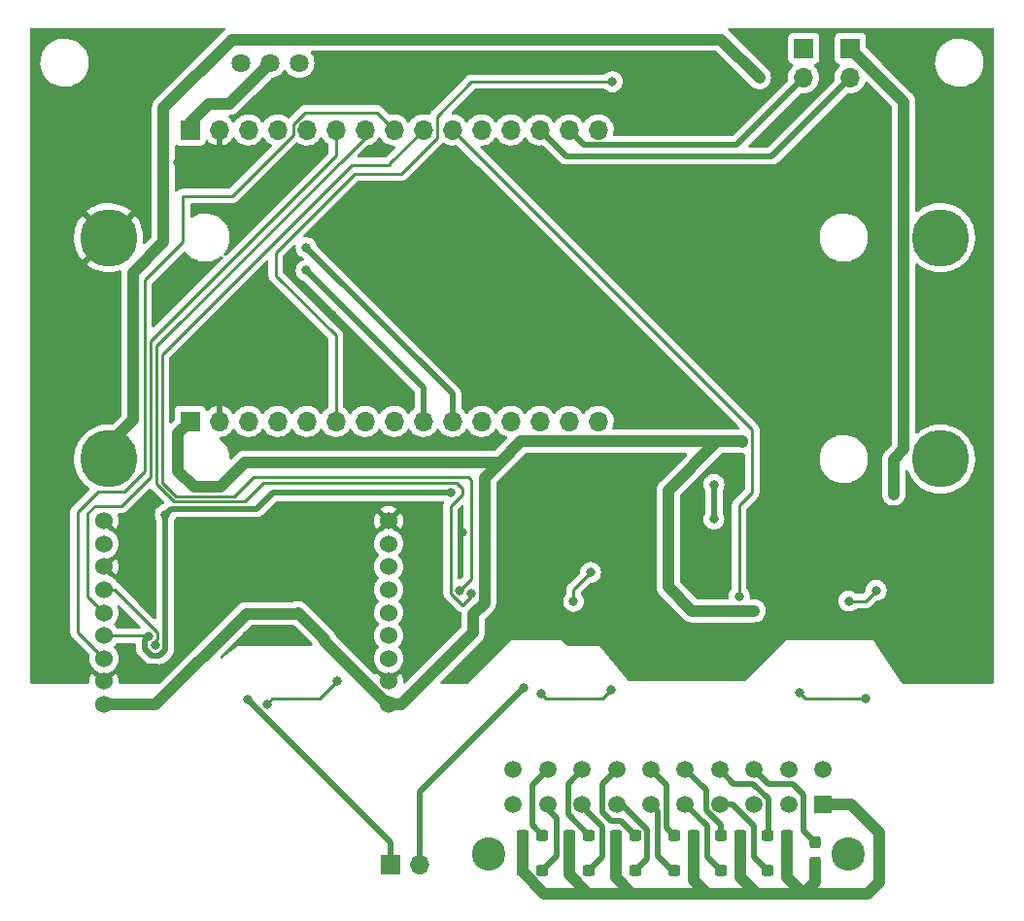
<source format=gbr>
%TF.GenerationSoftware,KiCad,Pcbnew,(6.0.6)*%
%TF.CreationDate,2022-08-03T15:13:17+02:00*%
%TF.ProjectId,PCAP04_Interface,50434150-3034-45f4-996e-746572666163,rev?*%
%TF.SameCoordinates,Original*%
%TF.FileFunction,Copper,L2,Bot*%
%TF.FilePolarity,Positive*%
%FSLAX46Y46*%
G04 Gerber Fmt 4.6, Leading zero omitted, Abs format (unit mm)*
G04 Created by KiCad (PCBNEW (6.0.6)) date 2022-08-03 15:13:17*
%MOMM*%
%LPD*%
G01*
G04 APERTURE LIST*
G04 Aperture macros list*
%AMRoundRect*
0 Rectangle with rounded corners*
0 $1 Rounding radius*
0 $2 $3 $4 $5 $6 $7 $8 $9 X,Y pos of 4 corners*
0 Add a 4 corners polygon primitive as box body*
4,1,4,$2,$3,$4,$5,$6,$7,$8,$9,$2,$3,0*
0 Add four circle primitives for the rounded corners*
1,1,$1+$1,$2,$3*
1,1,$1+$1,$4,$5*
1,1,$1+$1,$6,$7*
1,1,$1+$1,$8,$9*
0 Add four rect primitives between the rounded corners*
20,1,$1+$1,$2,$3,$4,$5,0*
20,1,$1+$1,$4,$5,$6,$7,0*
20,1,$1+$1,$6,$7,$8,$9,0*
20,1,$1+$1,$8,$9,$2,$3,0*%
G04 Aperture macros list end*
%TA.AperFunction,SMDPad,CuDef*%
%ADD10RoundRect,0.237500X0.300000X0.237500X-0.300000X0.237500X-0.300000X-0.237500X0.300000X-0.237500X0*%
%TD*%
%TA.AperFunction,SMDPad,CuDef*%
%ADD11RoundRect,0.237500X0.237500X-0.300000X0.237500X0.300000X-0.237500X0.300000X-0.237500X-0.300000X0*%
%TD*%
%TA.AperFunction,SMDPad,CuDef*%
%ADD12RoundRect,0.237500X-0.300000X-0.237500X0.300000X-0.237500X0.300000X0.237500X-0.300000X0.237500X0*%
%TD*%
%TA.AperFunction,ComponentPad*%
%ADD13C,2.910000*%
%TD*%
%TA.AperFunction,ComponentPad*%
%ADD14C,1.520000*%
%TD*%
%TA.AperFunction,ComponentPad*%
%ADD15R,1.520000X1.520000*%
%TD*%
%TA.AperFunction,ComponentPad*%
%ADD16R,1.700000X1.700000*%
%TD*%
%TA.AperFunction,ComponentPad*%
%ADD17O,1.700000X1.700000*%
%TD*%
%TA.AperFunction,ComponentPad*%
%ADD18C,1.524000*%
%TD*%
%TA.AperFunction,ComponentPad*%
%ADD19C,1.635000*%
%TD*%
%TA.AperFunction,ComponentPad*%
%ADD20C,5.000000*%
%TD*%
%TA.AperFunction,ViaPad*%
%ADD21C,0.800000*%
%TD*%
%TA.AperFunction,Conductor*%
%ADD22C,1.000000*%
%TD*%
%TA.AperFunction,Conductor*%
%ADD23C,0.500000*%
%TD*%
%TA.AperFunction,Conductor*%
%ADD24C,0.250000*%
%TD*%
G04 APERTURE END LIST*
D10*
%TO.P,C29,2*%
%TO.N,C3.4*%
X160681500Y-140970000D03*
%TO.P,C29,1*%
%TO.N,GND*%
X162406500Y-140970000D03*
%TD*%
%TO.P,C28,1*%
%TO.N,GND*%
X166470500Y-144018000D03*
%TO.P,C28,2*%
%TO.N,C3.2*%
X164745500Y-144018000D03*
%TD*%
%TO.P,C27,1*%
%TO.N,GND*%
X162406500Y-144018000D03*
%TO.P,C27,2*%
%TO.N,C3.5*%
X160681500Y-144018000D03*
%TD*%
D11*
%TO.P,C26,1*%
%TO.N,GND*%
X168910000Y-143356500D03*
%TO.P,C26,2*%
%TO.N,C3.3*%
X168910000Y-141631500D03*
%TD*%
D10*
%TO.P,C25,2*%
%TO.N,C3.1*%
X164745500Y-140970000D03*
%TO.P,C25,1*%
%TO.N,GND*%
X166470500Y-140970000D03*
%TD*%
D12*
%TO.P,C24,1*%
%TO.N,GND*%
X151537500Y-144018000D03*
%TO.P,C24,2*%
%TO.N,C2.4*%
X153262500Y-144018000D03*
%TD*%
D10*
%TO.P,C23,1*%
%TO.N,GND*%
X158342500Y-144018000D03*
%TO.P,C23,2*%
%TO.N,C2.2*%
X156617500Y-144018000D03*
%TD*%
%TO.P,C21,2*%
%TO.N,C2.3*%
X156617500Y-140970000D03*
%TO.P,C21,1*%
%TO.N,GND*%
X158342500Y-140970000D03*
%TD*%
D12*
%TO.P,C20,1*%
%TO.N,GND*%
X151537500Y-140970000D03*
%TO.P,C20,2*%
%TO.N,C2.1*%
X153262500Y-140970000D03*
%TD*%
%TO.P,C19,1*%
%TO.N,GND*%
X143409500Y-144018000D03*
%TO.P,C19,2*%
%TO.N,C1.4*%
X145134500Y-144018000D03*
%TD*%
%TO.P,C18,1*%
%TO.N,GND*%
X147473500Y-144018000D03*
%TO.P,C18,2*%
%TO.N,C1.2*%
X149198500Y-144018000D03*
%TD*%
%TO.P,C16,1*%
%TO.N,GND*%
X147473500Y-140970000D03*
%TO.P,C16,2*%
%TO.N,C1.3*%
X149198500Y-140970000D03*
%TD*%
%TO.P,C15,1*%
%TO.N,GND*%
X143409500Y-140970000D03*
%TO.P,C15,2*%
%TO.N,C1.1*%
X145134500Y-140970000D03*
%TD*%
D13*
%TO.P,J2,22,22*%
%TO.N,unconnected-(J2-Pad22)*%
X140464045Y-142601795D03*
%TO.P,J2,21,21*%
%TO.N,unconnected-(J2-Pad21)*%
X171764045Y-142601795D03*
D14*
%TO.P,J2,20,20*%
%TO.N,PR1-SENSE*%
X142614045Y-135281795D03*
%TO.P,J2,19,19*%
%TO.N,C1.1*%
X145614045Y-135281795D03*
%TO.P,J2,18,18*%
%TO.N,C1.3*%
X148614045Y-135281795D03*
%TO.P,J2,17,17*%
%TO.N,C2.1*%
X151614045Y-135281795D03*
%TO.P,J2,16,16*%
%TO.N,C2.3*%
X154614045Y-135281795D03*
%TO.P,J2,15,15*%
%TO.N,C3.4*%
X157614045Y-135281795D03*
%TO.P,J2,14,14*%
%TO.N,C3.1*%
X160614045Y-135281795D03*
%TO.P,J2,13,13*%
%TO.N,C3.3*%
X163614045Y-135281795D03*
%TO.P,J2,12,12*%
%TO.N,GND*%
X166614045Y-135281795D03*
%TO.P,J2,11,11*%
X169614045Y-135281795D03*
%TO.P,J2,10,10*%
%TO.N,PR2-SENSE*%
X142614045Y-138281795D03*
%TO.P,J2,9,9*%
%TO.N,C1.4*%
X145614045Y-138281795D03*
%TO.P,J2,8,8*%
%TO.N,C1.2*%
X148614045Y-138281795D03*
%TO.P,J2,7,7*%
%TO.N,C2.4*%
X151614045Y-138281795D03*
%TO.P,J2,6,6*%
%TO.N,C2.2*%
X154614045Y-138281795D03*
%TO.P,J2,5,5*%
%TO.N,C3.5*%
X157614045Y-138281795D03*
%TO.P,J2,4,4*%
%TO.N,C3.2*%
X160614045Y-138281795D03*
%TO.P,J2,3,3*%
%TO.N,GND*%
X163614045Y-138281795D03*
%TO.P,J2,2,2*%
X166614045Y-138281795D03*
D15*
%TO.P,J2,1,1*%
X169614045Y-138281795D03*
%TD*%
D16*
%TO.P,R2,1*%
%TO.N,+3V3*%
X171983000Y-72410000D03*
D17*
%TO.P,R2,2*%
%TO.N,PR1-SENSE*%
X171983000Y-74950000D03*
%TD*%
D18*
%TO.P,U1,J1-1,VDD*%
%TO.N,+3V3*%
X131749195Y-129585695D03*
%TO.P,U1,J1-2,GND*%
%TO.N,GND*%
X131749195Y-127585695D03*
%TO.P,U1,J1-3,PG0*%
%TO.N,unconnected-(U1-PadJ1-3)*%
X131749195Y-125585695D03*
%TO.P,U1,J1-4,PG1*%
%TO.N,unconnected-(U1-PadJ1-4)*%
X131749195Y-123585695D03*
%TO.P,U1,J1-5,PG2*%
%TO.N,unconnected-(U1-PadJ1-5)*%
X131749195Y-121585695D03*
%TO.P,U1,J1-6,PG3*%
%TO.N,unconnected-(U1-PadJ1-6)*%
X131749195Y-119585695D03*
%TO.P,U1,J1-7,PG4*%
%TO.N,unconnected-(U1-PadJ1-7)*%
X131749195Y-117585695D03*
%TO.P,U1,J1-8,PG5*%
%TO.N,unconnected-(U1-PadJ1-8)*%
X131749195Y-115585695D03*
%TO.P,U1,J1-9,GND*%
%TO.N,GND*%
X131749195Y-113585695D03*
%TO.P,U1,J2-1,VDD*%
%TO.N,+3V3*%
X106949195Y-129585695D03*
%TO.P,U1,J2-2,GND*%
%TO.N,GND*%
X106949195Y-127585695D03*
%TO.P,U1,J2-3,IIC_EN*%
%TO.N,PCAP1_EN*%
X106949195Y-125585695D03*
%TO.P,U1,J2-4,SDA*%
%TO.N,SDA*%
X106949195Y-123585695D03*
%TO.P,U1,J2-5,PG5*%
%TO.N,PCAP1_INT*%
X106949195Y-121585695D03*
%TO.P,U1,J2-6,SCL*%
%TO.N,SCL*%
X106949195Y-119585695D03*
%TO.P,U1,J2-7,GND*%
%TO.N,GND*%
X106949195Y-117585695D03*
%TO.P,U1,J2-8,NC*%
%TO.N,unconnected-(U1-PadJ2-8)*%
X106949195Y-115585695D03*
%TO.P,U1,J2-9,GND*%
%TO.N,GND*%
X106949195Y-113585695D03*
%TD*%
D16*
%TO.P,J4,1,Pin_1*%
%TO.N,C1.5*%
X131953000Y-143510000D03*
D17*
%TO.P,J4,2,Pin_2*%
%TO.N,C2.5*%
X134493000Y-143510000D03*
%TD*%
D16*
%TO.P,U2,1,VIN*%
%TO.N,+6V*%
X114450695Y-79509695D03*
D17*
%TO.P,U2,2,GND*%
%TO.N,GND*%
X116990695Y-79509695D03*
%TO.P,U2,3,IO13/HSPI_MOSI*%
%TO.N,unconnected-(U2-Pad3)*%
X119530695Y-79509695D03*
%TO.P,U2,4,IO12/HSPI_MISO*%
%TO.N,unconnected-(U2-Pad4)*%
X122070695Y-79509695D03*
%TO.P,U2,5,IO14/HSPI_CLK*%
%TO.N,unconnected-(U2-Pad5)*%
X124610695Y-79509695D03*
%TO.P,U2,6,IO27*%
%TO.N,PCAP1_INT*%
X127150695Y-79509695D03*
%TO.P,U2,7,IO26*%
%TO.N,PCAP2_INT*%
X129690695Y-79509695D03*
%TO.P,U2,8,IO25*%
%TO.N,PCAP1_EN*%
X132230695Y-79509695D03*
%TO.P,U2,9,IO33*%
%TO.N,PCAP2_EN*%
X134770695Y-79509695D03*
%TO.P,U2,10,IO32*%
%TO.N,PCAP3_EN*%
X137310695Y-79509695D03*
%TO.P,U2,11,I35*%
%TO.N,BUTTON2*%
X139850695Y-79509695D03*
%TO.P,U2,12,I34*%
%TO.N,BUTTON1*%
X142390695Y-79509695D03*
%TO.P,U2,13,I39/SENSOR_VN*%
%TO.N,PR1-SENSE*%
X144930695Y-79509695D03*
%TO.P,U2,14,I36/SENSOR_VP*%
%TO.N,PR2-SENSE*%
X147470695Y-79509695D03*
%TO.P,U2,15,EN*%
%TO.N,unconnected-(U2-Pad15)*%
X150010695Y-79509695D03*
D16*
%TO.P,U2,16,3V3*%
%TO.N,+3V3*%
X114450695Y-104909695D03*
D17*
%TO.P,U2,17,GND*%
%TO.N,GND*%
X116990695Y-104909695D03*
%TO.P,U2,18,IO15/HSPI_CS0*%
%TO.N,unconnected-(U2-Pad18)*%
X119530695Y-104909695D03*
%TO.P,U2,19,IO02*%
%TO.N,unconnected-(U2-Pad19)*%
X122070695Y-104909695D03*
%TO.P,U2,20,IO04*%
%TO.N,PCAP3_INT*%
X124610695Y-104909695D03*
%TO.P,U2,21,IO16/RX2*%
%TO.N,LED_DATA*%
X127150695Y-104909695D03*
%TO.P,U2,22,IO17/TX2*%
%TO.N,unconnected-(U2-Pad22)*%
X129690695Y-104909695D03*
%TO.P,U2,23,IO05/VSPI_CS0*%
%TO.N,SD_CS*%
X132230695Y-104909695D03*
%TO.P,U2,24,IO18/VSPI_CLK*%
%TO.N,SD_SCLK*%
X134770695Y-104909695D03*
%TO.P,U2,25,IO19/VSPI_MISO*%
%TO.N,SD_MISO*%
X137310695Y-104909695D03*
%TO.P,U2,26,IO21/SDA*%
%TO.N,SDA*%
X139850695Y-104909695D03*
%TO.P,U2,27,I03/RX0*%
%TO.N,unconnected-(U2-Pad27)*%
X142390695Y-104909695D03*
%TO.P,U2,28,O01/TX0*%
%TO.N,unconnected-(U2-Pad28)*%
X144930695Y-104909695D03*
%TO.P,U2,29,IO22/SCL*%
%TO.N,SCL*%
X147470695Y-104909695D03*
%TO.P,U2,30,IO23/VSPI_MOSI*%
%TO.N,SD_MOSI*%
X150010695Y-104909695D03*
%TD*%
D16*
%TO.P,R3,1*%
%TO.N,+3V3*%
X167919000Y-72410000D03*
D17*
%TO.P,R3,2*%
%TO.N,PR2-SENSE*%
X167919000Y-74950000D03*
%TD*%
D19*
%TO.P,S1,1,NO*%
%TO.N,+BATT*%
X123952000Y-73660000D03*
%TO.P,S1,2,COM*%
%TO.N,+6V*%
X121412000Y-73660000D03*
%TO.P,S1,3,NC*%
%TO.N,unconnected-(S1-Pad3)*%
X118872000Y-73660000D03*
%TD*%
D20*
%TO.P,J1,1,Pin_1*%
%TO.N,GND*%
X107349195Y-88902000D03*
%TO.P,J1,2,Pin_2*%
%TO.N,Net-(J1-Pad2)*%
X179849195Y-88902000D03*
%TO.P,J1,3,Pin_3*%
X107349195Y-108202000D03*
%TO.P,J1,4,Pin_4*%
%TO.N,Net-(D1-Pad2)*%
X179849195Y-108202000D03*
%TD*%
D21*
%TO.N,GND*%
X145288000Y-146050000D03*
X164338000Y-124968000D03*
X172466000Y-115062000D03*
X171196000Y-118872000D03*
X110744000Y-120904000D03*
X114300000Y-120904000D03*
X108712000Y-122428000D03*
%TO.N,CREF_1*%
X127265195Y-127579195D03*
X121158000Y-129540000D03*
%TO.N,CREF_2*%
X151141195Y-128341195D03*
X145025007Y-128615383D03*
%TO.N,CREF_3*%
X173349195Y-129085695D03*
X167599195Y-128585695D03*
%TO.N,+3V3*%
X123849195Y-121585695D03*
X163599195Y-121423195D03*
X162560000Y-106680000D03*
X175768000Y-111252000D03*
X156099195Y-119329195D03*
X139099195Y-121736195D03*
%TO.N,/PCAP-IC_2/1V8*%
X149349195Y-118085695D03*
X147861494Y-120597994D03*
%TO.N,/PCAP-IC_3/1V8*%
X171849195Y-120585695D03*
X174244000Y-119634000D03*
%TO.N,LED_DATA*%
X151257000Y-75311000D03*
%TO.N,SDA*%
X137160000Y-111085695D03*
X112285757Y-113047757D03*
X110849195Y-123647994D03*
%TO.N,SCL*%
X160099195Y-110423195D03*
X111434204Y-124458407D03*
X160099195Y-113423195D03*
%TO.N,C1.5*%
X119507000Y-129159000D03*
%TO.N,PCAP2_INT*%
X138938000Y-119888000D03*
%TO.N,PCAP2_EN*%
X137922000Y-119634000D03*
%TO.N,C2.5*%
X143510000Y-128143000D03*
%TO.N,PCAP3_EN*%
X162306000Y-120142000D03*
%TO.N,Net-(J1-Pad2)*%
X164063448Y-74950552D03*
%TO.N,SD_SCLK*%
X124567195Y-91773195D03*
%TO.N,SD_MISO*%
X124567195Y-89773195D03*
%TO.N,GND*%
X101600000Y-81534000D03*
X180340000Y-98933000D03*
X126873000Y-95631000D03*
X163576000Y-113030000D03*
X143377445Y-123057445D03*
X176530000Y-118872000D03*
X134112000Y-112522000D03*
X153924000Y-116332000D03*
X179832000Y-81661000D03*
X144653000Y-108839000D03*
X161671000Y-98679000D03*
X123698000Y-81915000D03*
X106553000Y-93599000D03*
X152654000Y-101092000D03*
X172212000Y-112268000D03*
X143002000Y-73660000D03*
X142748000Y-119126000D03*
X153797000Y-83947000D03*
X119349195Y-123585695D03*
X110744000Y-127000000D03*
X128651000Y-73914000D03*
X169799000Y-81661000D03*
X113411000Y-82296000D03*
X165354000Y-118618000D03*
X153416000Y-91694000D03*
X153924000Y-112268000D03*
X112268000Y-92329000D03*
X134366000Y-124968000D03*
X163195000Y-102362000D03*
X106426000Y-102616000D03*
X128524000Y-115316000D03*
X144018000Y-101092000D03*
X134112000Y-84709000D03*
X182118000Y-118872000D03*
X143510000Y-112268000D03*
X130556000Y-81407000D03*
X153162000Y-123952000D03*
X116332000Y-115062000D03*
X138176000Y-114554000D03*
X158242000Y-115824000D03*
X167442445Y-122992445D03*
X176784000Y-124460000D03*
X128778000Y-101600000D03*
X112649000Y-72390000D03*
X138176000Y-100838000D03*
X128778000Y-119634000D03*
X180848000Y-122174000D03*
X135890000Y-106934000D03*
X118618000Y-119380000D03*
X153797000Y-108966000D03*
X123317000Y-106807000D03*
X160528000Y-125222000D03*
X146050000Y-84328000D03*
X119126000Y-87376000D03*
X110744000Y-118110000D03*
X116459000Y-101854000D03*
X123952000Y-116332000D03*
X146812000Y-91694000D03*
X170815000Y-98679000D03*
X161036000Y-94234000D03*
X108712000Y-125730000D03*
%TD*%
D22*
%TO.N,GND*%
X174498000Y-140716000D02*
X172063795Y-138281795D01*
X174498000Y-145034000D02*
X174498000Y-140716000D01*
X172063795Y-138281795D02*
X169614045Y-138281795D01*
X173482000Y-146050000D02*
X174498000Y-145034000D01*
X167894000Y-146050000D02*
X173482000Y-146050000D01*
X166470500Y-144018000D02*
X166470500Y-144626500D01*
X166470500Y-144626500D02*
X167894000Y-146050000D01*
X162406500Y-144626500D02*
X163830000Y-146050000D01*
X162406500Y-144018000D02*
X162406500Y-144626500D01*
X163830000Y-146050000D02*
X159512000Y-146050000D01*
X167894000Y-146050000D02*
X163830000Y-146050000D01*
X158342500Y-144880500D02*
X159512000Y-146050000D01*
X158342500Y-144018000D02*
X158342500Y-144880500D01*
X159512000Y-146050000D02*
X152908000Y-146050000D01*
X151537500Y-144679500D02*
X152908000Y-146050000D01*
X152908000Y-146050000D02*
X149098000Y-146050000D01*
X151537500Y-144018000D02*
X151537500Y-144679500D01*
X147473500Y-144425500D02*
X149098000Y-146050000D01*
X147473500Y-144018000D02*
X147473500Y-144425500D01*
X149098000Y-146050000D02*
X145288000Y-146050000D01*
X143409500Y-144171500D02*
X143409500Y-144018000D01*
X168910000Y-145034000D02*
X167894000Y-146050000D01*
X145288000Y-146050000D02*
X143409500Y-144171500D01*
X168910000Y-143356500D02*
X168910000Y-145034000D01*
X166470500Y-140970000D02*
X166470500Y-144018000D01*
X162406500Y-140970000D02*
X162406500Y-144018000D01*
X158342500Y-140970000D02*
X158342500Y-144018000D01*
X151537500Y-140970000D02*
X151537500Y-144018000D01*
X147473500Y-140970000D02*
X147473500Y-144018000D01*
X143409500Y-140970000D02*
X143409500Y-144018000D01*
D23*
%TO.N,C3.3*%
X167894000Y-140615500D02*
X168910000Y-141631500D01*
X166971795Y-136491795D02*
X167894000Y-137414000D01*
X164824045Y-136491795D02*
X166971795Y-136491795D01*
X163614045Y-135281795D02*
X164824045Y-136491795D01*
X167894000Y-137414000D02*
X167894000Y-140615500D01*
%TO.N,C3.1*%
X164846000Y-137802551D02*
X164846000Y-140462000D01*
X163535244Y-136491795D02*
X164846000Y-137802551D01*
X161824045Y-136491795D02*
X163535244Y-136491795D01*
X160614045Y-135281795D02*
X161824045Y-136491795D01*
%TO.N,C3.2*%
X161688847Y-138281795D02*
X163576000Y-140168948D01*
X160614045Y-138281795D02*
X161688847Y-138281795D01*
X163576000Y-140168948D02*
X163576000Y-142848500D01*
X163576000Y-142848500D02*
X164745500Y-144018000D01*
%TO.N,C3.5*%
X159512000Y-142848500D02*
X160681500Y-144018000D01*
X159512000Y-140179750D02*
X159512000Y-142848500D01*
X157614045Y-138281795D02*
X159512000Y-140179750D01*
%TO.N,C3.4*%
X160681500Y-140107500D02*
X160681500Y-140970000D01*
X157614045Y-135281795D02*
X159404045Y-137071795D01*
X159404045Y-137071795D02*
X159404045Y-138830045D01*
X159404045Y-138830045D02*
X160681500Y-140107500D01*
%TO.N,C2.2*%
X155194000Y-142748000D02*
X156464000Y-144018000D01*
X156464000Y-144018000D02*
X156617500Y-144018000D01*
X155194000Y-138861750D02*
X155194000Y-142748000D01*
X154614045Y-138281795D02*
X155194000Y-138861750D01*
%TO.N,C2.3*%
X155956000Y-140308500D02*
X156617500Y-140970000D01*
X154614045Y-135281795D02*
X155956000Y-136623750D01*
X155956000Y-136623750D02*
X155956000Y-140308500D01*
%TO.N,C1.2*%
X150368000Y-142848500D02*
X149198500Y-144018000D01*
X150368000Y-140208000D02*
X150368000Y-142848500D01*
X148441795Y-138281795D02*
X150368000Y-140208000D01*
%TO.N,C2.4*%
X152084067Y-138281795D02*
X151614045Y-138281795D01*
X154278500Y-143002000D02*
X154278500Y-140476228D01*
X153262500Y-144018000D02*
X154278500Y-143002000D01*
X154278500Y-140476228D02*
X152084067Y-138281795D01*
%TO.N,C2.1*%
X151992500Y-139700000D02*
X153262500Y-140970000D01*
X150404045Y-138974045D02*
X151130000Y-139700000D01*
X150404045Y-136491795D02*
X150404045Y-138974045D01*
X151614045Y-135281795D02*
X150404045Y-136491795D01*
X151130000Y-139700000D02*
X151992500Y-139700000D01*
%TO.N,C1.3*%
X147404045Y-139175545D02*
X149198500Y-140970000D01*
X147404045Y-136491795D02*
X147404045Y-139175545D01*
%TO.N,C1.4*%
X145614045Y-138689295D02*
X146404500Y-139479750D01*
X145614045Y-138281795D02*
X145614045Y-138689295D01*
%TO.N,C1.1*%
X144272000Y-136623840D02*
X144272000Y-140107500D01*
X145614045Y-135281795D02*
X144272000Y-136623840D01*
X144272000Y-140107500D02*
X145134500Y-140970000D01*
%TO.N,C1.3*%
X148614045Y-135281795D02*
X147404045Y-136491795D01*
%TO.N,C1.4*%
X146404500Y-142748000D02*
X145134500Y-144018000D01*
X146404500Y-139479750D02*
X146404500Y-142748000D01*
D24*
%TO.N,CREF_1*%
X121612305Y-129085695D02*
X125758695Y-129085695D01*
X121158000Y-129540000D02*
X121612305Y-129085695D01*
X125758695Y-129085695D02*
X127265195Y-127579195D01*
%TO.N,CREF_2*%
X151141195Y-128341195D02*
X150396695Y-129085695D01*
X150396695Y-129085695D02*
X145495319Y-129085695D01*
X145495319Y-129085695D02*
X145025007Y-128615383D01*
%TO.N,CREF_3*%
X168099195Y-129085695D02*
X173349195Y-129085695D01*
X167599195Y-128585695D02*
X168099195Y-129085695D01*
D22*
%TO.N,+3V3*%
X175768000Y-108204000D02*
X176649195Y-107322805D01*
X143282805Y-106653195D02*
X141478000Y-108458000D01*
X176649195Y-107322805D02*
X176649195Y-105918000D01*
X162599195Y-106653195D02*
X143282805Y-106653195D01*
X176649195Y-106052805D02*
X176649195Y-77076195D01*
X139099195Y-121736195D02*
X139099195Y-123313325D01*
X162586805Y-106653195D02*
X162599195Y-106653195D01*
X114803000Y-110612000D02*
X113411000Y-109220000D01*
X162599195Y-106653195D02*
X159099195Y-106653195D01*
X162560000Y-106680000D02*
X162586805Y-106653195D01*
X123768890Y-121666000D02*
X123849195Y-121585695D01*
X106949195Y-129585695D02*
X111460305Y-129585695D01*
X113411000Y-105949390D02*
X114450695Y-104909695D01*
X176649195Y-77076195D02*
X171983000Y-72410000D01*
X175768000Y-111252000D02*
X175768000Y-108204000D01*
X131681614Y-129585695D02*
X131749195Y-129585695D01*
X126181614Y-124085695D02*
X131681614Y-129585695D01*
X119380000Y-121666000D02*
X123768890Y-121666000D01*
X113411000Y-109220000D02*
X113411000Y-105949390D01*
X156099195Y-119329195D02*
X158193195Y-121423195D01*
X111460305Y-129585695D02*
X119380000Y-121666000D01*
X160274000Y-106680000D02*
X160274000Y-106748390D01*
X117099000Y-110612000D02*
X114803000Y-110612000D01*
X119253000Y-108458000D02*
X117099000Y-110612000D01*
X158193195Y-121423195D02*
X163599195Y-121423195D01*
X139099195Y-121736195D02*
X140099195Y-120736195D01*
X141478000Y-108458000D02*
X119253000Y-108458000D01*
X126181614Y-123918114D02*
X126181614Y-124085695D01*
X140099195Y-120736195D02*
X140099195Y-109836805D01*
X123849195Y-121585695D02*
X126181614Y-123918114D01*
X156099195Y-110923195D02*
X156099195Y-119329195D01*
X139099195Y-123313325D02*
X132826825Y-129585695D01*
X140099195Y-109836805D02*
X141478000Y-108458000D01*
X160274000Y-106748390D02*
X156099195Y-110923195D01*
X132826825Y-129585695D02*
X131749195Y-129585695D01*
D24*
%TO.N,/PCAP-IC_2/1V8*%
X147861494Y-120597994D02*
X147861494Y-119573396D01*
X147861494Y-119573396D02*
X149349195Y-118085695D01*
%TO.N,/PCAP-IC_3/1V8*%
X171849195Y-120585695D02*
X173292305Y-120585695D01*
X173292305Y-120585695D02*
X174244000Y-119634000D01*
%TO.N,LED_DATA*%
X121920000Y-90170000D02*
X128778000Y-83312000D01*
X132842000Y-83312000D02*
X135973473Y-80180527D01*
X135973473Y-78315473D02*
X138977946Y-75311000D01*
X121920000Y-92202000D02*
X121920000Y-90170000D01*
X128778000Y-83312000D02*
X132842000Y-83312000D01*
X127150695Y-97432695D02*
X121920000Y-92202000D01*
X135973473Y-80180527D02*
X135973473Y-78315473D01*
X138977946Y-75311000D02*
X151257000Y-75311000D01*
X127150695Y-104909695D02*
X127150695Y-97432695D01*
%TO.N,PCAP1_INT*%
X106172000Y-112268000D02*
X108458000Y-112268000D01*
X108458000Y-112268000D02*
X110998000Y-109728000D01*
X106949195Y-121585695D02*
X105530335Y-120166835D01*
X110998000Y-97917000D02*
X127150695Y-81764305D01*
X127150695Y-81764305D02*
X127150695Y-79509695D01*
X105530335Y-120166835D02*
X105530335Y-112909665D01*
X105530335Y-112909665D02*
X106172000Y-112268000D01*
X110998000Y-109728000D02*
X110998000Y-97917000D01*
%TO.N,PCAP1_EN*%
X104648000Y-123284500D02*
X104648000Y-112776000D01*
X113814194Y-89258806D02*
X113814194Y-85290855D01*
X123435695Y-79022994D02*
X124480689Y-77978000D01*
X106949195Y-125585695D02*
X104648000Y-123284500D01*
X124480689Y-77978000D02*
X130699000Y-77978000D01*
X110490000Y-109220000D02*
X110490000Y-92583000D01*
X113814194Y-85290855D02*
X118088093Y-85290855D01*
X104648000Y-112776000D02*
X106397000Y-111027000D01*
X106397000Y-111027000D02*
X108683000Y-111027000D01*
X130699000Y-77978000D02*
X132230695Y-79509695D01*
X123435695Y-79943253D02*
X123435695Y-79022994D01*
X110490000Y-92583000D02*
X113814194Y-89258806D01*
X108683000Y-111027000D02*
X110490000Y-109220000D01*
X118088093Y-85290855D02*
X123435695Y-79943253D01*
D23*
%TO.N,SDA*%
X112285757Y-113047757D02*
X112811514Y-112522000D01*
X112811514Y-112522000D02*
X120209918Y-112522000D01*
X111786286Y-125308407D02*
X111082122Y-125308407D01*
X121646223Y-111085695D02*
X137160000Y-111085695D01*
X110490000Y-124007189D02*
X110849195Y-123647994D01*
X112268000Y-124090121D02*
X112284204Y-124106325D01*
D24*
X110849195Y-123647994D02*
X110786896Y-123585695D01*
D23*
X112284204Y-124810489D02*
X111786286Y-125308407D01*
X110490000Y-124716285D02*
X110490000Y-124007189D01*
X120209918Y-112522000D02*
X121646223Y-111085695D01*
X112268000Y-113065514D02*
X112268000Y-124090121D01*
D24*
X110786896Y-123585695D02*
X106949195Y-123585695D01*
D23*
X112284204Y-124106325D02*
X112284204Y-124810489D01*
X111082122Y-125308407D02*
X110490000Y-124716285D01*
X112285757Y-113047757D02*
X112268000Y-113065514D01*
D24*
X110849195Y-123647994D02*
X110709204Y-123787985D01*
%TO.N,SCL*%
X107849195Y-119585695D02*
X106949195Y-119585695D01*
X111574195Y-123310695D02*
X107849195Y-119585695D01*
X111574195Y-123948299D02*
X111574195Y-123310695D01*
D23*
X160099195Y-110423195D02*
X160099195Y-113423195D01*
D24*
X111434204Y-124458407D02*
X111434204Y-124088290D01*
X111434204Y-124088290D02*
X111574195Y-123948299D01*
D23*
%TO.N,C1.5*%
X131953000Y-143510000D02*
X131953000Y-141605000D01*
X131953000Y-141605000D02*
X119507000Y-129159000D01*
D24*
%TO.N,PCAP2_INT*%
X137160000Y-119897305D02*
X137621695Y-120359000D01*
X120840500Y-110236000D02*
X137668000Y-110236000D01*
X137160000Y-112268000D02*
X137160000Y-119897305D01*
X138176000Y-110744000D02*
X138176000Y-111252000D01*
X137668000Y-110236000D02*
X138176000Y-110744000D01*
X113030000Y-111887000D02*
X119189500Y-111887000D01*
X111506000Y-110363000D02*
X113030000Y-111887000D01*
X111506000Y-98377195D02*
X111506000Y-110363000D01*
X119189500Y-111887000D02*
X120840500Y-110236000D01*
X137621695Y-120359000D02*
X137631000Y-120359000D01*
X129690695Y-80192500D02*
X111506000Y-98377195D01*
X138176000Y-120904000D02*
X138938000Y-120142000D01*
X138938000Y-120142000D02*
X138938000Y-119888000D01*
X138176000Y-111252000D02*
X137160000Y-112268000D01*
X137631000Y-120359000D02*
X138176000Y-120904000D01*
X129690695Y-79509695D02*
X129690695Y-80192500D01*
%TO.N,PCAP2_EN*%
X128524000Y-82550000D02*
X112014000Y-99060000D01*
X138684000Y-109728000D02*
X138938000Y-109982000D01*
X112014000Y-99060000D02*
X112014000Y-110234604D01*
X113216396Y-111437000D02*
X118306000Y-111437000D01*
X131826000Y-82454390D02*
X131826000Y-82550000D01*
X138938000Y-118618000D02*
X137922000Y-119634000D01*
X118306000Y-111437000D02*
X120015000Y-109728000D01*
X138938000Y-109982000D02*
X138938000Y-118618000D01*
X134770695Y-79509695D02*
X131826000Y-82454390D01*
X131826000Y-82550000D02*
X128524000Y-82550000D01*
X120015000Y-109728000D02*
X138684000Y-109728000D01*
X112014000Y-110234604D02*
X113216396Y-111437000D01*
D23*
%TO.N,C2.5*%
X134493000Y-143510000D02*
X134493000Y-137160000D01*
X134493000Y-137160000D02*
X143510000Y-128143000D01*
D24*
%TO.N,PCAP3_EN*%
X162306000Y-112241696D02*
X162306000Y-120142000D01*
X140097000Y-82312000D02*
X163424195Y-105639195D01*
X140097000Y-82296000D02*
X140097000Y-82312000D01*
X163424195Y-111123501D02*
X162306000Y-112241696D01*
X137310695Y-79509695D02*
X140097000Y-82296000D01*
X163424195Y-105639195D02*
X163424195Y-111123501D01*
D22*
%TO.N,Net-(J1-Pad2)*%
X107349195Y-106932000D02*
X109474000Y-104807195D01*
X109474000Y-104807195D02*
X109474000Y-91948000D01*
X160740896Y-71628000D02*
X164063448Y-74950552D01*
X109474000Y-91948000D02*
X112141000Y-89281000D01*
X112141000Y-89281000D02*
X112141000Y-77597000D01*
X118110000Y-71628000D02*
X160740896Y-71628000D01*
X112141000Y-77597000D02*
X118110000Y-71628000D01*
D23*
%TO.N,PR1-SENSE*%
X165145000Y-81788000D02*
X171983000Y-74950000D01*
X144930695Y-79509695D02*
X147209000Y-81788000D01*
X147209000Y-81788000D02*
X165145000Y-81788000D01*
%TO.N,PR2-SENSE*%
X147470695Y-79509695D02*
X148770695Y-80809695D01*
X162059305Y-80809695D02*
X167919000Y-74950000D01*
X148770695Y-80809695D02*
X162059305Y-80809695D01*
%TO.N,SD_SCLK*%
X124567195Y-91773195D02*
X134770695Y-101976695D01*
X134770695Y-101976695D02*
X134770695Y-104909695D01*
%TO.N,SD_MISO*%
X124567195Y-89773195D02*
X137310695Y-102516695D01*
X137310695Y-102516695D02*
X137310695Y-104909695D01*
D22*
%TO.N,+6V*%
X114450695Y-79509695D02*
X114450695Y-78843305D01*
X116078000Y-77216000D02*
X117856000Y-77216000D01*
X114450695Y-78843305D02*
X116078000Y-77216000D01*
X117856000Y-77216000D02*
X121412000Y-73660000D01*
%TD*%
%TA.AperFunction,Conductor*%
%TO.N,GND*%
G36*
X117473675Y-70632502D02*
G01*
X117520168Y-70686158D01*
X117530272Y-70756432D01*
X117500778Y-70821012D01*
X117485187Y-70836145D01*
X117477099Y-70842741D01*
X117476075Y-70843567D01*
X117439792Y-70872531D01*
X117439787Y-70872536D01*
X117437028Y-70874738D01*
X117434527Y-70877239D01*
X117433809Y-70877881D01*
X117429461Y-70881594D01*
X117395938Y-70908935D01*
X117392015Y-70913677D01*
X117392013Y-70913679D01*
X117366703Y-70944273D01*
X117358713Y-70953053D01*
X111471621Y-76840145D01*
X111461478Y-76849247D01*
X111431975Y-76872968D01*
X111416848Y-76890996D01*
X111399709Y-76911421D01*
X111396528Y-76915069D01*
X111394885Y-76916881D01*
X111392691Y-76919075D01*
X111365358Y-76952349D01*
X111364696Y-76953147D01*
X111304846Y-77024474D01*
X111302278Y-77029144D01*
X111298897Y-77033261D01*
X111273477Y-77080670D01*
X111255023Y-77115086D01*
X111254394Y-77116245D01*
X111212538Y-77192381D01*
X111212535Y-77192389D01*
X111209567Y-77197787D01*
X111207955Y-77202869D01*
X111205438Y-77207563D01*
X111178238Y-77296531D01*
X111177918Y-77297559D01*
X111149765Y-77386306D01*
X111149171Y-77391602D01*
X111147613Y-77396698D01*
X111139816Y-77473458D01*
X111138218Y-77489187D01*
X111138089Y-77490393D01*
X111132500Y-77540227D01*
X111132500Y-77543754D01*
X111132445Y-77544739D01*
X111131998Y-77550419D01*
X111127626Y-77593462D01*
X111128206Y-77599593D01*
X111131941Y-77639109D01*
X111132500Y-77650967D01*
X111132500Y-88811076D01*
X111112498Y-88879197D01*
X111095595Y-88900171D01*
X110538891Y-89456875D01*
X110476579Y-89490901D01*
X110405764Y-89485836D01*
X110348928Y-89443289D01*
X110324117Y-89376769D01*
X110324709Y-89352643D01*
X110356011Y-89093973D01*
X110356435Y-89088403D01*
X110362205Y-88904797D01*
X110362132Y-88899204D01*
X110342533Y-88559303D01*
X110341701Y-88552113D01*
X110283308Y-88217529D01*
X110281653Y-88210474D01*
X110185193Y-87884834D01*
X110182735Y-87878006D01*
X110049485Y-87565608D01*
X110046268Y-87559125D01*
X109877983Y-87264089D01*
X109874051Y-87258034D01*
X109672969Y-86984295D01*
X109668361Y-86978726D01*
X109663025Y-86972984D01*
X109649373Y-86964866D01*
X109648765Y-86964887D01*
X109640287Y-86970119D01*
X107708405Y-88902000D01*
X107349195Y-89261210D01*
X105420667Y-91189739D01*
X105413055Y-91203680D01*
X105413073Y-91203934D01*
X105418987Y-91212676D01*
X105450306Y-91241174D01*
X105455943Y-91245738D01*
X105731739Y-91443918D01*
X105737877Y-91447813D01*
X106034630Y-91612984D01*
X106041150Y-91616136D01*
X106354933Y-91746109D01*
X106361784Y-91748495D01*
X106688407Y-91841536D01*
X106695496Y-91843120D01*
X107030660Y-91898006D01*
X107037866Y-91898763D01*
X107377121Y-91914762D01*
X107384371Y-91914686D01*
X107723205Y-91891587D01*
X107730414Y-91890676D01*
X108064355Y-91828784D01*
X108071385Y-91827057D01*
X108303355Y-91755693D01*
X108374345Y-91754781D01*
X108434560Y-91792393D01*
X108464881Y-91856590D01*
X108465485Y-91884176D01*
X108466089Y-91884210D01*
X108465893Y-91887727D01*
X108465500Y-91891227D01*
X108465500Y-91894754D01*
X108465445Y-91895739D01*
X108464998Y-91901419D01*
X108460626Y-91944462D01*
X108463655Y-91976500D01*
X108464941Y-91990109D01*
X108465500Y-92001967D01*
X108465500Y-104337269D01*
X108445498Y-104405390D01*
X108428596Y-104426364D01*
X107692102Y-105162859D01*
X107629789Y-105196884D01*
X107586563Y-105198686D01*
X107573518Y-105196969D01*
X107573509Y-105196968D01*
X107569906Y-105196494D01*
X107434030Y-105194359D01*
X107226641Y-105191101D01*
X107226637Y-105191101D01*
X107222999Y-105191044D01*
X107219385Y-105191405D01*
X107219379Y-105191405D01*
X106976038Y-105215694D01*
X106877764Y-105225503D01*
X106538778Y-105299414D01*
X106535351Y-105300587D01*
X106535345Y-105300589D01*
X106287043Y-105385602D01*
X106210534Y-105411797D01*
X105897383Y-105561163D01*
X105894304Y-105563094D01*
X105894303Y-105563095D01*
X105861765Y-105583506D01*
X105603474Y-105745532D01*
X105600638Y-105747804D01*
X105600631Y-105747809D01*
X105405351Y-105904258D01*
X105332704Y-105962459D01*
X105330153Y-105965037D01*
X105187694Y-106108996D01*
X105088661Y-106209071D01*
X105086420Y-106211929D01*
X105029927Y-106283978D01*
X104874581Y-106482098D01*
X104872688Y-106485187D01*
X104872686Y-106485190D01*
X104827113Y-106559559D01*
X104693300Y-106777921D01*
X104691775Y-106781206D01*
X104691773Y-106781210D01*
X104626885Y-106921000D01*
X104547222Y-107092620D01*
X104438282Y-107422023D01*
X104437546Y-107425578D01*
X104437545Y-107425581D01*
X104371669Y-107743684D01*
X104367925Y-107761764D01*
X104348818Y-107975854D01*
X104338526Y-108091178D01*
X104337083Y-108107341D01*
X104337178Y-108110971D01*
X104337178Y-108110972D01*
X104339516Y-108200245D01*
X104346165Y-108454171D01*
X104395051Y-108797660D01*
X104483092Y-109133253D01*
X104609122Y-109456503D01*
X104610819Y-109459708D01*
X104761518Y-109744329D01*
X104771470Y-109763126D01*
X104773520Y-109766109D01*
X104773522Y-109766112D01*
X104965928Y-110046064D01*
X104965934Y-110046071D01*
X104967985Y-110049056D01*
X105078238Y-110175442D01*
X105182539Y-110295004D01*
X105196061Y-110310505D01*
X105245333Y-110355339D01*
X105442824Y-110535041D01*
X105452676Y-110544006D01*
X105632774Y-110673420D01*
X105641454Y-110679657D01*
X105685101Y-110735651D01*
X105691547Y-110806355D01*
X105657022Y-110871074D01*
X104918371Y-111609724D01*
X104255747Y-112272348D01*
X104247461Y-112279888D01*
X104240982Y-112284000D01*
X104235557Y-112289777D01*
X104194357Y-112333651D01*
X104191602Y-112336493D01*
X104171865Y-112356230D01*
X104169385Y-112359427D01*
X104161682Y-112368447D01*
X104131414Y-112400679D01*
X104127595Y-112407625D01*
X104127593Y-112407628D01*
X104121652Y-112418434D01*
X104110801Y-112434953D01*
X104098386Y-112450959D01*
X104095241Y-112458228D01*
X104095238Y-112458232D01*
X104080826Y-112491537D01*
X104075609Y-112502187D01*
X104054305Y-112540940D01*
X104052334Y-112548615D01*
X104052334Y-112548616D01*
X104049267Y-112560562D01*
X104042863Y-112579266D01*
X104041423Y-112582595D01*
X104034819Y-112597855D01*
X104033580Y-112605678D01*
X104033577Y-112605688D01*
X104027901Y-112641524D01*
X104025495Y-112653144D01*
X104017962Y-112682486D01*
X104014500Y-112695970D01*
X104014500Y-112716224D01*
X104012949Y-112735934D01*
X104009780Y-112755943D01*
X104013763Y-112798073D01*
X104013941Y-112799961D01*
X104014500Y-112811819D01*
X104014500Y-123205733D01*
X104013973Y-123216916D01*
X104012298Y-123224409D01*
X104012547Y-123232335D01*
X104012547Y-123232336D01*
X104014438Y-123292486D01*
X104014500Y-123296445D01*
X104014500Y-123324356D01*
X104014997Y-123328290D01*
X104014997Y-123328291D01*
X104015005Y-123328356D01*
X104015938Y-123340193D01*
X104017327Y-123384389D01*
X104022978Y-123403839D01*
X104026987Y-123423200D01*
X104029526Y-123443297D01*
X104032445Y-123450668D01*
X104032445Y-123450670D01*
X104045804Y-123484412D01*
X104049649Y-123495642D01*
X104059600Y-123529895D01*
X104061982Y-123538093D01*
X104066015Y-123544912D01*
X104066017Y-123544917D01*
X104072293Y-123555528D01*
X104080988Y-123573276D01*
X104088448Y-123592117D01*
X104093110Y-123598533D01*
X104093110Y-123598534D01*
X104114436Y-123627887D01*
X104120952Y-123637807D01*
X104143458Y-123675862D01*
X104157779Y-123690183D01*
X104170619Y-123705216D01*
X104182528Y-123721607D01*
X104188634Y-123726658D01*
X104216605Y-123749798D01*
X104225384Y-123757788D01*
X105671069Y-125203473D01*
X105705095Y-125265785D01*
X105703681Y-125325179D01*
X105693217Y-125364232D01*
X105673842Y-125585695D01*
X105693217Y-125807158D01*
X105709185Y-125866751D01*
X105742204Y-125989977D01*
X105750755Y-126021891D01*
X105753077Y-126026872D01*
X105753078Y-126026873D01*
X105842381Y-126218384D01*
X105842384Y-126218389D01*
X105844707Y-126223371D01*
X105972218Y-126405476D01*
X106129414Y-126562672D01*
X106133922Y-126565829D01*
X106133925Y-126565831D01*
X106209690Y-126618882D01*
X106311518Y-126690183D01*
X106316500Y-126692506D01*
X106316505Y-126692509D01*
X106481335Y-126769370D01*
X106517180Y-126794470D01*
X106936383Y-127213673D01*
X106950327Y-127221287D01*
X106952160Y-127221156D01*
X106958775Y-127216905D01*
X107381210Y-126794470D01*
X107417055Y-126769370D01*
X107581885Y-126692509D01*
X107581890Y-126692506D01*
X107586872Y-126690183D01*
X107688700Y-126618882D01*
X107764465Y-126565831D01*
X107764468Y-126565829D01*
X107768976Y-126562672D01*
X107926172Y-126405476D01*
X108053683Y-126223371D01*
X108056006Y-126218389D01*
X108056009Y-126218384D01*
X108145312Y-126026873D01*
X108145313Y-126026872D01*
X108147635Y-126021891D01*
X108156187Y-125989977D01*
X108189205Y-125866751D01*
X108205173Y-125807158D01*
X108224548Y-125585695D01*
X108205173Y-125364232D01*
X108147635Y-125149499D01*
X108116719Y-125083199D01*
X108056009Y-124953006D01*
X108056006Y-124953001D01*
X108053683Y-124948019D01*
X108023476Y-124904879D01*
X107929331Y-124770425D01*
X107929329Y-124770422D01*
X107926172Y-124765914D01*
X107835048Y-124674790D01*
X107801022Y-124612478D01*
X107806087Y-124541663D01*
X107835048Y-124496600D01*
X107926172Y-124405476D01*
X107944399Y-124379446D01*
X108018986Y-124272924D01*
X108074443Y-124228596D01*
X108122199Y-124219195D01*
X109605500Y-124219195D01*
X109673621Y-124239197D01*
X109720114Y-124292853D01*
X109731500Y-124345195D01*
X109731500Y-124649215D01*
X109730067Y-124668165D01*
X109726801Y-124689634D01*
X109727394Y-124696926D01*
X109727394Y-124696929D01*
X109731085Y-124742303D01*
X109731500Y-124752518D01*
X109731500Y-124760578D01*
X109731925Y-124764222D01*
X109734789Y-124788792D01*
X109735222Y-124793167D01*
X109735580Y-124797561D01*
X109741140Y-124865922D01*
X109743396Y-124872886D01*
X109744587Y-124878845D01*
X109745971Y-124884700D01*
X109746818Y-124891966D01*
X109771735Y-124960612D01*
X109773152Y-124964740D01*
X109778121Y-124980077D01*
X109795649Y-125034184D01*
X109799445Y-125040439D01*
X109801951Y-125045913D01*
X109804670Y-125051343D01*
X109807167Y-125058222D01*
X109811180Y-125064342D01*
X109811180Y-125064343D01*
X109847186Y-125119261D01*
X109849523Y-125122965D01*
X109887405Y-125185392D01*
X109891121Y-125189600D01*
X109891122Y-125189601D01*
X109894803Y-125193769D01*
X109894776Y-125193793D01*
X109897429Y-125196785D01*
X109900132Y-125200018D01*
X109904144Y-125206137D01*
X109921183Y-125222278D01*
X109960383Y-125259413D01*
X109962825Y-125261791D01*
X110498352Y-125797318D01*
X110510738Y-125811730D01*
X110519271Y-125823325D01*
X110519276Y-125823330D01*
X110523614Y-125829225D01*
X110529192Y-125833964D01*
X110529195Y-125833967D01*
X110563890Y-125863442D01*
X110571406Y-125870372D01*
X110577101Y-125876067D01*
X110579983Y-125878347D01*
X110599373Y-125893688D01*
X110602777Y-125896479D01*
X110652825Y-125938998D01*
X110658407Y-125943740D01*
X110664923Y-125947068D01*
X110669972Y-125950435D01*
X110675101Y-125953602D01*
X110680838Y-125958141D01*
X110746997Y-125989062D01*
X110750891Y-125990965D01*
X110815930Y-126024176D01*
X110823038Y-126025915D01*
X110828681Y-126028014D01*
X110834444Y-126029931D01*
X110841072Y-126033029D01*
X110848234Y-126034519D01*
X110848235Y-126034519D01*
X110912534Y-126047893D01*
X110916818Y-126048863D01*
X110987732Y-126066215D01*
X110993334Y-126066563D01*
X110993337Y-126066563D01*
X110998886Y-126066907D01*
X110998884Y-126066943D01*
X111002877Y-126067182D01*
X111007069Y-126067556D01*
X111014237Y-126069047D01*
X111091642Y-126066953D01*
X111095050Y-126066907D01*
X111719216Y-126066907D01*
X111738166Y-126068340D01*
X111752401Y-126070506D01*
X111752405Y-126070506D01*
X111759635Y-126071606D01*
X111766927Y-126071013D01*
X111766930Y-126071013D01*
X111812304Y-126067322D01*
X111822519Y-126066907D01*
X111830579Y-126066907D01*
X111847966Y-126064880D01*
X111858793Y-126063618D01*
X111863168Y-126063185D01*
X111928625Y-126057861D01*
X111928628Y-126057860D01*
X111935923Y-126057267D01*
X111942887Y-126055011D01*
X111948846Y-126053820D01*
X111954701Y-126052436D01*
X111961967Y-126051589D01*
X112030613Y-126026672D01*
X112034741Y-126025255D01*
X112097222Y-126005014D01*
X112097224Y-126005013D01*
X112104185Y-126002758D01*
X112110440Y-125998962D01*
X112115914Y-125996456D01*
X112121344Y-125993737D01*
X112128223Y-125991240D01*
X112134344Y-125987227D01*
X112189262Y-125951221D01*
X112192966Y-125948884D01*
X112255393Y-125911002D01*
X112263770Y-125903604D01*
X112263794Y-125903631D01*
X112266786Y-125900978D01*
X112270019Y-125898275D01*
X112276138Y-125894263D01*
X112329414Y-125838024D01*
X112331792Y-125835582D01*
X112773115Y-125394259D01*
X112787527Y-125381873D01*
X112799122Y-125373340D01*
X112799127Y-125373335D01*
X112805022Y-125368997D01*
X112809761Y-125363419D01*
X112809764Y-125363416D01*
X112839239Y-125328721D01*
X112846169Y-125321205D01*
X112851864Y-125315510D01*
X112869485Y-125293238D01*
X112872276Y-125289834D01*
X112914795Y-125239786D01*
X112914796Y-125239784D01*
X112919537Y-125234204D01*
X112922865Y-125227688D01*
X112926232Y-125222639D01*
X112929399Y-125217510D01*
X112933938Y-125211773D01*
X112964859Y-125145614D01*
X112966765Y-125141714D01*
X112976331Y-125122980D01*
X112999973Y-125076681D01*
X113001712Y-125069573D01*
X113003811Y-125063930D01*
X113005728Y-125058167D01*
X113008826Y-125051539D01*
X113023691Y-124980072D01*
X113024661Y-124975788D01*
X113027364Y-124964740D01*
X113042012Y-124904879D01*
X113042704Y-124893725D01*
X113042740Y-124893727D01*
X113042979Y-124889734D01*
X113043353Y-124885542D01*
X113044844Y-124878374D01*
X113042750Y-124800968D01*
X113042704Y-124797561D01*
X113042704Y-124173395D01*
X113044137Y-124154445D01*
X113046303Y-124140210D01*
X113046303Y-124140206D01*
X113047403Y-124132976D01*
X113043119Y-124080307D01*
X113042704Y-124070092D01*
X113042704Y-124062032D01*
X113039413Y-124033805D01*
X113038982Y-124029446D01*
X113038773Y-124026873D01*
X113033064Y-123956689D01*
X113030808Y-123949726D01*
X113029373Y-123942544D01*
X113029602Y-123942498D01*
X113029278Y-123939723D01*
X113027486Y-123931504D01*
X113027379Y-123930582D01*
X113028202Y-123930487D01*
X113026500Y-123915892D01*
X113026500Y-113615512D01*
X113033022Y-113591170D01*
X130474823Y-113591170D01*
X130493233Y-113801591D01*
X130495136Y-113812386D01*
X130549804Y-114016410D01*
X130553550Y-114026702D01*
X130642818Y-114218136D01*
X130648298Y-114227627D01*
X130678989Y-114271460D01*
X130689466Y-114279835D01*
X130702913Y-114272767D01*
X131377173Y-113598507D01*
X131383551Y-113586827D01*
X132113603Y-113586827D01*
X132113734Y-113588660D01*
X132117985Y-113595275D01*
X132796198Y-114273488D01*
X132807972Y-114279918D01*
X132819988Y-114270621D01*
X132850092Y-114227627D01*
X132855572Y-114218136D01*
X132944840Y-114026702D01*
X132948586Y-114016410D01*
X133003254Y-113812386D01*
X133005157Y-113801591D01*
X133023567Y-113591170D01*
X133023567Y-113580220D01*
X133005157Y-113369799D01*
X133003254Y-113359004D01*
X132948586Y-113154980D01*
X132944840Y-113144688D01*
X132855572Y-112953254D01*
X132850092Y-112943763D01*
X132819401Y-112899930D01*
X132808924Y-112891555D01*
X132795477Y-112898623D01*
X132121217Y-113572883D01*
X132113603Y-113586827D01*
X131383551Y-113586827D01*
X131384787Y-113584563D01*
X131384656Y-113582730D01*
X131380405Y-113576115D01*
X130702192Y-112897902D01*
X130690418Y-112891472D01*
X130678402Y-112900769D01*
X130648298Y-112943763D01*
X130642818Y-112953254D01*
X130553550Y-113144688D01*
X130549804Y-113154980D01*
X130495136Y-113359004D01*
X130493233Y-113369799D01*
X130474823Y-113580220D01*
X130474823Y-113591170D01*
X113033022Y-113591170D01*
X113043381Y-113552512D01*
X113116980Y-113425036D01*
X113116981Y-113425035D01*
X113120284Y-113419313D01*
X113137098Y-113367563D01*
X113177171Y-113308959D01*
X113242567Y-113281321D01*
X113256931Y-113280500D01*
X120142848Y-113280500D01*
X120161798Y-113281933D01*
X120176033Y-113284099D01*
X120176037Y-113284099D01*
X120183267Y-113285199D01*
X120190559Y-113284606D01*
X120190562Y-113284606D01*
X120235936Y-113280915D01*
X120246151Y-113280500D01*
X120254211Y-113280500D01*
X120267501Y-113278951D01*
X120282425Y-113277211D01*
X120286800Y-113276778D01*
X120352257Y-113271454D01*
X120352260Y-113271453D01*
X120359555Y-113270860D01*
X120366519Y-113268604D01*
X120372478Y-113267413D01*
X120378333Y-113266029D01*
X120385599Y-113265182D01*
X120454245Y-113240265D01*
X120458373Y-113238848D01*
X120520854Y-113218607D01*
X120520856Y-113218606D01*
X120527817Y-113216351D01*
X120534072Y-113212555D01*
X120539546Y-113210049D01*
X120544976Y-113207330D01*
X120551855Y-113204833D01*
X120612894Y-113164814D01*
X120616598Y-113162477D01*
X120679025Y-113124595D01*
X120687402Y-113117197D01*
X120687426Y-113117224D01*
X120690418Y-113114571D01*
X120693651Y-113111868D01*
X120699770Y-113107856D01*
X120753046Y-113051617D01*
X120755424Y-113049175D01*
X121278633Y-112525966D01*
X131055055Y-112525966D01*
X131062123Y-112539413D01*
X131736383Y-113213673D01*
X131750327Y-113221287D01*
X131752160Y-113221156D01*
X131758775Y-113216905D01*
X132436988Y-112538692D01*
X132443418Y-112526918D01*
X132434121Y-112514902D01*
X132391126Y-112484797D01*
X132381640Y-112479319D01*
X132190202Y-112390050D01*
X132179910Y-112386304D01*
X131975886Y-112331636D01*
X131965091Y-112329733D01*
X131754670Y-112311323D01*
X131743720Y-112311323D01*
X131533299Y-112329733D01*
X131522504Y-112331636D01*
X131318480Y-112386304D01*
X131308188Y-112390050D01*
X131116754Y-112479318D01*
X131107263Y-112484798D01*
X131063430Y-112515489D01*
X131055055Y-112525966D01*
X121278633Y-112525966D01*
X121923499Y-111881100D01*
X121985811Y-111847074D01*
X122012594Y-111844195D01*
X136457014Y-111844195D01*
X136525135Y-111864197D01*
X136571628Y-111917853D01*
X136581732Y-111988127D01*
X136571711Y-112018095D01*
X136573042Y-112018622D01*
X136570122Y-112025996D01*
X136566305Y-112032940D01*
X136564334Y-112040615D01*
X136564334Y-112040616D01*
X136561267Y-112052562D01*
X136554863Y-112071266D01*
X136546819Y-112089855D01*
X136545580Y-112097678D01*
X136545577Y-112097688D01*
X136539901Y-112133524D01*
X136537495Y-112145144D01*
X136528472Y-112180289D01*
X136526500Y-112187970D01*
X136526500Y-112208224D01*
X136524949Y-112227934D01*
X136521780Y-112247943D01*
X136522526Y-112255835D01*
X136525941Y-112291961D01*
X136526500Y-112303819D01*
X136526500Y-119818538D01*
X136525973Y-119829721D01*
X136524298Y-119837214D01*
X136524547Y-119845140D01*
X136524547Y-119845141D01*
X136526438Y-119905291D01*
X136526500Y-119909250D01*
X136526500Y-119937161D01*
X136526997Y-119941095D01*
X136526997Y-119941096D01*
X136527005Y-119941161D01*
X136527938Y-119952998D01*
X136529327Y-119997194D01*
X136534978Y-120016644D01*
X136538987Y-120036005D01*
X136540400Y-120047186D01*
X136541526Y-120056102D01*
X136544445Y-120063473D01*
X136544445Y-120063475D01*
X136557804Y-120097217D01*
X136561649Y-120108447D01*
X136573982Y-120150898D01*
X136578015Y-120157717D01*
X136578017Y-120157722D01*
X136584293Y-120168333D01*
X136592988Y-120186081D01*
X136600448Y-120204922D01*
X136605110Y-120211338D01*
X136605110Y-120211339D01*
X136626436Y-120240692D01*
X136632952Y-120250612D01*
X136655458Y-120288667D01*
X136669779Y-120302988D01*
X136682619Y-120318021D01*
X136694528Y-120334412D01*
X136728605Y-120362603D01*
X136737384Y-120370593D01*
X137118038Y-120751247D01*
X137125582Y-120759537D01*
X137129695Y-120766018D01*
X137135472Y-120771443D01*
X137179362Y-120812658D01*
X137182204Y-120815413D01*
X137201925Y-120835134D01*
X137205120Y-120837612D01*
X137214142Y-120845318D01*
X137246374Y-120875586D01*
X137253300Y-120879393D01*
X137268310Y-120892214D01*
X137677278Y-121301182D01*
X137692394Y-121319453D01*
X137697028Y-121326271D01*
X137702976Y-121331515D01*
X137702977Y-121331516D01*
X137739163Y-121363418D01*
X137744933Y-121368837D01*
X137756230Y-121380134D01*
X137759356Y-121382559D01*
X137759362Y-121382564D01*
X137768854Y-121389926D01*
X137774957Y-121394975D01*
X137811141Y-121426876D01*
X137811145Y-121426879D01*
X137817090Y-121432120D01*
X137824153Y-121435719D01*
X137824439Y-121435865D01*
X137844450Y-121448564D01*
X137850959Y-121453613D01*
X137901394Y-121475438D01*
X137902487Y-121475911D01*
X137909648Y-121479281D01*
X137952638Y-121501185D01*
X137952640Y-121501186D01*
X137959704Y-121504785D01*
X137967749Y-121506583D01*
X137990294Y-121513909D01*
X137997855Y-121517181D01*
X138004182Y-121518183D01*
X138063448Y-121556032D01*
X138093125Y-121620529D01*
X138093674Y-121652859D01*
X138090695Y-121679422D01*
X138090695Y-121682950D01*
X138090640Y-121683934D01*
X138090193Y-121689614D01*
X138085821Y-121732657D01*
X138086401Y-121738788D01*
X138090136Y-121778304D01*
X138090695Y-121790162D01*
X138090695Y-122843401D01*
X138070693Y-122911522D01*
X138053790Y-122932496D01*
X135173816Y-125812471D01*
X133261192Y-127725095D01*
X133198880Y-127759121D01*
X133172097Y-127762000D01*
X133146127Y-127762000D01*
X133078006Y-127741998D01*
X133031513Y-127688342D01*
X133020606Y-127625019D01*
X133023567Y-127591171D01*
X133023567Y-127580220D01*
X133005157Y-127369799D01*
X133003254Y-127359004D01*
X132948586Y-127154980D01*
X132944840Y-127144688D01*
X132855572Y-126953254D01*
X132850092Y-126943763D01*
X132819401Y-126899930D01*
X132808924Y-126891555D01*
X132795477Y-126898623D01*
X131932100Y-127762000D01*
X131566290Y-127762000D01*
X130702192Y-126897902D01*
X130690418Y-126891472D01*
X130678403Y-126900768D01*
X130659317Y-126928027D01*
X130603861Y-126972357D01*
X130533242Y-126979668D01*
X130467007Y-126944854D01*
X129107848Y-125585695D01*
X130473842Y-125585695D01*
X130493217Y-125807158D01*
X130509185Y-125866751D01*
X130542204Y-125989977D01*
X130550755Y-126021891D01*
X130553077Y-126026872D01*
X130553078Y-126026873D01*
X130642381Y-126218384D01*
X130642384Y-126218389D01*
X130644707Y-126223371D01*
X130772218Y-126405476D01*
X130929414Y-126562672D01*
X130933922Y-126565829D01*
X130933925Y-126565831D01*
X131009690Y-126618882D01*
X131111518Y-126690183D01*
X131116500Y-126692506D01*
X131116505Y-126692509D01*
X131281335Y-126769370D01*
X131317180Y-126794470D01*
X131736383Y-127213673D01*
X131750327Y-127221287D01*
X131752160Y-127221156D01*
X131758775Y-127216905D01*
X132181210Y-126794470D01*
X132217055Y-126769370D01*
X132381885Y-126692509D01*
X132381890Y-126692506D01*
X132386872Y-126690183D01*
X132488700Y-126618882D01*
X132564465Y-126565831D01*
X132564468Y-126565829D01*
X132568976Y-126562672D01*
X132726172Y-126405476D01*
X132853683Y-126223371D01*
X132856006Y-126218389D01*
X132856009Y-126218384D01*
X132945312Y-126026873D01*
X132945313Y-126026872D01*
X132947635Y-126021891D01*
X132956187Y-125989977D01*
X132989205Y-125866751D01*
X133005173Y-125807158D01*
X133024548Y-125585695D01*
X133005173Y-125364232D01*
X132947635Y-125149499D01*
X132916719Y-125083199D01*
X132856009Y-124953006D01*
X132856006Y-124953001D01*
X132853683Y-124948019D01*
X132823476Y-124904879D01*
X132729331Y-124770425D01*
X132729329Y-124770422D01*
X132726172Y-124765914D01*
X132635048Y-124674790D01*
X132601022Y-124612478D01*
X132606087Y-124541663D01*
X132635048Y-124496600D01*
X132726172Y-124405476D01*
X132744399Y-124379446D01*
X132850526Y-124227880D01*
X132850527Y-124227878D01*
X132853683Y-124223371D01*
X132856006Y-124218389D01*
X132856009Y-124218384D01*
X132945312Y-124026873D01*
X132945313Y-124026872D01*
X132947635Y-124021891D01*
X132953795Y-123998904D01*
X132972739Y-123928203D01*
X133005173Y-123807158D01*
X133024548Y-123585695D01*
X133005173Y-123364232D01*
X132954419Y-123174817D01*
X132949058Y-123154809D01*
X132949057Y-123154807D01*
X132947635Y-123149499D01*
X132945312Y-123144517D01*
X132856009Y-122953006D01*
X132856006Y-122953001D01*
X132853683Y-122948019D01*
X132842602Y-122932193D01*
X132729331Y-122770425D01*
X132729329Y-122770422D01*
X132726172Y-122765914D01*
X132635048Y-122674790D01*
X132601022Y-122612478D01*
X132606087Y-122541663D01*
X132635048Y-122496600D01*
X132726172Y-122405476D01*
X132739873Y-122385910D01*
X132850526Y-122227880D01*
X132850527Y-122227878D01*
X132853683Y-122223371D01*
X132856006Y-122218389D01*
X132856009Y-122218384D01*
X132945312Y-122026873D01*
X132945313Y-122026872D01*
X132947635Y-122021891D01*
X133005173Y-121807158D01*
X133024548Y-121585695D01*
X133005173Y-121364232D01*
X132957922Y-121187891D01*
X132949058Y-121154809D01*
X132949057Y-121154807D01*
X132947635Y-121149499D01*
X132938696Y-121130330D01*
X132856009Y-120953006D01*
X132856006Y-120953001D01*
X132853683Y-120948019D01*
X132844756Y-120935270D01*
X132729331Y-120770425D01*
X132729329Y-120770422D01*
X132726172Y-120765914D01*
X132635048Y-120674790D01*
X132601022Y-120612478D01*
X132606087Y-120541663D01*
X132635048Y-120496600D01*
X132726172Y-120405476D01*
X132732971Y-120395767D01*
X132850526Y-120227880D01*
X132850527Y-120227878D01*
X132853683Y-120223371D01*
X132856006Y-120218389D01*
X132856009Y-120218384D01*
X132945312Y-120026873D01*
X132945313Y-120026872D01*
X132947635Y-120021891D01*
X132950479Y-120011279D01*
X132969284Y-119941096D01*
X133005173Y-119807158D01*
X133024548Y-119585695D01*
X133005173Y-119364232D01*
X132950855Y-119161516D01*
X132949058Y-119154809D01*
X132949057Y-119154807D01*
X132947635Y-119149499D01*
X132924262Y-119099375D01*
X132856009Y-118953006D01*
X132856006Y-118953001D01*
X132853683Y-118948019D01*
X132782783Y-118846763D01*
X132729331Y-118770425D01*
X132729329Y-118770422D01*
X132726172Y-118765914D01*
X132635048Y-118674790D01*
X132601022Y-118612478D01*
X132606087Y-118541663D01*
X132635048Y-118496600D01*
X132726172Y-118405476D01*
X132735258Y-118392501D01*
X132850526Y-118227880D01*
X132850527Y-118227878D01*
X132853683Y-118223371D01*
X132856006Y-118218389D01*
X132856009Y-118218384D01*
X132945312Y-118026873D01*
X132945313Y-118026872D01*
X132947635Y-118021891D01*
X133005173Y-117807158D01*
X133024548Y-117585695D01*
X133005173Y-117364232D01*
X132947635Y-117149499D01*
X132945312Y-117144517D01*
X132856009Y-116953006D01*
X132856006Y-116953001D01*
X132853683Y-116948019D01*
X132814147Y-116891555D01*
X132729331Y-116770425D01*
X132729329Y-116770422D01*
X132726172Y-116765914D01*
X132635048Y-116674790D01*
X132601022Y-116612478D01*
X132606087Y-116541663D01*
X132635048Y-116496600D01*
X132726172Y-116405476D01*
X132853683Y-116223371D01*
X132856006Y-116218389D01*
X132856009Y-116218384D01*
X132945312Y-116026873D01*
X132945313Y-116026872D01*
X132947635Y-116021891D01*
X133005173Y-115807158D01*
X133024548Y-115585695D01*
X133005173Y-115364232D01*
X132947635Y-115149499D01*
X132945312Y-115144517D01*
X132856009Y-114953006D01*
X132856006Y-114953001D01*
X132853683Y-114948019D01*
X132726172Y-114765914D01*
X132568976Y-114608718D01*
X132564468Y-114605561D01*
X132564465Y-114605559D01*
X132488700Y-114552508D01*
X132386872Y-114481207D01*
X132381890Y-114478884D01*
X132381885Y-114478881D01*
X132217055Y-114402020D01*
X132181210Y-114376920D01*
X131762007Y-113957717D01*
X131748063Y-113950103D01*
X131746230Y-113950234D01*
X131739615Y-113954485D01*
X131317180Y-114376920D01*
X131281335Y-114402020D01*
X131116506Y-114478881D01*
X131116501Y-114478884D01*
X131111519Y-114481207D01*
X131107012Y-114484363D01*
X131107010Y-114484364D01*
X130933925Y-114605559D01*
X130933922Y-114605561D01*
X130929414Y-114608718D01*
X130772218Y-114765914D01*
X130644707Y-114948019D01*
X130642384Y-114953001D01*
X130642381Y-114953006D01*
X130553078Y-115144517D01*
X130550755Y-115149499D01*
X130493217Y-115364232D01*
X130473842Y-115585695D01*
X130493217Y-115807158D01*
X130550755Y-116021891D01*
X130553077Y-116026872D01*
X130553078Y-116026873D01*
X130642381Y-116218384D01*
X130642384Y-116218389D01*
X130644707Y-116223371D01*
X130772218Y-116405476D01*
X130863342Y-116496600D01*
X130897368Y-116558912D01*
X130892303Y-116629727D01*
X130863342Y-116674790D01*
X130772218Y-116765914D01*
X130769061Y-116770422D01*
X130769059Y-116770425D01*
X130684243Y-116891555D01*
X130644707Y-116948019D01*
X130642384Y-116953001D01*
X130642381Y-116953006D01*
X130553078Y-117144517D01*
X130550755Y-117149499D01*
X130493217Y-117364232D01*
X130473842Y-117585695D01*
X130493217Y-117807158D01*
X130550755Y-118021891D01*
X130553077Y-118026872D01*
X130553078Y-118026873D01*
X130642381Y-118218384D01*
X130642384Y-118218389D01*
X130644707Y-118223371D01*
X130647863Y-118227878D01*
X130647864Y-118227880D01*
X130763133Y-118392501D01*
X130772218Y-118405476D01*
X130863342Y-118496600D01*
X130897368Y-118558912D01*
X130892303Y-118629727D01*
X130863342Y-118674790D01*
X130772218Y-118765914D01*
X130769061Y-118770422D01*
X130769059Y-118770425D01*
X130715607Y-118846763D01*
X130644707Y-118948019D01*
X130642384Y-118953001D01*
X130642381Y-118953006D01*
X130574128Y-119099375D01*
X130550755Y-119149499D01*
X130549333Y-119154807D01*
X130549332Y-119154809D01*
X130547535Y-119161516D01*
X130493217Y-119364232D01*
X130473842Y-119585695D01*
X130493217Y-119807158D01*
X130529106Y-119941096D01*
X130547912Y-120011279D01*
X130550755Y-120021891D01*
X130553077Y-120026872D01*
X130553078Y-120026873D01*
X130642381Y-120218384D01*
X130642384Y-120218389D01*
X130644707Y-120223371D01*
X130647863Y-120227878D01*
X130647864Y-120227880D01*
X130765420Y-120395767D01*
X130772218Y-120405476D01*
X130863342Y-120496600D01*
X130897368Y-120558912D01*
X130892303Y-120629727D01*
X130863342Y-120674790D01*
X130772218Y-120765914D01*
X130769061Y-120770422D01*
X130769059Y-120770425D01*
X130653634Y-120935270D01*
X130644707Y-120948019D01*
X130642384Y-120953001D01*
X130642381Y-120953006D01*
X130559694Y-121130330D01*
X130550755Y-121149499D01*
X130549333Y-121154807D01*
X130549332Y-121154809D01*
X130540468Y-121187891D01*
X130493217Y-121364232D01*
X130473842Y-121585695D01*
X130493217Y-121807158D01*
X130550755Y-122021891D01*
X130553077Y-122026872D01*
X130553078Y-122026873D01*
X130642381Y-122218384D01*
X130642384Y-122218389D01*
X130644707Y-122223371D01*
X130647863Y-122227878D01*
X130647864Y-122227880D01*
X130758518Y-122385910D01*
X130772218Y-122405476D01*
X130863342Y-122496600D01*
X130897368Y-122558912D01*
X130892303Y-122629727D01*
X130863342Y-122674790D01*
X130772218Y-122765914D01*
X130769061Y-122770422D01*
X130769059Y-122770425D01*
X130655788Y-122932193D01*
X130644707Y-122948019D01*
X130642384Y-122953001D01*
X130642381Y-122953006D01*
X130553078Y-123144517D01*
X130550755Y-123149499D01*
X130549333Y-123154807D01*
X130549332Y-123154809D01*
X130543971Y-123174817D01*
X130493217Y-123364232D01*
X130473842Y-123585695D01*
X130493217Y-123807158D01*
X130525651Y-123928203D01*
X130544596Y-123998904D01*
X130550755Y-124021891D01*
X130553077Y-124026872D01*
X130553078Y-124026873D01*
X130642381Y-124218384D01*
X130642384Y-124218389D01*
X130644707Y-124223371D01*
X130647863Y-124227878D01*
X130647864Y-124227880D01*
X130753992Y-124379446D01*
X130772218Y-124405476D01*
X130863342Y-124496600D01*
X130897368Y-124558912D01*
X130892303Y-124629727D01*
X130863342Y-124674790D01*
X130772218Y-124765914D01*
X130769061Y-124770422D01*
X130769059Y-124770425D01*
X130674914Y-124904879D01*
X130644707Y-124948019D01*
X130642384Y-124953001D01*
X130642381Y-124953006D01*
X130581671Y-125083199D01*
X130550755Y-125149499D01*
X130493217Y-125364232D01*
X130473842Y-125585695D01*
X129107848Y-125585695D01*
X127169393Y-123647240D01*
X127137491Y-123593298D01*
X127128997Y-123564063D01*
X127122523Y-123541778D01*
X127120070Y-123537046D01*
X127118530Y-123531945D01*
X127108138Y-123512400D01*
X127074883Y-123449854D01*
X127074271Y-123448688D01*
X127034343Y-123371661D01*
X127031506Y-123366188D01*
X127028183Y-123362025D01*
X127025680Y-123357318D01*
X126966875Y-123285216D01*
X126966047Y-123284189D01*
X126937083Y-123247906D01*
X126937078Y-123247901D01*
X126934876Y-123245142D01*
X126932375Y-123242641D01*
X126931733Y-123241923D01*
X126928020Y-123237575D01*
X126911723Y-123217593D01*
X126900679Y-123204052D01*
X126895937Y-123200129D01*
X126895935Y-123200127D01*
X126865341Y-123174817D01*
X126856561Y-123166827D01*
X124604648Y-120914914D01*
X124595823Y-120905113D01*
X124574626Y-120878937D01*
X124570748Y-120874148D01*
X124531983Y-120841850D01*
X124528929Y-120839195D01*
X124527120Y-120837386D01*
X124524750Y-120835439D01*
X124524742Y-120835432D01*
X124492265Y-120808756D01*
X124491749Y-120808329D01*
X124418799Y-120747549D01*
X124415683Y-120745850D01*
X124412934Y-120743592D01*
X124329063Y-120698621D01*
X124328679Y-120698414D01*
X124245154Y-120652874D01*
X124241761Y-120651811D01*
X124238632Y-120650133D01*
X124232739Y-120648331D01*
X124232736Y-120648330D01*
X124171888Y-120629727D01*
X124147743Y-120622345D01*
X124147095Y-120622144D01*
X124056426Y-120593731D01*
X124052898Y-120593348D01*
X124049497Y-120592308D01*
X124043366Y-120591685D01*
X124043365Y-120591685D01*
X123954957Y-120582705D01*
X123954082Y-120582613D01*
X123865928Y-120573036D01*
X123865927Y-120573036D01*
X123859806Y-120572371D01*
X123856270Y-120572680D01*
X123852733Y-120572321D01*
X123846608Y-120572900D01*
X123846607Y-120572900D01*
X123758245Y-120581253D01*
X123757368Y-120581333D01*
X123668917Y-120589071D01*
X123668914Y-120589072D01*
X123662782Y-120589608D01*
X123659368Y-120590600D01*
X123655833Y-120590934D01*
X123564789Y-120618075D01*
X123564120Y-120618272D01*
X123472858Y-120644786D01*
X123469704Y-120646421D01*
X123466299Y-120647436D01*
X123463784Y-120648762D01*
X123418427Y-120657500D01*
X119441842Y-120657500D01*
X119428235Y-120656763D01*
X119396737Y-120653341D01*
X119396732Y-120653341D01*
X119390611Y-120652676D01*
X119372611Y-120654251D01*
X119340609Y-120657050D01*
X119335784Y-120657379D01*
X119333313Y-120657500D01*
X119330231Y-120657500D01*
X119307763Y-120659703D01*
X119287489Y-120661691D01*
X119286174Y-120661813D01*
X119253913Y-120664636D01*
X119193587Y-120669913D01*
X119188468Y-120671400D01*
X119183167Y-120671920D01*
X119094166Y-120698791D01*
X119093033Y-120699126D01*
X119009586Y-120723370D01*
X119009582Y-120723372D01*
X119003664Y-120725091D01*
X118998932Y-120727544D01*
X118993831Y-120729084D01*
X118988388Y-120731978D01*
X118911740Y-120772731D01*
X118910574Y-120773343D01*
X118842647Y-120808554D01*
X118828074Y-120816108D01*
X118823911Y-120819431D01*
X118819204Y-120821934D01*
X118747082Y-120880755D01*
X118746226Y-120881446D01*
X118707027Y-120912738D01*
X118704523Y-120915242D01*
X118703805Y-120915884D01*
X118699472Y-120919585D01*
X118665938Y-120946935D01*
X118662011Y-120951682D01*
X118662009Y-120951684D01*
X118636713Y-120982262D01*
X118628723Y-120991042D01*
X114676256Y-124943510D01*
X111894671Y-127725095D01*
X111832359Y-127759121D01*
X111805576Y-127762000D01*
X108346127Y-127762000D01*
X108278006Y-127741998D01*
X108231513Y-127688342D01*
X108220606Y-127625019D01*
X108223567Y-127591171D01*
X108223567Y-127580220D01*
X108205157Y-127369799D01*
X108203254Y-127359004D01*
X108148586Y-127154980D01*
X108144840Y-127144688D01*
X108055572Y-126953254D01*
X108050092Y-126943763D01*
X108019401Y-126899930D01*
X108008924Y-126891555D01*
X107995477Y-126898623D01*
X107132100Y-127762000D01*
X106766290Y-127762000D01*
X105902192Y-126897902D01*
X105890418Y-126891472D01*
X105878402Y-126900769D01*
X105848298Y-126943763D01*
X105842818Y-126953254D01*
X105753550Y-127144688D01*
X105749804Y-127154980D01*
X105695136Y-127359004D01*
X105693233Y-127369799D01*
X105674823Y-127580220D01*
X105674823Y-127591171D01*
X105677784Y-127625019D01*
X105663794Y-127694624D01*
X105614394Y-127745616D01*
X105552263Y-127762000D01*
X100634500Y-127762000D01*
X100566379Y-127741998D01*
X100519886Y-127688342D01*
X100508500Y-127636000D01*
X100508500Y-88810987D01*
X104337679Y-88810987D01*
X104346569Y-89150505D01*
X104347175Y-89157721D01*
X104395030Y-89493963D01*
X104396464Y-89501074D01*
X104482650Y-89829595D01*
X104484887Y-89836478D01*
X104608259Y-90152914D01*
X104611276Y-90159503D01*
X104770197Y-90459652D01*
X104773956Y-90465860D01*
X104966324Y-90745757D01*
X104970769Y-90751486D01*
X105037938Y-90828484D01*
X105051112Y-90836888D01*
X105060964Y-90831020D01*
X106977175Y-88914810D01*
X106984787Y-88900869D01*
X106984656Y-88899034D01*
X106980405Y-88892420D01*
X105061569Y-86973585D01*
X105048776Y-86966599D01*
X105038022Y-86974464D01*
X104877232Y-87179527D01*
X104873097Y-87185476D01*
X104695635Y-87475068D01*
X104692214Y-87481447D01*
X104549211Y-87789522D01*
X104546551Y-87796241D01*
X104439906Y-88118707D01*
X104438029Y-88125711D01*
X104369156Y-88458288D01*
X104368099Y-88465449D01*
X104337907Y-88803735D01*
X104337679Y-88810987D01*
X100508500Y-88810987D01*
X100508500Y-86603048D01*
X105414327Y-86603048D01*
X105420722Y-86614316D01*
X107336385Y-88529980D01*
X107350326Y-88537592D01*
X107352161Y-88537461D01*
X107358775Y-88533210D01*
X109276269Y-86615716D01*
X109283661Y-86602179D01*
X109276874Y-86592479D01*
X109173671Y-86504335D01*
X109167899Y-86499953D01*
X108885991Y-86310519D01*
X108879770Y-86306839D01*
X108577952Y-86151060D01*
X108571341Y-86148116D01*
X108253634Y-86028065D01*
X108246708Y-86025894D01*
X107917307Y-85943155D01*
X107910200Y-85941799D01*
X107573473Y-85897468D01*
X107566231Y-85896937D01*
X107226662Y-85891602D01*
X107219400Y-85891906D01*
X106881451Y-85925638D01*
X106874303Y-85926770D01*
X106542458Y-85999124D01*
X106535480Y-86001072D01*
X106214155Y-86111086D01*
X106207448Y-86113823D01*
X105900902Y-86260039D01*
X105894544Y-86263534D01*
X105606849Y-86444005D01*
X105600926Y-86448214D01*
X105422796Y-86590923D01*
X105414327Y-86603048D01*
X100508500Y-86603048D01*
X100508500Y-73792703D01*
X101395743Y-73792703D01*
X101396302Y-73796947D01*
X101396302Y-73796951D01*
X101409402Y-73896452D01*
X101433268Y-74077734D01*
X101509129Y-74355036D01*
X101510813Y-74358984D01*
X101581098Y-74523763D01*
X101621923Y-74619476D01*
X101677685Y-74712648D01*
X101760869Y-74851637D01*
X101769561Y-74866161D01*
X101949313Y-75090528D01*
X102157851Y-75288423D01*
X102293408Y-75385831D01*
X102385229Y-75451811D01*
X102391317Y-75456186D01*
X102395112Y-75458195D01*
X102395113Y-75458196D01*
X102416869Y-75469715D01*
X102645392Y-75590712D01*
X102669699Y-75599607D01*
X102896368Y-75682556D01*
X102915373Y-75689511D01*
X103196264Y-75750755D01*
X103224841Y-75753004D01*
X103419282Y-75768307D01*
X103419291Y-75768307D01*
X103421739Y-75768500D01*
X103577271Y-75768500D01*
X103579407Y-75768354D01*
X103579418Y-75768354D01*
X103787548Y-75754165D01*
X103787554Y-75754164D01*
X103791825Y-75753873D01*
X103796020Y-75753004D01*
X103796022Y-75753004D01*
X103932584Y-75724723D01*
X104073342Y-75695574D01*
X104344343Y-75599607D01*
X104498277Y-75520156D01*
X104596005Y-75469715D01*
X104596006Y-75469715D01*
X104599812Y-75467750D01*
X104603313Y-75465289D01*
X104603317Y-75465287D01*
X104764617Y-75351923D01*
X104835023Y-75302441D01*
X104970351Y-75176686D01*
X105042479Y-75109661D01*
X105042481Y-75109658D01*
X105045622Y-75106740D01*
X105227713Y-74884268D01*
X105377927Y-74639142D01*
X105403832Y-74580130D01*
X105491757Y-74379830D01*
X105493483Y-74375898D01*
X105510528Y-74316063D01*
X105567730Y-74115251D01*
X105572244Y-74099406D01*
X105612751Y-73814784D01*
X105612844Y-73797176D01*
X105614235Y-73531583D01*
X105614235Y-73531576D01*
X105614257Y-73527297D01*
X105576732Y-73242266D01*
X105500871Y-72964964D01*
X105416643Y-72767496D01*
X105389763Y-72704476D01*
X105389761Y-72704472D01*
X105388077Y-72700524D01*
X105240439Y-72453839D01*
X105060687Y-72229472D01*
X104852149Y-72031577D01*
X104618683Y-71863814D01*
X104596843Y-71852250D01*
X104573654Y-71839972D01*
X104364608Y-71729288D01*
X104094627Y-71630489D01*
X103813736Y-71569245D01*
X103782685Y-71566801D01*
X103590718Y-71551693D01*
X103590709Y-71551693D01*
X103588261Y-71551500D01*
X103432729Y-71551500D01*
X103430593Y-71551646D01*
X103430582Y-71551646D01*
X103222452Y-71565835D01*
X103222446Y-71565836D01*
X103218175Y-71566127D01*
X103213980Y-71566996D01*
X103213978Y-71566996D01*
X103077417Y-71595276D01*
X102936658Y-71624426D01*
X102665657Y-71720393D01*
X102410188Y-71852250D01*
X102406687Y-71854711D01*
X102406683Y-71854713D01*
X102396594Y-71861804D01*
X102174977Y-72017559D01*
X101964378Y-72213260D01*
X101782287Y-72435732D01*
X101632073Y-72680858D01*
X101516517Y-72944102D01*
X101515342Y-72948229D01*
X101515341Y-72948230D01*
X101499392Y-73004221D01*
X101437756Y-73220594D01*
X101397249Y-73505216D01*
X101397227Y-73509505D01*
X101397226Y-73509512D01*
X101395794Y-73782967D01*
X101395743Y-73792703D01*
X100508500Y-73792703D01*
X100508500Y-70738500D01*
X100528502Y-70670379D01*
X100582158Y-70623886D01*
X100634500Y-70612500D01*
X117405554Y-70612500D01*
X117473675Y-70632502D01*
G37*
%TD.AperFunction*%
%TA.AperFunction,Conductor*%
G36*
X184433621Y-70632502D02*
G01*
X184480114Y-70686158D01*
X184491500Y-70738500D01*
X184491500Y-127636000D01*
X184471498Y-127704121D01*
X184417842Y-127750614D01*
X184365500Y-127762000D01*
X176597433Y-127762000D01*
X176529312Y-127741998D01*
X176492595Y-127705892D01*
X174617818Y-124893727D01*
X173990000Y-123952000D01*
X166370000Y-123952000D01*
X164846000Y-125476000D01*
X162851362Y-127546905D01*
X162851170Y-127547104D01*
X162789507Y-127582292D01*
X162760419Y-127585695D01*
X152713967Y-127585695D01*
X152645846Y-127565693D01*
X152616182Y-127539157D01*
X152478559Y-127369799D01*
X151404352Y-126047893D01*
X150125425Y-124474059D01*
X150125424Y-124474058D01*
X150114000Y-124460000D01*
X147372190Y-124460000D01*
X147304069Y-124439998D01*
X147283095Y-124423095D01*
X146812000Y-123952000D01*
X142494000Y-123952000D01*
X138720905Y-127725095D01*
X138658593Y-127759121D01*
X138631810Y-127762000D01*
X136380945Y-127762000D01*
X136312824Y-127741998D01*
X136266331Y-127688342D01*
X136256227Y-127618068D01*
X136285721Y-127553488D01*
X136291850Y-127546905D01*
X139768574Y-124070180D01*
X139778717Y-124061078D01*
X139803413Y-124041222D01*
X139808220Y-124037357D01*
X139840487Y-123998903D01*
X139843667Y-123995256D01*
X139845310Y-123993444D01*
X139847504Y-123991250D01*
X139874837Y-123957976D01*
X139875543Y-123957125D01*
X139879844Y-123952000D01*
X139935349Y-123885851D01*
X139937917Y-123881181D01*
X139941298Y-123877064D01*
X139985210Y-123795167D01*
X139985819Y-123794045D01*
X140027661Y-123717936D01*
X140027663Y-123717931D01*
X140030628Y-123712538D01*
X140032239Y-123707460D01*
X140034758Y-123702762D01*
X140061948Y-123613827D01*
X140062331Y-123612597D01*
X140084770Y-123541863D01*
X140090430Y-123524019D01*
X140091023Y-123518728D01*
X140092583Y-123513627D01*
X140101990Y-123421014D01*
X140102110Y-123419894D01*
X140107695Y-123370098D01*
X140107695Y-123366569D01*
X140107750Y-123365586D01*
X140108199Y-123359881D01*
X140108460Y-123357318D01*
X140112569Y-123316862D01*
X140108254Y-123271213D01*
X140107695Y-123259356D01*
X140107695Y-122206121D01*
X140127697Y-122138000D01*
X140144599Y-122117026D01*
X140768578Y-121493046D01*
X140778722Y-121483944D01*
X140803413Y-121464092D01*
X140808220Y-121460227D01*
X140840487Y-121421773D01*
X140843668Y-121418125D01*
X140845312Y-121416312D01*
X140847504Y-121414120D01*
X140874775Y-121380919D01*
X140875557Y-121379977D01*
X140884172Y-121369711D01*
X140935349Y-121308721D01*
X140937918Y-121304048D01*
X140941298Y-121299933D01*
X140958183Y-121268444D01*
X140985223Y-121218015D01*
X140985852Y-121216857D01*
X141027660Y-121140807D01*
X141027660Y-121140806D01*
X141030628Y-121135408D01*
X141032239Y-121130330D01*
X141034758Y-121125632D01*
X141061948Y-121036697D01*
X141062331Y-121035467D01*
X141064383Y-121029000D01*
X141090430Y-120946889D01*
X141091023Y-120941598D01*
X141092583Y-120936497D01*
X141101990Y-120843884D01*
X141102110Y-120842764D01*
X141107695Y-120792968D01*
X141107695Y-120789439D01*
X141107750Y-120788456D01*
X141108199Y-120782751D01*
X141108286Y-120781901D01*
X141111375Y-120751489D01*
X141111947Y-120745859D01*
X141111947Y-120745856D01*
X141112569Y-120739732D01*
X141108254Y-120694083D01*
X141107695Y-120682226D01*
X141107695Y-120597994D01*
X146947990Y-120597994D01*
X146948680Y-120604559D01*
X146965970Y-120769060D01*
X146967952Y-120787922D01*
X147026967Y-120969550D01*
X147030270Y-120975272D01*
X147030271Y-120975273D01*
X147046557Y-121003481D01*
X147122454Y-121134938D01*
X147126872Y-121139845D01*
X147126873Y-121139846D01*
X147242663Y-121268444D01*
X147250241Y-121276860D01*
X147300592Y-121313442D01*
X147391510Y-121379498D01*
X147404742Y-121389112D01*
X147410770Y-121391796D01*
X147410772Y-121391797D01*
X147573175Y-121464103D01*
X147579206Y-121466788D01*
X147672606Y-121486641D01*
X147759550Y-121505122D01*
X147759555Y-121505122D01*
X147766007Y-121506494D01*
X147956981Y-121506494D01*
X147963433Y-121505122D01*
X147963438Y-121505122D01*
X148050382Y-121486641D01*
X148143782Y-121466788D01*
X148149813Y-121464103D01*
X148312216Y-121391797D01*
X148312218Y-121391796D01*
X148318246Y-121389112D01*
X148331479Y-121379498D01*
X148422396Y-121313442D01*
X148472747Y-121276860D01*
X148480325Y-121268444D01*
X148596115Y-121139846D01*
X148596116Y-121139845D01*
X148600534Y-121134938D01*
X148676431Y-121003481D01*
X148692717Y-120975273D01*
X148692718Y-120975272D01*
X148696021Y-120969550D01*
X148755036Y-120787922D01*
X148757019Y-120769060D01*
X148774308Y-120604559D01*
X148774998Y-120597994D01*
X148769165Y-120542500D01*
X148755726Y-120414629D01*
X148755726Y-120414627D01*
X148755036Y-120408066D01*
X148696021Y-120226438D01*
X148600534Y-120061050D01*
X148527357Y-119979779D01*
X148496641Y-119915773D01*
X148494994Y-119895470D01*
X148494994Y-119887991D01*
X148514996Y-119819870D01*
X148531899Y-119798895D01*
X149299696Y-119031099D01*
X149362008Y-118997074D01*
X149388791Y-118994195D01*
X149444682Y-118994195D01*
X149451134Y-118992823D01*
X149451139Y-118992823D01*
X149538082Y-118974342D01*
X149631483Y-118954489D01*
X149646015Y-118948019D01*
X149799917Y-118879498D01*
X149799919Y-118879497D01*
X149805947Y-118876813D01*
X149830092Y-118859271D01*
X149861352Y-118836559D01*
X149960448Y-118764561D01*
X150041278Y-118674790D01*
X150083816Y-118627547D01*
X150083817Y-118627546D01*
X150088235Y-118622639D01*
X150183722Y-118457251D01*
X150242737Y-118275623D01*
X150262699Y-118085695D01*
X150242737Y-117895767D01*
X150183722Y-117714139D01*
X150088235Y-117548751D01*
X149960448Y-117406829D01*
X149805947Y-117294577D01*
X149799919Y-117291893D01*
X149799917Y-117291892D01*
X149637514Y-117219586D01*
X149637513Y-117219586D01*
X149631483Y-117216901D01*
X149538082Y-117197048D01*
X149451139Y-117178567D01*
X149451134Y-117178567D01*
X149444682Y-117177195D01*
X149253708Y-117177195D01*
X149247256Y-117178567D01*
X149247251Y-117178567D01*
X149160308Y-117197048D01*
X149066907Y-117216901D01*
X149060877Y-117219586D01*
X149060876Y-117219586D01*
X148898473Y-117291892D01*
X148898471Y-117291893D01*
X148892443Y-117294577D01*
X148737942Y-117406829D01*
X148610155Y-117548751D01*
X148514668Y-117714139D01*
X148455653Y-117895767D01*
X148454963Y-117902328D01*
X148454963Y-117902330D01*
X148438288Y-118060987D01*
X148411275Y-118126644D01*
X148402073Y-118136913D01*
X147469236Y-119069749D01*
X147460957Y-119077283D01*
X147454476Y-119081396D01*
X147407851Y-119131047D01*
X147405096Y-119133889D01*
X147385359Y-119153626D01*
X147382879Y-119156823D01*
X147375176Y-119165843D01*
X147344908Y-119198075D01*
X147341089Y-119205021D01*
X147341087Y-119205024D01*
X147335146Y-119215830D01*
X147324295Y-119232349D01*
X147311880Y-119248355D01*
X147308735Y-119255624D01*
X147308732Y-119255628D01*
X147294320Y-119288933D01*
X147289103Y-119299583D01*
X147267799Y-119338336D01*
X147265828Y-119346011D01*
X147265828Y-119346012D01*
X147262761Y-119357958D01*
X147256357Y-119376662D01*
X147248313Y-119395251D01*
X147247074Y-119403074D01*
X147247071Y-119403084D01*
X147241395Y-119438920D01*
X147238989Y-119450540D01*
X147227994Y-119493366D01*
X147227994Y-119513620D01*
X147226443Y-119533330D01*
X147223274Y-119553339D01*
X147224020Y-119561231D01*
X147227435Y-119597357D01*
X147227994Y-119609215D01*
X147227994Y-119895470D01*
X147207992Y-119963591D01*
X147195636Y-119979773D01*
X147122454Y-120061050D01*
X147026967Y-120226438D01*
X146967952Y-120408066D01*
X146967262Y-120414627D01*
X146967262Y-120414629D01*
X146953823Y-120542500D01*
X146947990Y-120597994D01*
X141107695Y-120597994D01*
X141107695Y-110306730D01*
X141127697Y-110238609D01*
X141144600Y-110217635D01*
X142150165Y-109212069D01*
X142159624Y-109203521D01*
X142187286Y-109180960D01*
X142192062Y-109177065D01*
X142204959Y-109161476D01*
X142221287Y-109141738D01*
X142229277Y-109132958D01*
X143663634Y-107698600D01*
X143725946Y-107664575D01*
X143752729Y-107661695D01*
X157630270Y-107661695D01*
X157698391Y-107681697D01*
X157744884Y-107735353D01*
X157754988Y-107805627D01*
X157725494Y-107870207D01*
X157719365Y-107876790D01*
X155429816Y-110166340D01*
X155419673Y-110175442D01*
X155390170Y-110199163D01*
X155386203Y-110203891D01*
X155357904Y-110237616D01*
X155354723Y-110241264D01*
X155353080Y-110243076D01*
X155350886Y-110245270D01*
X155323553Y-110278544D01*
X155322891Y-110279342D01*
X155263041Y-110350669D01*
X155260473Y-110355339D01*
X155257092Y-110359456D01*
X155226436Y-110416630D01*
X155213218Y-110441281D01*
X155212589Y-110442440D01*
X155170733Y-110518576D01*
X155170730Y-110518584D01*
X155167762Y-110523982D01*
X155166150Y-110529064D01*
X155163633Y-110533758D01*
X155136433Y-110622726D01*
X155136113Y-110623754D01*
X155107960Y-110712501D01*
X155107366Y-110717797D01*
X155105808Y-110722893D01*
X155097071Y-110808906D01*
X155096413Y-110815382D01*
X155096284Y-110816588D01*
X155090695Y-110866422D01*
X155090695Y-110869949D01*
X155090640Y-110870934D01*
X155090193Y-110876614D01*
X155085821Y-110919657D01*
X155086401Y-110925788D01*
X155090136Y-110965304D01*
X155090695Y-110977162D01*
X155090695Y-119267352D01*
X155089958Y-119280959D01*
X155087934Y-119299594D01*
X155085871Y-119318583D01*
X155086408Y-119324718D01*
X155090245Y-119368583D01*
X155090574Y-119373409D01*
X155090695Y-119375881D01*
X155090695Y-119378964D01*
X155090996Y-119382032D01*
X155094885Y-119421701D01*
X155095007Y-119423014D01*
X155097424Y-119450635D01*
X155103108Y-119515608D01*
X155104595Y-119520727D01*
X155105115Y-119526028D01*
X155131986Y-119615029D01*
X155132321Y-119616162D01*
X155149401Y-119674949D01*
X155158286Y-119705531D01*
X155160739Y-119710263D01*
X155162279Y-119715364D01*
X155165173Y-119720807D01*
X155205926Y-119797455D01*
X155206538Y-119798621D01*
X155221437Y-119827363D01*
X155249303Y-119881121D01*
X155252626Y-119885284D01*
X155255129Y-119889991D01*
X155313950Y-119962113D01*
X155314641Y-119962969D01*
X155345933Y-120002168D01*
X155348437Y-120004672D01*
X155349079Y-120005390D01*
X155352780Y-120009723D01*
X155380130Y-120043257D01*
X155384877Y-120047184D01*
X155384879Y-120047186D01*
X155415457Y-120072482D01*
X155424237Y-120080472D01*
X157436340Y-122092574D01*
X157445442Y-122102717D01*
X157469163Y-122132220D01*
X157507644Y-122164509D01*
X157511255Y-122167660D01*
X157513091Y-122169325D01*
X157515270Y-122171504D01*
X157548544Y-122198837D01*
X157549342Y-122199499D01*
X157620669Y-122259349D01*
X157625339Y-122261917D01*
X157629456Y-122265298D01*
X157687340Y-122296335D01*
X157711281Y-122309172D01*
X157712440Y-122309801D01*
X157788576Y-122351657D01*
X157788584Y-122351660D01*
X157793982Y-122354628D01*
X157799064Y-122356240D01*
X157803758Y-122358757D01*
X157892726Y-122385957D01*
X157893754Y-122386277D01*
X157982501Y-122414430D01*
X157987797Y-122415024D01*
X157992893Y-122416582D01*
X158085452Y-122425985D01*
X158086588Y-122426106D01*
X158120203Y-122429876D01*
X158132925Y-122431303D01*
X158132929Y-122431303D01*
X158136422Y-122431695D01*
X158139949Y-122431695D01*
X158140934Y-122431750D01*
X158146614Y-122432197D01*
X158176020Y-122435184D01*
X158183532Y-122435947D01*
X158183534Y-122435947D01*
X158189657Y-122436569D01*
X158235303Y-122432254D01*
X158247162Y-122431695D01*
X163648964Y-122431695D01*
X163652020Y-122431395D01*
X163652027Y-122431395D01*
X163710535Y-122425658D01*
X163796028Y-122417275D01*
X163801929Y-122415493D01*
X163801931Y-122415493D01*
X163899231Y-122386116D01*
X163985364Y-122360111D01*
X164159991Y-122267261D01*
X164275012Y-122173452D01*
X164308482Y-122146155D01*
X164308485Y-122146152D01*
X164313257Y-122142260D01*
X164325540Y-122127413D01*
X164435396Y-121994620D01*
X164435398Y-121994616D01*
X164439325Y-121989870D01*
X164533393Y-121815896D01*
X164591877Y-121626963D01*
X164595639Y-121591170D01*
X164611906Y-121436399D01*
X164611906Y-121436397D01*
X164612550Y-121430270D01*
X164600802Y-121301182D01*
X164595184Y-121239446D01*
X164595183Y-121239443D01*
X164594625Y-121233307D01*
X164591047Y-121221148D01*
X164540525Y-121049489D01*
X164538785Y-121043576D01*
X164535205Y-121036727D01*
X164479597Y-120930360D01*
X164447155Y-120868305D01*
X164323227Y-120714170D01*
X164171721Y-120587041D01*
X164169272Y-120585695D01*
X170935691Y-120585695D01*
X170936381Y-120592260D01*
X170954633Y-120765914D01*
X170955653Y-120775623D01*
X171014668Y-120957251D01*
X171110155Y-121122639D01*
X171114573Y-121127546D01*
X171114574Y-121127547D01*
X171196647Y-121218698D01*
X171237942Y-121264561D01*
X171299942Y-121309607D01*
X171367809Y-121358915D01*
X171392443Y-121376813D01*
X171398471Y-121379497D01*
X171398473Y-121379498D01*
X171560876Y-121451804D01*
X171566907Y-121454489D01*
X171631224Y-121468160D01*
X171747251Y-121492823D01*
X171747256Y-121492823D01*
X171753708Y-121494195D01*
X171944682Y-121494195D01*
X171951134Y-121492823D01*
X171951139Y-121492823D01*
X172067166Y-121468160D01*
X172131483Y-121454489D01*
X172137514Y-121451804D01*
X172299917Y-121379498D01*
X172299919Y-121379497D01*
X172305947Y-121376813D01*
X172330582Y-121358915D01*
X172450279Y-121271949D01*
X172460448Y-121264561D01*
X172464863Y-121259658D01*
X172469775Y-121255235D01*
X172470900Y-121256484D01*
X172524209Y-121223644D01*
X172557395Y-121219195D01*
X173213538Y-121219195D01*
X173224721Y-121219722D01*
X173232214Y-121221397D01*
X173240140Y-121221148D01*
X173240141Y-121221148D01*
X173300291Y-121219257D01*
X173304250Y-121219195D01*
X173332161Y-121219195D01*
X173336096Y-121218698D01*
X173336161Y-121218690D01*
X173347998Y-121217757D01*
X173380256Y-121216743D01*
X173384275Y-121216617D01*
X173392194Y-121216368D01*
X173411648Y-121210716D01*
X173431005Y-121206708D01*
X173443235Y-121205163D01*
X173443236Y-121205163D01*
X173451102Y-121204169D01*
X173458473Y-121201250D01*
X173458475Y-121201250D01*
X173492217Y-121187891D01*
X173503447Y-121184046D01*
X173538288Y-121173924D01*
X173538289Y-121173924D01*
X173545898Y-121171713D01*
X173552717Y-121167680D01*
X173552722Y-121167678D01*
X173563333Y-121161402D01*
X173581081Y-121152707D01*
X173599922Y-121145247D01*
X173612357Y-121136213D01*
X173635692Y-121119259D01*
X173645612Y-121112743D01*
X173676840Y-121094275D01*
X173676843Y-121094273D01*
X173683667Y-121090237D01*
X173697988Y-121075916D01*
X173713022Y-121063075D01*
X173722999Y-121055826D01*
X173729412Y-121051167D01*
X173734462Y-121045063D01*
X173734467Y-121045058D01*
X173757598Y-121017097D01*
X173765588Y-121008316D01*
X174194501Y-120579404D01*
X174256813Y-120545379D01*
X174283596Y-120542500D01*
X174339487Y-120542500D01*
X174345939Y-120541128D01*
X174345944Y-120541128D01*
X174432887Y-120522647D01*
X174526288Y-120502794D01*
X174544405Y-120494728D01*
X174694722Y-120427803D01*
X174694724Y-120427802D01*
X174700752Y-120425118D01*
X174855253Y-120312866D01*
X174983040Y-120170944D01*
X175078527Y-120005556D01*
X175137542Y-119823928D01*
X175139881Y-119801679D01*
X175156814Y-119640565D01*
X175157504Y-119634000D01*
X175149026Y-119553339D01*
X175138232Y-119450635D01*
X175138232Y-119450633D01*
X175137542Y-119444072D01*
X175078527Y-119262444D01*
X175066779Y-119242095D01*
X175017542Y-119156815D01*
X174983040Y-119097056D01*
X174957877Y-119069109D01*
X174859675Y-118960045D01*
X174859674Y-118960044D01*
X174855253Y-118955134D01*
X174742112Y-118872932D01*
X174706094Y-118846763D01*
X174706093Y-118846762D01*
X174700752Y-118842882D01*
X174694724Y-118840198D01*
X174694722Y-118840197D01*
X174532319Y-118767891D01*
X174532318Y-118767891D01*
X174526288Y-118765206D01*
X174432888Y-118745353D01*
X174345944Y-118726872D01*
X174345939Y-118726872D01*
X174339487Y-118725500D01*
X174148513Y-118725500D01*
X174142061Y-118726872D01*
X174142056Y-118726872D01*
X174055112Y-118745353D01*
X173961712Y-118765206D01*
X173955682Y-118767891D01*
X173955681Y-118767891D01*
X173793278Y-118840197D01*
X173793276Y-118840198D01*
X173787248Y-118842882D01*
X173781907Y-118846762D01*
X173781906Y-118846763D01*
X173745888Y-118872932D01*
X173632747Y-118955134D01*
X173628326Y-118960044D01*
X173628325Y-118960045D01*
X173530124Y-119069109D01*
X173504960Y-119097056D01*
X173470458Y-119156815D01*
X173421222Y-119242095D01*
X173409473Y-119262444D01*
X173350458Y-119444072D01*
X173334054Y-119600153D01*
X173333093Y-119609292D01*
X173306080Y-119674949D01*
X173296878Y-119685218D01*
X173066804Y-119915291D01*
X173004492Y-119949316D01*
X172977709Y-119952195D01*
X172557395Y-119952195D01*
X172489274Y-119932193D01*
X172470048Y-119915852D01*
X172469775Y-119916155D01*
X172464863Y-119911732D01*
X172460448Y-119906829D01*
X172364632Y-119837214D01*
X172311289Y-119798458D01*
X172311288Y-119798457D01*
X172305947Y-119794577D01*
X172299919Y-119791893D01*
X172299917Y-119791892D01*
X172137514Y-119719586D01*
X172137513Y-119719586D01*
X172131483Y-119716901D01*
X172038083Y-119697048D01*
X171951139Y-119678567D01*
X171951134Y-119678567D01*
X171944682Y-119677195D01*
X171753708Y-119677195D01*
X171747256Y-119678567D01*
X171747251Y-119678567D01*
X171660307Y-119697048D01*
X171566907Y-119716901D01*
X171560877Y-119719586D01*
X171560876Y-119719586D01*
X171398473Y-119791892D01*
X171398471Y-119791893D01*
X171392443Y-119794577D01*
X171237942Y-119906829D01*
X171233521Y-119911739D01*
X171233520Y-119911740D01*
X171121632Y-120036005D01*
X171110155Y-120048751D01*
X171014668Y-120214139D01*
X170955653Y-120395767D01*
X170954963Y-120402328D01*
X170954963Y-120402330D01*
X170953622Y-120415088D01*
X170935691Y-120585695D01*
X164169272Y-120585695D01*
X164166323Y-120584074D01*
X164166318Y-120584070D01*
X164003803Y-120494728D01*
X164003804Y-120494728D01*
X163998408Y-120491762D01*
X163992541Y-120489901D01*
X163992539Y-120489900D01*
X163815759Y-120433822D01*
X163815758Y-120433822D01*
X163809889Y-120431960D01*
X163655968Y-120414695D01*
X163330780Y-120414695D01*
X163262659Y-120394693D01*
X163216166Y-120341037D01*
X163205470Y-120275524D01*
X163208089Y-120250612D01*
X163219504Y-120142000D01*
X163218814Y-120135435D01*
X163200232Y-119958635D01*
X163200232Y-119958633D01*
X163199542Y-119952072D01*
X163140527Y-119770444D01*
X163108727Y-119715364D01*
X163087482Y-119678567D01*
X163045040Y-119605056D01*
X162971863Y-119523785D01*
X162941147Y-119459779D01*
X162939500Y-119439476D01*
X162939500Y-112556290D01*
X162959502Y-112488169D01*
X162976405Y-112467195D01*
X163816442Y-111627158D01*
X163824732Y-111619614D01*
X163831213Y-111615501D01*
X163877854Y-111565833D01*
X163880608Y-111562992D01*
X163900330Y-111543270D01*
X163902807Y-111540077D01*
X163910512Y-111531056D01*
X163935354Y-111504601D01*
X163940781Y-111498822D01*
X163944602Y-111491872D01*
X163950541Y-111481069D01*
X163961397Y-111464542D01*
X163968952Y-111454803D01*
X163968953Y-111454801D01*
X163973809Y-111448541D01*
X163991369Y-111407961D01*
X163996586Y-111397313D01*
X164014070Y-111365510D01*
X164014071Y-111365508D01*
X164017890Y-111358561D01*
X164022928Y-111338938D01*
X164029332Y-111320235D01*
X164034228Y-111308921D01*
X164034228Y-111308920D01*
X164037376Y-111301646D01*
X164038615Y-111293823D01*
X164038618Y-111293813D01*
X164044294Y-111257977D01*
X164046700Y-111246357D01*
X164055723Y-111211212D01*
X164055723Y-111211211D01*
X164057695Y-111203531D01*
X164057695Y-111183277D01*
X164059246Y-111163566D01*
X164061175Y-111151387D01*
X164062415Y-111143558D01*
X164058254Y-111099539D01*
X164057695Y-111087682D01*
X164057695Y-108334703D01*
X169299938Y-108334703D01*
X169337463Y-108619734D01*
X169413324Y-108897036D01*
X169415008Y-108900984D01*
X169515523Y-109136636D01*
X169526118Y-109161476D01*
X169565718Y-109227643D01*
X169670117Y-109402080D01*
X169673756Y-109408161D01*
X169853508Y-109632528D01*
X170062046Y-109830423D01*
X170295512Y-109998186D01*
X170299307Y-110000195D01*
X170299308Y-110000196D01*
X170321064Y-110011715D01*
X170549587Y-110132712D01*
X170819568Y-110231511D01*
X171100459Y-110292755D01*
X171129036Y-110295004D01*
X171323477Y-110310307D01*
X171323486Y-110310307D01*
X171325934Y-110310500D01*
X171481466Y-110310500D01*
X171483602Y-110310354D01*
X171483613Y-110310354D01*
X171691743Y-110296165D01*
X171691749Y-110296164D01*
X171696020Y-110295873D01*
X171700215Y-110295004D01*
X171700217Y-110295004D01*
X171858810Y-110262161D01*
X171977537Y-110237574D01*
X172248538Y-110141607D01*
X172433650Y-110046064D01*
X172500200Y-110011715D01*
X172500201Y-110011715D01*
X172504007Y-110009750D01*
X172507508Y-110007289D01*
X172507512Y-110007287D01*
X172679728Y-109886251D01*
X172739218Y-109844441D01*
X172949817Y-109648740D01*
X173131908Y-109426268D01*
X173282122Y-109181142D01*
X173304686Y-109129741D01*
X173395952Y-108921830D01*
X173397678Y-108917898D01*
X173476439Y-108641406D01*
X173516946Y-108356784D01*
X173517040Y-108338951D01*
X173518430Y-108073583D01*
X173518430Y-108073576D01*
X173518452Y-108069297D01*
X173508477Y-107993525D01*
X173485691Y-107820456D01*
X173480927Y-107784266D01*
X173405066Y-107506964D01*
X173382343Y-107453690D01*
X173293958Y-107246476D01*
X173293956Y-107246472D01*
X173292272Y-107242524D01*
X173202556Y-107092620D01*
X173146838Y-106999521D01*
X173146835Y-106999517D01*
X173144634Y-106995839D01*
X172964882Y-106771472D01*
X172756344Y-106573577D01*
X172522878Y-106405814D01*
X172501038Y-106394250D01*
X172350346Y-106314463D01*
X172268803Y-106271288D01*
X172020320Y-106180356D01*
X172002853Y-106173964D01*
X172002851Y-106173963D01*
X171998822Y-106172489D01*
X171717931Y-106111245D01*
X171686880Y-106108801D01*
X171494913Y-106093693D01*
X171494904Y-106093693D01*
X171492456Y-106093500D01*
X171336924Y-106093500D01*
X171334788Y-106093646D01*
X171334777Y-106093646D01*
X171126647Y-106107835D01*
X171126641Y-106107836D01*
X171122370Y-106108127D01*
X171118175Y-106108996D01*
X171118173Y-106108996D01*
X170985718Y-106136426D01*
X170840853Y-106166426D01*
X170569852Y-106262393D01*
X170314383Y-106394250D01*
X170310882Y-106396711D01*
X170310878Y-106396713D01*
X170300789Y-106403804D01*
X170079172Y-106559559D01*
X169868573Y-106755260D01*
X169686482Y-106977732D01*
X169536268Y-107222858D01*
X169534542Y-107226791D01*
X169534541Y-107226792D01*
X169431330Y-107461913D01*
X169420712Y-107486102D01*
X169419537Y-107490229D01*
X169419536Y-107490230D01*
X169399893Y-107559186D01*
X169341951Y-107762594D01*
X169301444Y-108047216D01*
X169301422Y-108051505D01*
X169301421Y-108051512D01*
X169300609Y-108206593D01*
X169299938Y-108334703D01*
X164057695Y-108334703D01*
X164057695Y-105717963D01*
X164058222Y-105706780D01*
X164059897Y-105699287D01*
X164057757Y-105631196D01*
X164057695Y-105627239D01*
X164057695Y-105599339D01*
X164057191Y-105595348D01*
X164056258Y-105583506D01*
X164055820Y-105569552D01*
X164054869Y-105539306D01*
X164052656Y-105531688D01*
X164049216Y-105519847D01*
X164045207Y-105500488D01*
X164045041Y-105499178D01*
X164042669Y-105480398D01*
X164039753Y-105473032D01*
X164039751Y-105473026D01*
X164026395Y-105439293D01*
X164022550Y-105428063D01*
X164012425Y-105393212D01*
X164012425Y-105393211D01*
X164010214Y-105385602D01*
X163999900Y-105368161D01*
X163991203Y-105350408D01*
X163986667Y-105338953D01*
X163983747Y-105331578D01*
X163961232Y-105300589D01*
X163957758Y-105295807D01*
X163951242Y-105285887D01*
X163932773Y-105254658D01*
X163928737Y-105247833D01*
X163914416Y-105233512D01*
X163901575Y-105218478D01*
X163894326Y-105208501D01*
X163889667Y-105202088D01*
X163855590Y-105173897D01*
X163846811Y-105165907D01*
X147715608Y-89034703D01*
X169299938Y-89034703D01*
X169337463Y-89319734D01*
X169413324Y-89597036D01*
X169415008Y-89600984D01*
X169512520Y-89829595D01*
X169526118Y-89861476D01*
X169537888Y-89881142D01*
X169670117Y-90102080D01*
X169673756Y-90108161D01*
X169853508Y-90332528D01*
X170062046Y-90530423D01*
X170295512Y-90698186D01*
X170299307Y-90700195D01*
X170299308Y-90700196D01*
X170321064Y-90711715D01*
X170549587Y-90832712D01*
X170573894Y-90841607D01*
X170766487Y-90912086D01*
X170819568Y-90931511D01*
X171100459Y-90992755D01*
X171129036Y-90995004D01*
X171323477Y-91010307D01*
X171323486Y-91010307D01*
X171325934Y-91010500D01*
X171481466Y-91010500D01*
X171483602Y-91010354D01*
X171483613Y-91010354D01*
X171691743Y-90996165D01*
X171691749Y-90996164D01*
X171696020Y-90995873D01*
X171700215Y-90995004D01*
X171700217Y-90995004D01*
X171858810Y-90962161D01*
X171977537Y-90937574D01*
X172248538Y-90841607D01*
X172504007Y-90709750D01*
X172507508Y-90707289D01*
X172507512Y-90707287D01*
X172621612Y-90627096D01*
X172739218Y-90544441D01*
X172888668Y-90405563D01*
X172946674Y-90351661D01*
X172946676Y-90351658D01*
X172949817Y-90348740D01*
X173131908Y-90126268D01*
X173282122Y-89881142D01*
X173390486Y-89634283D01*
X173395952Y-89621830D01*
X173397678Y-89617898D01*
X173476439Y-89341406D01*
X173516946Y-89056784D01*
X173517040Y-89038951D01*
X173518430Y-88773583D01*
X173518430Y-88773576D01*
X173518452Y-88769297D01*
X173480927Y-88484266D01*
X173405066Y-88206964D01*
X173292272Y-87942524D01*
X173144634Y-87695839D01*
X172964882Y-87471472D01*
X172756344Y-87273577D01*
X172561813Y-87133792D01*
X172526367Y-87108321D01*
X172526366Y-87108320D01*
X172522878Y-87105814D01*
X172501038Y-87094250D01*
X172477849Y-87081972D01*
X172268803Y-86971288D01*
X171998822Y-86872489D01*
X171717931Y-86811245D01*
X171686880Y-86808801D01*
X171494913Y-86793693D01*
X171494904Y-86793693D01*
X171492456Y-86793500D01*
X171336924Y-86793500D01*
X171334788Y-86793646D01*
X171334777Y-86793646D01*
X171126647Y-86807835D01*
X171126641Y-86807836D01*
X171122370Y-86808127D01*
X171118175Y-86808996D01*
X171118173Y-86808996D01*
X170981611Y-86837277D01*
X170840853Y-86866426D01*
X170569852Y-86962393D01*
X170314383Y-87094250D01*
X170310882Y-87096711D01*
X170310878Y-87096713D01*
X170310871Y-87096718D01*
X170079172Y-87259559D01*
X169868573Y-87455260D01*
X169686482Y-87677732D01*
X169536268Y-87922858D01*
X169420712Y-88186102D01*
X169341951Y-88462594D01*
X169301444Y-88747216D01*
X169301422Y-88751505D01*
X169301421Y-88751512D01*
X169299975Y-89027595D01*
X169299938Y-89034703D01*
X147715608Y-89034703D01*
X140635956Y-81955051D01*
X140616597Y-81930094D01*
X140605579Y-81911463D01*
X140605578Y-81911462D01*
X140601542Y-81904637D01*
X140587218Y-81890313D01*
X140574376Y-81875278D01*
X140562472Y-81858893D01*
X140528406Y-81830711D01*
X140519627Y-81822722D01*
X139782013Y-81085108D01*
X139747987Y-81022796D01*
X139753052Y-80951981D01*
X139795599Y-80895145D01*
X139862119Y-80870334D01*
X139875719Y-80870098D01*
X139892393Y-80870710D01*
X139907369Y-80871259D01*
X139907373Y-80871259D01*
X139912532Y-80871448D01*
X139917652Y-80870792D01*
X139917654Y-80870792D01*
X140128983Y-80843720D01*
X140128984Y-80843720D01*
X140134111Y-80843063D01*
X140139064Y-80841577D01*
X140343124Y-80780356D01*
X140343129Y-80780354D01*
X140348079Y-80778869D01*
X140548689Y-80680591D01*
X140730555Y-80550868D01*
X140888791Y-80393184D01*
X141019148Y-80211772D01*
X141020471Y-80212723D01*
X141067340Y-80169552D01*
X141137275Y-80157320D01*
X141202721Y-80184839D01*
X141230570Y-80216689D01*
X141290682Y-80314783D01*
X141436945Y-80483633D01*
X141608821Y-80626327D01*
X141801695Y-80739033D01*
X141806520Y-80740875D01*
X141806521Y-80740876D01*
X141812248Y-80743063D01*
X142010387Y-80818725D01*
X142015455Y-80819756D01*
X142015458Y-80819757D01*
X142110557Y-80839105D01*
X142229292Y-80863262D01*
X142234467Y-80863452D01*
X142234469Y-80863452D01*
X142447368Y-80871259D01*
X142447372Y-80871259D01*
X142452532Y-80871448D01*
X142457652Y-80870792D01*
X142457654Y-80870792D01*
X142668983Y-80843720D01*
X142668984Y-80843720D01*
X142674111Y-80843063D01*
X142679064Y-80841577D01*
X142883124Y-80780356D01*
X142883129Y-80780354D01*
X142888079Y-80778869D01*
X143088689Y-80680591D01*
X143270555Y-80550868D01*
X143428791Y-80393184D01*
X143559148Y-80211772D01*
X143560471Y-80212723D01*
X143607340Y-80169552D01*
X143677275Y-80157320D01*
X143742721Y-80184839D01*
X143770570Y-80216689D01*
X143830682Y-80314783D01*
X143976945Y-80483633D01*
X144148821Y-80626327D01*
X144341695Y-80739033D01*
X144346520Y-80740875D01*
X144346521Y-80740876D01*
X144352248Y-80743063D01*
X144550387Y-80818725D01*
X144555455Y-80819756D01*
X144555458Y-80819757D01*
X144650557Y-80839105D01*
X144769292Y-80863262D01*
X144774467Y-80863452D01*
X144774469Y-80863452D01*
X144987368Y-80871259D01*
X144987372Y-80871259D01*
X144992532Y-80871448D01*
X145132604Y-80853504D01*
X145202713Y-80864688D01*
X145237705Y-80889386D01*
X146049725Y-81701405D01*
X146625227Y-82276907D01*
X146637613Y-82291319D01*
X146646149Y-82302917D01*
X146650492Y-82308818D01*
X146656070Y-82313557D01*
X146656073Y-82313560D01*
X146690775Y-82343041D01*
X146698291Y-82349971D01*
X146703980Y-82355660D01*
X146706834Y-82357918D01*
X146706844Y-82357927D01*
X146726242Y-82373274D01*
X146729642Y-82376062D01*
X146779707Y-82418595D01*
X146779711Y-82418598D01*
X146785285Y-82423333D01*
X146791800Y-82426660D01*
X146796837Y-82430019D01*
X146801975Y-82433192D01*
X146807716Y-82437734D01*
X146873875Y-82468655D01*
X146877769Y-82470558D01*
X146942808Y-82503769D01*
X146949917Y-82505508D01*
X146955551Y-82507604D01*
X146961321Y-82509523D01*
X146967950Y-82512622D01*
X146975113Y-82514112D01*
X146975116Y-82514113D01*
X147025830Y-82524661D01*
X147039435Y-82527491D01*
X147043701Y-82528457D01*
X147114610Y-82545808D01*
X147120212Y-82546156D01*
X147120215Y-82546156D01*
X147125764Y-82546500D01*
X147125762Y-82546535D01*
X147129734Y-82546775D01*
X147133955Y-82547152D01*
X147141115Y-82548641D01*
X147218542Y-82546546D01*
X147221950Y-82546500D01*
X165077930Y-82546500D01*
X165096880Y-82547933D01*
X165111115Y-82550099D01*
X165111119Y-82550099D01*
X165118349Y-82551199D01*
X165125641Y-82550606D01*
X165125644Y-82550606D01*
X165171018Y-82546915D01*
X165181233Y-82546500D01*
X165189293Y-82546500D01*
X165206680Y-82544473D01*
X165217507Y-82543211D01*
X165221882Y-82542778D01*
X165287339Y-82537454D01*
X165287342Y-82537453D01*
X165294637Y-82536860D01*
X165301601Y-82534604D01*
X165307560Y-82533413D01*
X165313415Y-82532029D01*
X165320681Y-82531182D01*
X165389327Y-82506265D01*
X165393455Y-82504848D01*
X165455936Y-82484607D01*
X165455938Y-82484606D01*
X165462899Y-82482351D01*
X165469154Y-82478555D01*
X165474628Y-82476049D01*
X165480058Y-82473330D01*
X165486937Y-82470833D01*
X165493058Y-82466820D01*
X165547976Y-82430814D01*
X165551680Y-82428477D01*
X165614107Y-82390595D01*
X165622484Y-82383197D01*
X165622508Y-82383224D01*
X165625500Y-82380571D01*
X165628733Y-82377868D01*
X165634852Y-82373856D01*
X165688128Y-82317617D01*
X165690506Y-82315175D01*
X171674441Y-76331240D01*
X171736753Y-76297214D01*
X171788657Y-76296865D01*
X171821597Y-76303567D01*
X171826772Y-76303757D01*
X171826774Y-76303757D01*
X172039673Y-76311564D01*
X172039677Y-76311564D01*
X172044837Y-76311753D01*
X172049957Y-76311097D01*
X172049959Y-76311097D01*
X172261288Y-76284025D01*
X172261289Y-76284025D01*
X172266416Y-76283368D01*
X172277402Y-76280072D01*
X172475429Y-76220661D01*
X172475434Y-76220659D01*
X172480384Y-76219174D01*
X172680994Y-76120896D01*
X172862860Y-75991173D01*
X172889625Y-75964502D01*
X173017435Y-75837137D01*
X173021096Y-75833489D01*
X173045561Y-75799443D01*
X173148435Y-75656277D01*
X173151453Y-75652077D01*
X173181053Y-75592187D01*
X173248136Y-75456453D01*
X173248137Y-75456451D01*
X173250430Y-75451811D01*
X173270477Y-75385827D01*
X173309416Y-75326467D01*
X173374270Y-75297579D01*
X173444446Y-75308340D01*
X173480129Y-75333364D01*
X175603790Y-77457024D01*
X175637815Y-77519336D01*
X175640695Y-77546119D01*
X175640695Y-106852879D01*
X175620693Y-106921000D01*
X175603791Y-106941974D01*
X175098617Y-107447149D01*
X175088473Y-107456251D01*
X175058975Y-107479968D01*
X175039635Y-107503016D01*
X175026709Y-107518421D01*
X175023528Y-107522069D01*
X175021885Y-107523881D01*
X175019691Y-107526075D01*
X174992358Y-107559349D01*
X174991696Y-107560147D01*
X174931846Y-107631474D01*
X174929278Y-107636144D01*
X174925897Y-107640261D01*
X174902339Y-107684197D01*
X174882023Y-107722086D01*
X174881394Y-107723245D01*
X174839538Y-107799381D01*
X174839535Y-107799389D01*
X174836567Y-107804787D01*
X174834955Y-107809869D01*
X174832438Y-107814563D01*
X174805238Y-107903531D01*
X174804918Y-107904559D01*
X174776765Y-107993306D01*
X174776171Y-107998602D01*
X174774613Y-108003698D01*
X174765727Y-108091178D01*
X174765218Y-108096187D01*
X174765089Y-108097393D01*
X174759500Y-108147227D01*
X174759500Y-108150754D01*
X174759445Y-108151739D01*
X174758998Y-108157419D01*
X174754626Y-108200462D01*
X174755206Y-108206593D01*
X174758941Y-108246109D01*
X174759500Y-108257967D01*
X174759500Y-111301769D01*
X174759800Y-111304825D01*
X174759800Y-111304832D01*
X174763340Y-111340930D01*
X174773920Y-111448833D01*
X174775702Y-111454734D01*
X174775702Y-111454736D01*
X174786914Y-111491872D01*
X174831084Y-111638169D01*
X174923934Y-111812796D01*
X174962919Y-111860596D01*
X175045040Y-111961287D01*
X175045043Y-111961290D01*
X175048935Y-111966062D01*
X175053682Y-111969989D01*
X175053684Y-111969991D01*
X175196575Y-112088201D01*
X175196579Y-112088203D01*
X175201325Y-112092130D01*
X175375299Y-112186198D01*
X175564232Y-112244682D01*
X175570357Y-112245326D01*
X175570358Y-112245326D01*
X175754796Y-112264711D01*
X175754798Y-112264711D01*
X175760925Y-112265355D01*
X175856698Y-112256639D01*
X175951749Y-112247989D01*
X175951752Y-112247988D01*
X175957888Y-112247430D01*
X175963794Y-112245692D01*
X175963798Y-112245691D01*
X176072121Y-112213810D01*
X176147619Y-112191590D01*
X176153077Y-112188737D01*
X176153081Y-112188735D01*
X176297784Y-112113085D01*
X176322890Y-112099960D01*
X176477025Y-111976032D01*
X176488225Y-111962685D01*
X176504777Y-111942959D01*
X176604154Y-111824526D01*
X176607121Y-111819128D01*
X176607125Y-111819123D01*
X176696467Y-111656608D01*
X176699433Y-111651213D01*
X176701846Y-111643608D01*
X176757373Y-111468564D01*
X176757373Y-111468563D01*
X176759235Y-111462694D01*
X176776500Y-111308773D01*
X176776500Y-109273413D01*
X176796502Y-109205292D01*
X176850158Y-109158799D01*
X176920432Y-109148695D01*
X176985012Y-109178189D01*
X177019893Y-109227643D01*
X177109122Y-109456503D01*
X177110819Y-109459708D01*
X177261518Y-109744329D01*
X177271470Y-109763126D01*
X177273520Y-109766109D01*
X177273522Y-109766112D01*
X177465928Y-110046064D01*
X177465934Y-110046071D01*
X177467985Y-110049056D01*
X177578238Y-110175442D01*
X177682539Y-110295004D01*
X177696061Y-110310505D01*
X177745333Y-110355339D01*
X177942824Y-110535041D01*
X177952676Y-110544006D01*
X178234428Y-110746466D01*
X178537583Y-110915200D01*
X178858123Y-111047972D01*
X178861617Y-111048967D01*
X178861619Y-111048968D01*
X179188298Y-111142025D01*
X179188303Y-111142026D01*
X179191799Y-111143022D01*
X179377057Y-111173359D01*
X179530607Y-111198504D01*
X179530614Y-111198505D01*
X179534188Y-111199090D01*
X179628357Y-111203531D01*
X179877126Y-111215263D01*
X179877127Y-111215263D01*
X179880753Y-111215434D01*
X179889610Y-111214830D01*
X180223268Y-111192084D01*
X180223276Y-111192083D01*
X180226899Y-111191836D01*
X180230474Y-111191173D01*
X180230477Y-111191173D01*
X180564474Y-111129270D01*
X180564478Y-111129269D01*
X180568039Y-111128609D01*
X180899651Y-111026592D01*
X181217340Y-110887136D01*
X181235299Y-110876642D01*
X181513755Y-110713926D01*
X181513757Y-110713925D01*
X181516895Y-110712091D01*
X181568400Y-110673420D01*
X181791439Y-110505958D01*
X181791443Y-110505955D01*
X181794346Y-110503775D01*
X182046014Y-110264950D01*
X182268565Y-109998783D01*
X182286028Y-109972199D01*
X182381094Y-109827473D01*
X182459048Y-109708799D01*
X182587641Y-109453121D01*
X182613312Y-109402080D01*
X182613315Y-109402072D01*
X182614939Y-109398844D01*
X182616184Y-109395442D01*
X182732924Y-109076437D01*
X182732925Y-109076433D01*
X182734172Y-109073026D01*
X182735017Y-109069504D01*
X182735020Y-109069496D01*
X182814319Y-108739191D01*
X182814320Y-108739187D01*
X182815166Y-108735662D01*
X182827086Y-108637159D01*
X182856511Y-108394004D01*
X182856511Y-108393997D01*
X182856847Y-108391225D01*
X182857930Y-108356784D01*
X182862706Y-108204797D01*
X182862794Y-108202000D01*
X182859434Y-108143730D01*
X182843031Y-107859246D01*
X182843030Y-107859241D01*
X182842822Y-107855626D01*
X182828622Y-107774262D01*
X182783795Y-107517415D01*
X182783793Y-107517408D01*
X182783171Y-107513842D01*
X182779965Y-107503016D01*
X182742677Y-107377137D01*
X182684632Y-107181180D01*
X182599413Y-106981386D01*
X182549935Y-106865386D01*
X182549933Y-106865383D01*
X182548511Y-106862048D01*
X182498764Y-106774831D01*
X182378403Y-106563816D01*
X182376612Y-106560676D01*
X182373983Y-106557096D01*
X182286705Y-106438283D01*
X182171213Y-106281060D01*
X182162106Y-106271259D01*
X181987042Y-106082868D01*
X181935037Y-106026904D01*
X181671214Y-105801578D01*
X181383242Y-105608069D01*
X181250017Y-105539306D01*
X181078156Y-105450602D01*
X181074936Y-105448940D01*
X180750384Y-105326302D01*
X180746863Y-105325418D01*
X180746858Y-105325416D01*
X180532068Y-105271465D01*
X180413887Y-105241780D01*
X180391671Y-105238855D01*
X180073510Y-105196968D01*
X180073502Y-105196967D01*
X180069906Y-105196494D01*
X179925240Y-105194221D01*
X179726641Y-105191101D01*
X179726637Y-105191101D01*
X179722999Y-105191044D01*
X179719385Y-105191405D01*
X179719379Y-105191405D01*
X179476038Y-105215694D01*
X179377764Y-105225503D01*
X179038778Y-105299414D01*
X179035351Y-105300587D01*
X179035345Y-105300589D01*
X178787043Y-105385602D01*
X178710534Y-105411797D01*
X178397383Y-105561163D01*
X178394304Y-105563094D01*
X178394303Y-105563095D01*
X178361765Y-105583506D01*
X178103474Y-105745532D01*
X178100638Y-105747804D01*
X178100631Y-105747809D01*
X177862475Y-105938608D01*
X177796806Y-105965590D01*
X177726973Y-105952785D01*
X177675150Y-105904258D01*
X177657695Y-105840274D01*
X177657695Y-91260600D01*
X177677697Y-91192479D01*
X177731353Y-91145986D01*
X177801627Y-91135882D01*
X177868494Y-91167407D01*
X177952676Y-91244006D01*
X178234428Y-91446466D01*
X178537583Y-91615200D01*
X178858123Y-91747972D01*
X178861617Y-91748967D01*
X178861619Y-91748968D01*
X179188298Y-91842025D01*
X179188303Y-91842026D01*
X179191799Y-91843022D01*
X179388499Y-91875233D01*
X179530607Y-91898504D01*
X179530614Y-91898505D01*
X179534188Y-91899090D01*
X179707470Y-91907262D01*
X179877126Y-91915263D01*
X179877127Y-91915263D01*
X179880753Y-91915434D01*
X179899030Y-91914188D01*
X180223268Y-91892084D01*
X180223276Y-91892083D01*
X180226899Y-91891836D01*
X180230474Y-91891173D01*
X180230477Y-91891173D01*
X180564474Y-91829270D01*
X180564478Y-91829269D01*
X180568039Y-91828609D01*
X180899651Y-91726592D01*
X181217340Y-91587136D01*
X181461706Y-91444341D01*
X181513755Y-91413926D01*
X181513757Y-91413925D01*
X181516895Y-91412091D01*
X181553961Y-91384261D01*
X181791439Y-91205958D01*
X181791443Y-91205955D01*
X181794346Y-91203775D01*
X182046014Y-90964950D01*
X182268565Y-90698783D01*
X182278667Y-90683405D01*
X182421566Y-90465860D01*
X182459048Y-90408799D01*
X182588972Y-90150474D01*
X182613312Y-90102080D01*
X182613315Y-90102072D01*
X182614939Y-90098844D01*
X182696047Y-89877208D01*
X182732924Y-89776437D01*
X182732925Y-89776433D01*
X182734172Y-89773026D01*
X182735017Y-89769504D01*
X182735020Y-89769496D01*
X182814319Y-89439191D01*
X182814320Y-89439187D01*
X182815166Y-89435662D01*
X182827086Y-89337159D01*
X182856511Y-89094004D01*
X182856511Y-89093997D01*
X182856847Y-89091225D01*
X182857930Y-89056784D01*
X182862706Y-88904797D01*
X182862794Y-88902000D01*
X182860722Y-88866067D01*
X182843031Y-88559246D01*
X182843030Y-88559241D01*
X182842822Y-88555626D01*
X182829645Y-88480124D01*
X182783795Y-88217415D01*
X182783793Y-88217408D01*
X182783171Y-88213842D01*
X182779965Y-88203016D01*
X182742677Y-88077137D01*
X182684632Y-87881180D01*
X182599413Y-87681386D01*
X182549935Y-87565386D01*
X182549933Y-87565383D01*
X182548511Y-87562048D01*
X182487601Y-87455260D01*
X182378403Y-87263816D01*
X182376612Y-87260676D01*
X182373983Y-87257096D01*
X182261378Y-87103804D01*
X182171213Y-86981060D01*
X182155694Y-86964359D01*
X181937504Y-86729559D01*
X181935037Y-86726904D01*
X181671214Y-86501578D01*
X181383242Y-86308069D01*
X181074936Y-86148940D01*
X180750384Y-86026302D01*
X180746863Y-86025418D01*
X180746858Y-86025416D01*
X180585573Y-85984904D01*
X180413887Y-85941780D01*
X180391671Y-85938855D01*
X180073510Y-85896968D01*
X180073502Y-85896967D01*
X180069906Y-85896494D01*
X179925240Y-85894221D01*
X179726641Y-85891101D01*
X179726637Y-85891101D01*
X179722999Y-85891044D01*
X179719385Y-85891405D01*
X179719379Y-85891405D01*
X179514369Y-85911868D01*
X179377764Y-85925503D01*
X179038778Y-85999414D01*
X179035351Y-86000587D01*
X179035345Y-86000589D01*
X178889991Y-86050355D01*
X178710534Y-86111797D01*
X178397383Y-86261163D01*
X178103474Y-86445532D01*
X178100638Y-86447804D01*
X178100631Y-86447809D01*
X177862475Y-86638608D01*
X177796806Y-86665590D01*
X177726973Y-86652785D01*
X177675150Y-86604258D01*
X177657695Y-86540274D01*
X177657695Y-77138037D01*
X177658432Y-77124430D01*
X177661854Y-77092932D01*
X177661854Y-77092927D01*
X177662519Y-77086806D01*
X177658145Y-77036804D01*
X177657816Y-77031979D01*
X177657695Y-77029508D01*
X177657695Y-77026426D01*
X177653504Y-76983684D01*
X177653382Y-76982369D01*
X177648053Y-76921458D01*
X177645282Y-76889782D01*
X177643795Y-76884663D01*
X177643275Y-76879362D01*
X177616413Y-76790389D01*
X177616057Y-76789189D01*
X177590104Y-76699858D01*
X177587650Y-76695124D01*
X177586111Y-76690026D01*
X177542511Y-76608026D01*
X177541897Y-76606858D01*
X177501921Y-76529736D01*
X177501920Y-76529735D01*
X177499087Y-76524269D01*
X177495764Y-76520106D01*
X177493261Y-76515399D01*
X177434440Y-76443277D01*
X177433749Y-76442421D01*
X177402457Y-76403222D01*
X177399953Y-76400718D01*
X177399311Y-76400000D01*
X177395610Y-76395667D01*
X177368260Y-76362133D01*
X177332932Y-76332907D01*
X177324153Y-76324918D01*
X175354271Y-74355036D01*
X174791938Y-73792703D01*
X179373743Y-73792703D01*
X179374302Y-73796947D01*
X179374302Y-73796951D01*
X179387402Y-73896452D01*
X179411268Y-74077734D01*
X179487129Y-74355036D01*
X179488813Y-74358984D01*
X179559098Y-74523763D01*
X179599923Y-74619476D01*
X179655685Y-74712648D01*
X179738869Y-74851637D01*
X179747561Y-74866161D01*
X179927313Y-75090528D01*
X180135851Y-75288423D01*
X180271408Y-75385831D01*
X180363229Y-75451811D01*
X180369317Y-75456186D01*
X180373112Y-75458195D01*
X180373113Y-75458196D01*
X180394869Y-75469715D01*
X180623392Y-75590712D01*
X180647699Y-75599607D01*
X180874368Y-75682556D01*
X180893373Y-75689511D01*
X181174264Y-75750755D01*
X181202841Y-75753004D01*
X181397282Y-75768307D01*
X181397291Y-75768307D01*
X181399739Y-75768500D01*
X181555271Y-75768500D01*
X181557407Y-75768354D01*
X181557418Y-75768354D01*
X181765548Y-75754165D01*
X181765554Y-75754164D01*
X181769825Y-75753873D01*
X181774020Y-75753004D01*
X181774022Y-75753004D01*
X181910584Y-75724723D01*
X182051342Y-75695574D01*
X182322343Y-75599607D01*
X182476277Y-75520156D01*
X182574005Y-75469715D01*
X182574006Y-75469715D01*
X182577812Y-75467750D01*
X182581313Y-75465289D01*
X182581317Y-75465287D01*
X182742617Y-75351923D01*
X182813023Y-75302441D01*
X182948351Y-75176686D01*
X183020479Y-75109661D01*
X183020481Y-75109658D01*
X183023622Y-75106740D01*
X183205713Y-74884268D01*
X183355927Y-74639142D01*
X183381832Y-74580130D01*
X183469757Y-74379830D01*
X183471483Y-74375898D01*
X183488528Y-74316063D01*
X183545730Y-74115251D01*
X183550244Y-74099406D01*
X183590751Y-73814784D01*
X183590844Y-73797176D01*
X183592235Y-73531583D01*
X183592235Y-73531576D01*
X183592257Y-73527297D01*
X183554732Y-73242266D01*
X183478871Y-72964964D01*
X183394643Y-72767496D01*
X183367763Y-72704476D01*
X183367761Y-72704472D01*
X183366077Y-72700524D01*
X183218439Y-72453839D01*
X183038687Y-72229472D01*
X182830149Y-72031577D01*
X182596683Y-71863814D01*
X182574843Y-71852250D01*
X182551654Y-71839972D01*
X182342608Y-71729288D01*
X182072627Y-71630489D01*
X181791736Y-71569245D01*
X181760685Y-71566801D01*
X181568718Y-71551693D01*
X181568709Y-71551693D01*
X181566261Y-71551500D01*
X181410729Y-71551500D01*
X181408593Y-71551646D01*
X181408582Y-71551646D01*
X181200452Y-71565835D01*
X181200446Y-71565836D01*
X181196175Y-71566127D01*
X181191980Y-71566996D01*
X181191978Y-71566996D01*
X181055417Y-71595276D01*
X180914658Y-71624426D01*
X180643657Y-71720393D01*
X180388188Y-71852250D01*
X180384687Y-71854711D01*
X180384683Y-71854713D01*
X180374594Y-71861804D01*
X180152977Y-72017559D01*
X179942378Y-72213260D01*
X179760287Y-72435732D01*
X179610073Y-72680858D01*
X179494517Y-72944102D01*
X179493342Y-72948229D01*
X179493341Y-72948230D01*
X179477392Y-73004221D01*
X179415756Y-73220594D01*
X179375249Y-73505216D01*
X179375227Y-73509505D01*
X179375226Y-73509512D01*
X179373794Y-73782967D01*
X179373743Y-73792703D01*
X174791938Y-73792703D01*
X173378405Y-72379171D01*
X173344379Y-72316859D01*
X173341500Y-72290076D01*
X173341500Y-71511866D01*
X173334745Y-71449684D01*
X173283615Y-71313295D01*
X173196261Y-71196739D01*
X173079705Y-71109385D01*
X172943316Y-71058255D01*
X172881134Y-71051500D01*
X171084866Y-71051500D01*
X171022684Y-71058255D01*
X170886295Y-71109385D01*
X170769739Y-71196739D01*
X170682385Y-71313295D01*
X170631255Y-71449684D01*
X170624500Y-71511866D01*
X170624500Y-73308134D01*
X170631255Y-73370316D01*
X170682385Y-73506705D01*
X170769739Y-73623261D01*
X170886295Y-73710615D01*
X170894704Y-73713767D01*
X170894705Y-73713768D01*
X171003451Y-73754535D01*
X171060216Y-73797176D01*
X171084916Y-73863738D01*
X171069709Y-73933087D01*
X171050316Y-73959568D01*
X170933436Y-74081876D01*
X170923629Y-74092138D01*
X170920715Y-74096410D01*
X170920714Y-74096411D01*
X170908409Y-74114450D01*
X170797743Y-74276680D01*
X170778123Y-74318948D01*
X170720909Y-74442206D01*
X170703688Y-74479305D01*
X170643989Y-74694570D01*
X170620251Y-74916695D01*
X170620548Y-74921848D01*
X170620548Y-74921851D01*
X170621925Y-74945729D01*
X170633110Y-75139715D01*
X170634247Y-75144760D01*
X170634966Y-75149877D01*
X170633518Y-75150081D01*
X170629398Y-75214274D01*
X170600119Y-75260200D01*
X164867724Y-80992595D01*
X164805412Y-81026621D01*
X164778629Y-81029500D01*
X163216371Y-81029500D01*
X163148250Y-81009498D01*
X163101757Y-80955842D01*
X163091653Y-80885568D01*
X163121147Y-80820988D01*
X163127276Y-80814405D01*
X167610441Y-76331240D01*
X167672753Y-76297214D01*
X167724657Y-76296865D01*
X167757597Y-76303567D01*
X167762772Y-76303757D01*
X167762774Y-76303757D01*
X167975673Y-76311564D01*
X167975677Y-76311564D01*
X167980837Y-76311753D01*
X167985957Y-76311097D01*
X167985959Y-76311097D01*
X168197288Y-76284025D01*
X168197289Y-76284025D01*
X168202416Y-76283368D01*
X168213402Y-76280072D01*
X168411429Y-76220661D01*
X168411434Y-76220659D01*
X168416384Y-76219174D01*
X168616994Y-76120896D01*
X168798860Y-75991173D01*
X168825625Y-75964502D01*
X168953435Y-75837137D01*
X168957096Y-75833489D01*
X168981561Y-75799443D01*
X169084435Y-75656277D01*
X169087453Y-75652077D01*
X169117053Y-75592187D01*
X169184136Y-75456453D01*
X169184137Y-75456451D01*
X169186430Y-75451811D01*
X169251370Y-75238069D01*
X169280529Y-75016590D01*
X169281153Y-74991065D01*
X169282074Y-74953365D01*
X169282074Y-74953361D01*
X169282156Y-74950000D01*
X169263852Y-74727361D01*
X169209431Y-74510702D01*
X169120354Y-74305840D01*
X168999014Y-74118277D01*
X168981843Y-74099406D01*
X168851798Y-73956488D01*
X168820746Y-73892642D01*
X168829141Y-73822143D01*
X168874317Y-73767375D01*
X168900761Y-73753706D01*
X169007297Y-73713767D01*
X169015705Y-73710615D01*
X169132261Y-73623261D01*
X169219615Y-73506705D01*
X169270745Y-73370316D01*
X169277500Y-73308134D01*
X169277500Y-71511866D01*
X169270745Y-71449684D01*
X169219615Y-71313295D01*
X169132261Y-71196739D01*
X169015705Y-71109385D01*
X168879316Y-71058255D01*
X168817134Y-71051500D01*
X167020866Y-71051500D01*
X166958684Y-71058255D01*
X166822295Y-71109385D01*
X166705739Y-71196739D01*
X166618385Y-71313295D01*
X166567255Y-71449684D01*
X166560500Y-71511866D01*
X166560500Y-73308134D01*
X166567255Y-73370316D01*
X166618385Y-73506705D01*
X166705739Y-73623261D01*
X166822295Y-73710615D01*
X166830704Y-73713767D01*
X166830705Y-73713768D01*
X166939451Y-73754535D01*
X166996216Y-73797176D01*
X167020916Y-73863738D01*
X167005709Y-73933087D01*
X166986316Y-73959568D01*
X166869436Y-74081876D01*
X166859629Y-74092138D01*
X166856715Y-74096410D01*
X166856714Y-74096411D01*
X166844409Y-74114450D01*
X166733743Y-74276680D01*
X166714123Y-74318948D01*
X166656909Y-74442206D01*
X166639688Y-74479305D01*
X166579989Y-74694570D01*
X166556251Y-74916695D01*
X166556548Y-74921848D01*
X166556548Y-74921851D01*
X166557925Y-74945729D01*
X166569110Y-75139715D01*
X166570247Y-75144760D01*
X166570966Y-75149877D01*
X166569518Y-75150081D01*
X166565398Y-75214274D01*
X166536119Y-75260200D01*
X161782029Y-80014290D01*
X161719717Y-80048316D01*
X161692934Y-80051195D01*
X151436035Y-80051195D01*
X151367914Y-80031193D01*
X151321421Y-79977537D01*
X151311317Y-79907263D01*
X151315477Y-79888566D01*
X151341560Y-79802717D01*
X151343065Y-79797764D01*
X151372224Y-79576285D01*
X151373851Y-79509695D01*
X151355547Y-79287056D01*
X151301126Y-79070397D01*
X151212049Y-78865535D01*
X151090709Y-78677972D01*
X150940365Y-78512746D01*
X150936314Y-78509547D01*
X150936310Y-78509543D01*
X150769109Y-78377495D01*
X150769105Y-78377493D01*
X150765054Y-78374293D01*
X150569484Y-78266333D01*
X150564615Y-78264609D01*
X150564611Y-78264607D01*
X150363782Y-78193490D01*
X150363778Y-78193489D01*
X150358907Y-78191764D01*
X150353814Y-78190857D01*
X150353811Y-78190856D01*
X150144068Y-78153495D01*
X150144062Y-78153494D01*
X150138979Y-78152589D01*
X150065147Y-78151687D01*
X149920776Y-78149923D01*
X149920774Y-78149923D01*
X149915606Y-78149860D01*
X149694786Y-78183650D01*
X149482451Y-78253052D01*
X149284302Y-78356202D01*
X149280169Y-78359305D01*
X149280166Y-78359307D01*
X149109795Y-78487225D01*
X149105660Y-78490330D01*
X148951324Y-78651833D01*
X148843896Y-78809316D01*
X148788988Y-78854316D01*
X148718463Y-78862487D01*
X148654716Y-78831233D01*
X148634019Y-78806749D01*
X148553517Y-78682312D01*
X148553515Y-78682309D01*
X148550709Y-78677972D01*
X148400365Y-78512746D01*
X148396314Y-78509547D01*
X148396310Y-78509543D01*
X148229109Y-78377495D01*
X148229105Y-78377493D01*
X148225054Y-78374293D01*
X148029484Y-78266333D01*
X148024615Y-78264609D01*
X148024611Y-78264607D01*
X147823782Y-78193490D01*
X147823778Y-78193489D01*
X147818907Y-78191764D01*
X147813814Y-78190857D01*
X147813811Y-78190856D01*
X147604068Y-78153495D01*
X147604062Y-78153494D01*
X147598979Y-78152589D01*
X147525147Y-78151687D01*
X147380776Y-78149923D01*
X147380774Y-78149923D01*
X147375606Y-78149860D01*
X147154786Y-78183650D01*
X146942451Y-78253052D01*
X146744302Y-78356202D01*
X146740169Y-78359305D01*
X146740166Y-78359307D01*
X146569795Y-78487225D01*
X146565660Y-78490330D01*
X146411324Y-78651833D01*
X146303896Y-78809316D01*
X146248988Y-78854316D01*
X146178463Y-78862487D01*
X146114716Y-78831233D01*
X146094019Y-78806749D01*
X146013517Y-78682312D01*
X146013515Y-78682309D01*
X146010709Y-78677972D01*
X145860365Y-78512746D01*
X145856314Y-78509547D01*
X145856310Y-78509543D01*
X145689109Y-78377495D01*
X145689105Y-78377493D01*
X145685054Y-78374293D01*
X145489484Y-78266333D01*
X145484615Y-78264609D01*
X145484611Y-78264607D01*
X145283782Y-78193490D01*
X145283778Y-78193489D01*
X145278907Y-78191764D01*
X145273814Y-78190857D01*
X145273811Y-78190856D01*
X145064068Y-78153495D01*
X145064062Y-78153494D01*
X145058979Y-78152589D01*
X144985147Y-78151687D01*
X144840776Y-78149923D01*
X144840774Y-78149923D01*
X144835606Y-78149860D01*
X144614786Y-78183650D01*
X144402451Y-78253052D01*
X144204302Y-78356202D01*
X144200169Y-78359305D01*
X144200166Y-78359307D01*
X144029795Y-78487225D01*
X144025660Y-78490330D01*
X143871324Y-78651833D01*
X143763896Y-78809316D01*
X143708988Y-78854316D01*
X143638463Y-78862487D01*
X143574716Y-78831233D01*
X143554019Y-78806749D01*
X143473517Y-78682312D01*
X143473515Y-78682309D01*
X143470709Y-78677972D01*
X143320365Y-78512746D01*
X143316314Y-78509547D01*
X143316310Y-78509543D01*
X143149109Y-78377495D01*
X143149105Y-78377493D01*
X143145054Y-78374293D01*
X142949484Y-78266333D01*
X142944615Y-78264609D01*
X142944611Y-78264607D01*
X142743782Y-78193490D01*
X142743778Y-78193489D01*
X142738907Y-78191764D01*
X142733814Y-78190857D01*
X142733811Y-78190856D01*
X142524068Y-78153495D01*
X142524062Y-78153494D01*
X142518979Y-78152589D01*
X142445147Y-78151687D01*
X142300776Y-78149923D01*
X142300774Y-78149923D01*
X142295606Y-78149860D01*
X142074786Y-78183650D01*
X141862451Y-78253052D01*
X141664302Y-78356202D01*
X141660169Y-78359305D01*
X141660166Y-78359307D01*
X141489795Y-78487225D01*
X141485660Y-78490330D01*
X141331324Y-78651833D01*
X141223896Y-78809316D01*
X141168988Y-78854316D01*
X141098463Y-78862487D01*
X141034716Y-78831233D01*
X141014019Y-78806749D01*
X140933517Y-78682312D01*
X140933515Y-78682309D01*
X140930709Y-78677972D01*
X140780365Y-78512746D01*
X140776314Y-78509547D01*
X140776310Y-78509543D01*
X140609109Y-78377495D01*
X140609105Y-78377493D01*
X140605054Y-78374293D01*
X140409484Y-78266333D01*
X140404615Y-78264609D01*
X140404611Y-78264607D01*
X140203782Y-78193490D01*
X140203778Y-78193489D01*
X140198907Y-78191764D01*
X140193814Y-78190857D01*
X140193811Y-78190856D01*
X139984068Y-78153495D01*
X139984062Y-78153494D01*
X139978979Y-78152589D01*
X139905147Y-78151687D01*
X139760776Y-78149923D01*
X139760774Y-78149923D01*
X139755606Y-78149860D01*
X139534786Y-78183650D01*
X139322451Y-78253052D01*
X139124302Y-78356202D01*
X139120169Y-78359305D01*
X139120166Y-78359307D01*
X138949795Y-78487225D01*
X138945660Y-78490330D01*
X138791324Y-78651833D01*
X138683896Y-78809316D01*
X138628988Y-78854316D01*
X138558463Y-78862487D01*
X138494716Y-78831233D01*
X138474019Y-78806749D01*
X138393517Y-78682312D01*
X138393515Y-78682309D01*
X138390709Y-78677972D01*
X138240365Y-78512746D01*
X138236314Y-78509547D01*
X138236310Y-78509543D01*
X138069109Y-78377495D01*
X138069105Y-78377493D01*
X138065054Y-78374293D01*
X137869484Y-78266333D01*
X137864615Y-78264609D01*
X137864611Y-78264607D01*
X137663782Y-78193490D01*
X137663778Y-78193489D01*
X137658907Y-78191764D01*
X137653814Y-78190857D01*
X137653811Y-78190856D01*
X137444068Y-78153495D01*
X137444062Y-78153494D01*
X137438979Y-78152589D01*
X137336158Y-78151333D01*
X137268288Y-78130500D01*
X137222454Y-78076280D01*
X137213209Y-78005888D01*
X137243489Y-77941673D01*
X137248603Y-77936247D01*
X139203445Y-75981405D01*
X139265757Y-75947379D01*
X139292540Y-75944500D01*
X150548800Y-75944500D01*
X150616921Y-75964502D01*
X150636147Y-75980843D01*
X150636420Y-75980540D01*
X150641332Y-75984963D01*
X150645747Y-75989866D01*
X150800248Y-76102118D01*
X150806276Y-76104802D01*
X150806278Y-76104803D01*
X150968681Y-76177109D01*
X150974712Y-76179794D01*
X151068113Y-76199647D01*
X151155056Y-76218128D01*
X151155061Y-76218128D01*
X151161513Y-76219500D01*
X151352487Y-76219500D01*
X151358939Y-76218128D01*
X151358944Y-76218128D01*
X151445887Y-76199647D01*
X151539288Y-76179794D01*
X151545319Y-76177109D01*
X151707722Y-76104803D01*
X151707724Y-76104802D01*
X151713752Y-76102118D01*
X151868253Y-75989866D01*
X151891091Y-75964502D01*
X151991621Y-75852852D01*
X151991622Y-75852851D01*
X151996040Y-75847944D01*
X152054314Y-75747010D01*
X152088223Y-75688279D01*
X152088224Y-75688278D01*
X152091527Y-75682556D01*
X152150542Y-75500928D01*
X152155217Y-75456453D01*
X152169814Y-75317565D01*
X152170504Y-75311000D01*
X152153591Y-75150081D01*
X152151232Y-75127635D01*
X152151232Y-75127633D01*
X152150542Y-75121072D01*
X152091527Y-74939444D01*
X152081201Y-74921558D01*
X152047091Y-74862479D01*
X151996040Y-74774056D01*
X151979882Y-74756110D01*
X151872675Y-74637045D01*
X151872674Y-74637044D01*
X151868253Y-74632134D01*
X151713752Y-74519882D01*
X151707724Y-74517198D01*
X151707722Y-74517197D01*
X151545319Y-74444891D01*
X151545318Y-74444891D01*
X151539288Y-74442206D01*
X151445888Y-74422353D01*
X151358944Y-74403872D01*
X151358939Y-74403872D01*
X151352487Y-74402500D01*
X151161513Y-74402500D01*
X151155061Y-74403872D01*
X151155056Y-74403872D01*
X151068112Y-74422353D01*
X150974712Y-74442206D01*
X150968682Y-74444891D01*
X150968681Y-74444891D01*
X150806278Y-74517197D01*
X150806276Y-74517198D01*
X150800248Y-74519882D01*
X150794907Y-74523762D01*
X150794906Y-74523763D01*
X150725464Y-74574216D01*
X150645747Y-74632134D01*
X150641332Y-74637037D01*
X150636420Y-74641460D01*
X150635295Y-74640211D01*
X150581986Y-74673051D01*
X150548800Y-74677500D01*
X139056709Y-74677500D01*
X139045525Y-74676973D01*
X139038037Y-74675299D01*
X139030114Y-74675548D01*
X138969979Y-74677438D01*
X138966021Y-74677500D01*
X138938090Y-74677500D01*
X138934175Y-74677995D01*
X138934171Y-74677995D01*
X138934113Y-74678003D01*
X138934084Y-74678006D01*
X138922242Y-74678939D01*
X138878056Y-74680327D01*
X138860690Y-74685372D01*
X138858604Y-74685978D01*
X138839252Y-74689986D01*
X138827014Y-74691532D01*
X138827012Y-74691533D01*
X138819149Y-74692526D01*
X138778032Y-74708806D01*
X138766831Y-74712641D01*
X138724352Y-74724982D01*
X138717533Y-74729015D01*
X138717528Y-74729017D01*
X138706917Y-74735293D01*
X138689167Y-74743990D01*
X138670329Y-74751448D01*
X138663913Y-74756109D01*
X138663912Y-74756110D01*
X138634571Y-74777428D01*
X138624647Y-74783947D01*
X138593406Y-74802422D01*
X138593401Y-74802426D01*
X138586583Y-74806458D01*
X138572259Y-74820782D01*
X138557227Y-74833621D01*
X138540839Y-74845528D01*
X138526816Y-74862479D01*
X138512658Y-74879593D01*
X138504668Y-74888373D01*
X135581220Y-77811821D01*
X135572934Y-77819361D01*
X135566455Y-77823473D01*
X135561030Y-77829250D01*
X135519830Y-77873124D01*
X135517075Y-77875966D01*
X135497338Y-77895703D01*
X135494858Y-77898900D01*
X135487155Y-77907920D01*
X135456887Y-77940152D01*
X135453068Y-77947098D01*
X135453066Y-77947101D01*
X135447125Y-77957907D01*
X135436274Y-77974426D01*
X135423859Y-77990432D01*
X135420714Y-77997701D01*
X135420711Y-77997705D01*
X135406299Y-78031010D01*
X135401082Y-78041660D01*
X135379778Y-78080413D01*
X135377807Y-78088088D01*
X135377807Y-78088089D01*
X135374740Y-78100035D01*
X135368336Y-78118739D01*
X135360292Y-78137328D01*
X135360063Y-78138776D01*
X135323394Y-78196187D01*
X135258896Y-78225862D01*
X135198555Y-78219968D01*
X135123786Y-78193491D01*
X135123778Y-78193489D01*
X135118907Y-78191764D01*
X135113814Y-78190857D01*
X135113811Y-78190856D01*
X134904068Y-78153495D01*
X134904062Y-78153494D01*
X134898979Y-78152589D01*
X134825147Y-78151687D01*
X134680776Y-78149923D01*
X134680774Y-78149923D01*
X134675606Y-78149860D01*
X134454786Y-78183650D01*
X134242451Y-78253052D01*
X134044302Y-78356202D01*
X134040169Y-78359305D01*
X134040166Y-78359307D01*
X133869795Y-78487225D01*
X133865660Y-78490330D01*
X133711324Y-78651833D01*
X133603896Y-78809316D01*
X133548988Y-78854316D01*
X133478463Y-78862487D01*
X133414716Y-78831233D01*
X133394019Y-78806749D01*
X133313517Y-78682312D01*
X133313515Y-78682309D01*
X133310709Y-78677972D01*
X133160365Y-78512746D01*
X133156314Y-78509547D01*
X133156310Y-78509543D01*
X132989109Y-78377495D01*
X132989105Y-78377493D01*
X132985054Y-78374293D01*
X132789484Y-78266333D01*
X132784615Y-78264609D01*
X132784611Y-78264607D01*
X132583782Y-78193490D01*
X132583778Y-78193489D01*
X132578907Y-78191764D01*
X132573814Y-78190857D01*
X132573811Y-78190856D01*
X132364068Y-78153495D01*
X132364062Y-78153494D01*
X132358979Y-78152589D01*
X132285147Y-78151687D01*
X132140776Y-78149923D01*
X132140774Y-78149923D01*
X132135606Y-78149860D01*
X131914786Y-78183650D01*
X131902227Y-78187755D01*
X131831263Y-78189905D01*
X131773989Y-78157084D01*
X131202652Y-77585747D01*
X131195112Y-77577461D01*
X131191000Y-77570982D01*
X131165034Y-77546598D01*
X131141349Y-77524357D01*
X131138507Y-77521602D01*
X131118770Y-77501865D01*
X131115573Y-77499385D01*
X131106551Y-77491680D01*
X131074321Y-77461414D01*
X131067375Y-77457595D01*
X131067372Y-77457593D01*
X131056566Y-77451652D01*
X131040047Y-77440801D01*
X131039583Y-77440441D01*
X131024041Y-77428386D01*
X131016772Y-77425241D01*
X131016768Y-77425238D01*
X130983463Y-77410826D01*
X130972813Y-77405609D01*
X130934060Y-77384305D01*
X130914437Y-77379267D01*
X130895734Y-77372863D01*
X130884420Y-77367967D01*
X130884419Y-77367967D01*
X130877145Y-77364819D01*
X130869322Y-77363580D01*
X130869312Y-77363577D01*
X130833476Y-77357901D01*
X130821856Y-77355495D01*
X130786711Y-77346472D01*
X130786710Y-77346472D01*
X130779030Y-77344500D01*
X130758776Y-77344500D01*
X130739065Y-77342949D01*
X130726886Y-77341020D01*
X130719057Y-77339780D01*
X130689786Y-77342547D01*
X130675039Y-77343941D01*
X130663181Y-77344500D01*
X124559457Y-77344500D01*
X124548274Y-77343973D01*
X124540781Y-77342298D01*
X124532855Y-77342547D01*
X124532854Y-77342547D01*
X124472691Y-77344438D01*
X124468733Y-77344500D01*
X124440833Y-77344500D01*
X124436843Y-77345004D01*
X124425009Y-77345936D01*
X124380800Y-77347326D01*
X124373184Y-77349539D01*
X124373182Y-77349539D01*
X124361341Y-77352979D01*
X124341982Y-77356988D01*
X124340672Y-77357154D01*
X124321892Y-77359526D01*
X124314526Y-77362442D01*
X124314520Y-77362444D01*
X124280787Y-77375800D01*
X124269557Y-77379645D01*
X124245876Y-77386525D01*
X124227096Y-77391981D01*
X124220273Y-77396016D01*
X124209655Y-77402295D01*
X124191902Y-77410992D01*
X124184257Y-77414019D01*
X124173072Y-77418448D01*
X124159394Y-77428386D01*
X124137301Y-77444437D01*
X124127384Y-77450951D01*
X124089327Y-77473458D01*
X124075006Y-77487779D01*
X124059973Y-77500619D01*
X124043582Y-77512528D01*
X124038532Y-77518632D01*
X124038527Y-77518637D01*
X124015396Y-77546598D01*
X124007406Y-77555379D01*
X123107361Y-78455423D01*
X123045049Y-78489448D01*
X122974233Y-78484383D01*
X122940174Y-78465209D01*
X122829109Y-78377495D01*
X122829105Y-78377493D01*
X122825054Y-78374293D01*
X122629484Y-78266333D01*
X122624615Y-78264609D01*
X122624611Y-78264607D01*
X122423782Y-78193490D01*
X122423778Y-78193489D01*
X122418907Y-78191764D01*
X122413814Y-78190857D01*
X122413811Y-78190856D01*
X122204068Y-78153495D01*
X122204062Y-78153494D01*
X122198979Y-78152589D01*
X122125147Y-78151687D01*
X121980776Y-78149923D01*
X121980774Y-78149923D01*
X121975606Y-78149860D01*
X121754786Y-78183650D01*
X121542451Y-78253052D01*
X121344302Y-78356202D01*
X121340169Y-78359305D01*
X121340166Y-78359307D01*
X121169795Y-78487225D01*
X121165660Y-78490330D01*
X121011324Y-78651833D01*
X120903896Y-78809316D01*
X120848988Y-78854316D01*
X120778463Y-78862487D01*
X120714716Y-78831233D01*
X120694019Y-78806749D01*
X120613517Y-78682312D01*
X120613515Y-78682309D01*
X120610709Y-78677972D01*
X120460365Y-78512746D01*
X120456314Y-78509547D01*
X120456310Y-78509543D01*
X120289109Y-78377495D01*
X120289105Y-78377493D01*
X120285054Y-78374293D01*
X120089484Y-78266333D01*
X120084615Y-78264609D01*
X120084611Y-78264607D01*
X119883782Y-78193490D01*
X119883778Y-78193489D01*
X119878907Y-78191764D01*
X119873814Y-78190857D01*
X119873811Y-78190856D01*
X119664068Y-78153495D01*
X119664062Y-78153494D01*
X119658979Y-78152589D01*
X119585147Y-78151687D01*
X119440776Y-78149923D01*
X119440774Y-78149923D01*
X119435606Y-78149860D01*
X119214786Y-78183650D01*
X119002451Y-78253052D01*
X118804302Y-78356202D01*
X118800169Y-78359305D01*
X118800166Y-78359307D01*
X118629795Y-78487225D01*
X118625660Y-78490330D01*
X118471324Y-78651833D01*
X118363899Y-78809313D01*
X118363593Y-78809761D01*
X118308682Y-78854764D01*
X118238157Y-78862935D01*
X118174410Y-78831681D01*
X118153713Y-78807197D01*
X118073121Y-78682621D01*
X118066831Y-78674452D01*
X117923501Y-78516935D01*
X117915968Y-78509911D01*
X117838646Y-78448846D01*
X117797583Y-78390929D01*
X117794351Y-78320006D01*
X117829976Y-78258595D01*
X117893147Y-78226192D01*
X117905788Y-78224685D01*
X117905770Y-78224500D01*
X117948506Y-78220310D01*
X117949819Y-78220188D01*
X117994153Y-78216309D01*
X118042413Y-78212087D01*
X118047532Y-78210600D01*
X118052833Y-78210080D01*
X118141834Y-78183209D01*
X118142967Y-78182874D01*
X118226414Y-78158630D01*
X118226418Y-78158628D01*
X118232336Y-78156909D01*
X118237068Y-78154456D01*
X118242169Y-78152916D01*
X118250307Y-78148589D01*
X118324260Y-78109269D01*
X118325426Y-78108657D01*
X118402453Y-78068729D01*
X118407926Y-78065892D01*
X118412089Y-78062569D01*
X118416796Y-78060066D01*
X118488918Y-78001245D01*
X118489774Y-78000554D01*
X118528973Y-77969262D01*
X118531477Y-77966758D01*
X118532195Y-77966116D01*
X118536528Y-77962415D01*
X118570062Y-77935065D01*
X118599288Y-77899737D01*
X118607277Y-77890958D01*
X120037704Y-76460531D01*
X121483865Y-75014369D01*
X121546177Y-74980343D01*
X121561976Y-74977943D01*
X121643137Y-74970843D01*
X121845221Y-74916695D01*
X121861941Y-74912215D01*
X121861943Y-74912214D01*
X121867251Y-74910792D01*
X121915329Y-74888373D01*
X122072546Y-74815062D01*
X122072551Y-74815059D01*
X122077533Y-74812736D01*
X122199461Y-74727361D01*
X122263081Y-74682814D01*
X122263084Y-74682812D01*
X122267592Y-74679655D01*
X122431655Y-74515592D01*
X122564736Y-74325532D01*
X122567059Y-74320551D01*
X122567063Y-74320544D01*
X122567807Y-74318948D01*
X122568322Y-74318363D01*
X122569814Y-74315779D01*
X122570333Y-74316079D01*
X122614725Y-74265664D01*
X122683003Y-74246205D01*
X122750963Y-74266749D01*
X122793693Y-74316063D01*
X122794186Y-74315779D01*
X122795662Y-74318335D01*
X122796193Y-74318948D01*
X122796937Y-74320544D01*
X122796941Y-74320551D01*
X122799264Y-74325532D01*
X122932345Y-74515592D01*
X123096408Y-74679655D01*
X123100916Y-74682812D01*
X123100919Y-74682814D01*
X123164539Y-74727361D01*
X123286467Y-74812736D01*
X123291449Y-74815059D01*
X123291454Y-74815062D01*
X123448671Y-74888373D01*
X123496749Y-74910792D01*
X123502057Y-74912214D01*
X123502059Y-74912215D01*
X123715548Y-74969419D01*
X123715550Y-74969419D01*
X123720863Y-74970843D01*
X123952000Y-74991065D01*
X124183137Y-74970843D01*
X124188450Y-74969419D01*
X124188452Y-74969419D01*
X124401941Y-74912215D01*
X124401943Y-74912214D01*
X124407251Y-74910792D01*
X124455329Y-74888373D01*
X124612546Y-74815062D01*
X124612551Y-74815059D01*
X124617533Y-74812736D01*
X124739461Y-74727361D01*
X124803081Y-74682814D01*
X124803084Y-74682812D01*
X124807592Y-74679655D01*
X124971655Y-74515592D01*
X125104736Y-74325532D01*
X125109152Y-74316063D01*
X125200469Y-74120233D01*
X125200470Y-74120232D01*
X125202792Y-74115251D01*
X125209987Y-74088401D01*
X125261419Y-73896452D01*
X125261419Y-73896450D01*
X125262843Y-73891137D01*
X125283065Y-73660000D01*
X125262843Y-73428863D01*
X125249138Y-73377715D01*
X125204215Y-73210059D01*
X125204214Y-73210057D01*
X125202792Y-73204749D01*
X125109284Y-73004221D01*
X125107059Y-72999449D01*
X125107057Y-72999446D01*
X125104736Y-72994468D01*
X124992915Y-72834770D01*
X124970227Y-72767496D01*
X124987512Y-72698636D01*
X125039282Y-72650052D01*
X125096128Y-72636500D01*
X160270971Y-72636500D01*
X160339092Y-72656502D01*
X160360066Y-72673405D01*
X163385523Y-75698861D01*
X163499709Y-75792655D01*
X163674011Y-75886114D01*
X163782667Y-75919334D01*
X163857248Y-75942136D01*
X163857250Y-75942136D01*
X163863146Y-75943939D01*
X163920999Y-75949816D01*
X164053782Y-75963304D01*
X164053787Y-75963304D01*
X164059910Y-75963926D01*
X164183973Y-75952198D01*
X164250677Y-75945893D01*
X164250679Y-75945893D01*
X164256810Y-75945313D01*
X164351577Y-75917062D01*
X164440441Y-75890571D01*
X164440443Y-75890570D01*
X164446344Y-75888811D01*
X164621294Y-75796570D01*
X164655958Y-75768500D01*
X164770205Y-75675984D01*
X164770206Y-75675983D01*
X164774995Y-75672105D01*
X164901594Y-75520156D01*
X164996270Y-75346511D01*
X165055413Y-75157784D01*
X165057937Y-75134556D01*
X165076107Y-74967288D01*
X165076107Y-74967284D01*
X165076772Y-74961163D01*
X165059535Y-74764139D01*
X165057816Y-74758222D01*
X165057815Y-74758217D01*
X165006075Y-74580130D01*
X165004357Y-74574216D01*
X164913340Y-74398626D01*
X164875239Y-74350897D01*
X164818906Y-74280329D01*
X164818899Y-74280322D01*
X164816710Y-74277579D01*
X161497751Y-70958621D01*
X161488649Y-70948478D01*
X161468793Y-70923782D01*
X161464928Y-70918975D01*
X161426474Y-70886708D01*
X161422827Y-70883528D01*
X161421015Y-70881885D01*
X161418821Y-70879691D01*
X161385552Y-70852363D01*
X161384694Y-70851650D01*
X161364876Y-70835020D01*
X161325551Y-70775909D01*
X161324426Y-70704922D01*
X161361858Y-70644595D01*
X161425963Y-70614082D01*
X161445869Y-70612500D01*
X184365500Y-70612500D01*
X184433621Y-70632502D01*
G37*
%TD.AperFunction*%
%TA.AperFunction,Conductor*%
G36*
X123527696Y-122694502D02*
G01*
X123548670Y-122711405D01*
X124363768Y-123526502D01*
X125082171Y-124244905D01*
X125116196Y-124307217D01*
X125111132Y-124378032D01*
X125068585Y-124434868D01*
X125002065Y-124459679D01*
X124993076Y-124460000D01*
X118618000Y-124460000D01*
X117282903Y-125544767D01*
X117217421Y-125572199D01*
X117147502Y-125559874D01*
X117095346Y-125511705D01*
X117077512Y-125442985D01*
X117099662Y-125375532D01*
X117114354Y-125357881D01*
X119760829Y-122711405D01*
X119823141Y-122677379D01*
X119849924Y-122674500D01*
X123459575Y-122674500D01*
X123527696Y-122694502D01*
G37*
%TD.AperFunction*%
%TA.AperFunction,Conductor*%
G36*
X108330108Y-120962512D02*
G01*
X110104696Y-122737100D01*
X110138722Y-122799412D01*
X110133657Y-122870227D01*
X110091110Y-122927063D01*
X110024590Y-122951874D01*
X110015601Y-122952195D01*
X108122199Y-122952195D01*
X108054078Y-122932193D01*
X108018986Y-122898466D01*
X107929331Y-122770425D01*
X107929329Y-122770422D01*
X107926172Y-122765914D01*
X107835048Y-122674790D01*
X107801022Y-122612478D01*
X107806087Y-122541663D01*
X107835048Y-122496600D01*
X107926172Y-122405476D01*
X107939873Y-122385910D01*
X108050526Y-122227880D01*
X108050527Y-122227878D01*
X108053683Y-122223371D01*
X108056006Y-122218389D01*
X108056009Y-122218384D01*
X108145312Y-122026873D01*
X108145313Y-122026872D01*
X108147635Y-122021891D01*
X108205173Y-121807158D01*
X108224548Y-121585695D01*
X108205173Y-121364232D01*
X108157922Y-121187891D01*
X108149058Y-121154809D01*
X108149057Y-121154807D01*
X108147635Y-121149499D01*
X108138376Y-121129642D01*
X108126818Y-121104857D01*
X108116157Y-121034666D01*
X108145137Y-120969853D01*
X108204557Y-120930996D01*
X108275551Y-120930433D01*
X108330108Y-120962512D01*
G37*
%TD.AperFunction*%
%TA.AperFunction,Conductor*%
G36*
X110977294Y-110748776D02*
G01*
X111029713Y-110788603D01*
X111030444Y-110787917D01*
X111034511Y-110792248D01*
X111035197Y-110792769D01*
X111040528Y-110800107D01*
X111046634Y-110805158D01*
X111074605Y-110828298D01*
X111083384Y-110836288D01*
X112164869Y-111917773D01*
X112198895Y-111980085D01*
X112193830Y-112050900D01*
X112164869Y-112095963D01*
X112129424Y-112131408D01*
X112066527Y-112165560D01*
X112003469Y-112178963D01*
X111997439Y-112181648D01*
X111997438Y-112181648D01*
X111835035Y-112253954D01*
X111835033Y-112253955D01*
X111829005Y-112256639D01*
X111823664Y-112260519D01*
X111823663Y-112260520D01*
X111800272Y-112277515D01*
X111674504Y-112368891D01*
X111670083Y-112373801D01*
X111670082Y-112373802D01*
X111562307Y-112493499D01*
X111546717Y-112510813D01*
X111451230Y-112676201D01*
X111392215Y-112857829D01*
X111391525Y-112864390D01*
X111391525Y-112864392D01*
X111376163Y-113010558D01*
X111372253Y-113047757D01*
X111372943Y-113054322D01*
X111390492Y-113221287D01*
X111392215Y-113237685D01*
X111451230Y-113419313D01*
X111492620Y-113491002D01*
X111509500Y-113554000D01*
X111509500Y-122045906D01*
X111489498Y-122114027D01*
X111435842Y-122160520D01*
X111365568Y-122170624D01*
X111300988Y-122141130D01*
X111294405Y-122135001D01*
X109925423Y-120766018D01*
X108352847Y-119193442D01*
X108345307Y-119185156D01*
X108341195Y-119178677D01*
X108291543Y-119132051D01*
X108288702Y-119129297D01*
X108268965Y-119109560D01*
X108265768Y-119107080D01*
X108256746Y-119099375D01*
X108249050Y-119092148D01*
X108224516Y-119069109D01*
X108217570Y-119065290D01*
X108217567Y-119065288D01*
X108206761Y-119059347D01*
X108190242Y-119048496D01*
X108189778Y-119048136D01*
X108174236Y-119036081D01*
X108166967Y-119032936D01*
X108166963Y-119032933D01*
X108133658Y-119018521D01*
X108122995Y-119013297D01*
X108106683Y-119004329D01*
X108058269Y-118956919D01*
X108056003Y-118952994D01*
X108053683Y-118948019D01*
X108050535Y-118943523D01*
X108050532Y-118943518D01*
X107929331Y-118770425D01*
X107929329Y-118770422D01*
X107926172Y-118765914D01*
X107768976Y-118608718D01*
X107764468Y-118605561D01*
X107764465Y-118605559D01*
X107608855Y-118496600D01*
X107586872Y-118481207D01*
X107581890Y-118478884D01*
X107581885Y-118478881D01*
X107417055Y-118402020D01*
X107381210Y-118376920D01*
X106679080Y-117674790D01*
X106645054Y-117612478D01*
X106646889Y-117586827D01*
X107313603Y-117586827D01*
X107313734Y-117588660D01*
X107317985Y-117595275D01*
X107996198Y-118273488D01*
X108007972Y-118279918D01*
X108019988Y-118270621D01*
X108050092Y-118227627D01*
X108055572Y-118218136D01*
X108144840Y-118026702D01*
X108148586Y-118016410D01*
X108203254Y-117812386D01*
X108205157Y-117801591D01*
X108223567Y-117591170D01*
X108223567Y-117580220D01*
X108205157Y-117369799D01*
X108203254Y-117359004D01*
X108148586Y-117154980D01*
X108144840Y-117144688D01*
X108055572Y-116953254D01*
X108050092Y-116943763D01*
X108019401Y-116899930D01*
X108008924Y-116891555D01*
X107995477Y-116898623D01*
X107321217Y-117572883D01*
X107313603Y-117586827D01*
X106646889Y-117586827D01*
X106650119Y-117541663D01*
X106679080Y-117496600D01*
X107381210Y-116794470D01*
X107417055Y-116769370D01*
X107581885Y-116692509D01*
X107581890Y-116692506D01*
X107586872Y-116690183D01*
X107736096Y-116585695D01*
X107764465Y-116565831D01*
X107764468Y-116565829D01*
X107768976Y-116562672D01*
X107926172Y-116405476D01*
X108053683Y-116223371D01*
X108056006Y-116218389D01*
X108056009Y-116218384D01*
X108145312Y-116026873D01*
X108145313Y-116026872D01*
X108147635Y-116021891D01*
X108205173Y-115807158D01*
X108224548Y-115585695D01*
X108205173Y-115364232D01*
X108147635Y-115149499D01*
X108145312Y-115144517D01*
X108056009Y-114953006D01*
X108056006Y-114953001D01*
X108053683Y-114948019D01*
X107926172Y-114765914D01*
X107768976Y-114608718D01*
X107764468Y-114605561D01*
X107764465Y-114605559D01*
X107688700Y-114552508D01*
X107586872Y-114481207D01*
X107581890Y-114478884D01*
X107581885Y-114478881D01*
X107417055Y-114402020D01*
X107381210Y-114376920D01*
X106679080Y-113674790D01*
X106645054Y-113612478D01*
X106650119Y-113541663D01*
X106679080Y-113496600D01*
X106860100Y-113315580D01*
X106922412Y-113281554D01*
X106993227Y-113286619D01*
X107038290Y-113315580D01*
X107996198Y-114273488D01*
X108007972Y-114279918D01*
X108019988Y-114270621D01*
X108050092Y-114227627D01*
X108055572Y-114218136D01*
X108144840Y-114026702D01*
X108148586Y-114016410D01*
X108203254Y-113812386D01*
X108205157Y-113801591D01*
X108223567Y-113591170D01*
X108223567Y-113580220D01*
X108205157Y-113369799D01*
X108203254Y-113359004D01*
X108148586Y-113154980D01*
X108144840Y-113144688D01*
X108115025Y-113080750D01*
X108104364Y-113010558D01*
X108133344Y-112945746D01*
X108192764Y-112906889D01*
X108229220Y-112901500D01*
X108379233Y-112901500D01*
X108390416Y-112902027D01*
X108397909Y-112903702D01*
X108405835Y-112903453D01*
X108405836Y-112903453D01*
X108465986Y-112901562D01*
X108469945Y-112901500D01*
X108497856Y-112901500D01*
X108501791Y-112901003D01*
X108501856Y-112900995D01*
X108513693Y-112900062D01*
X108545951Y-112899048D01*
X108549970Y-112898922D01*
X108557889Y-112898673D01*
X108577343Y-112893021D01*
X108596700Y-112889013D01*
X108608930Y-112887468D01*
X108608931Y-112887468D01*
X108616797Y-112886474D01*
X108624168Y-112883555D01*
X108624170Y-112883555D01*
X108657912Y-112870196D01*
X108669142Y-112866351D01*
X108703983Y-112856229D01*
X108703984Y-112856229D01*
X108711593Y-112854018D01*
X108718412Y-112849985D01*
X108718417Y-112849983D01*
X108729028Y-112843707D01*
X108746776Y-112835012D01*
X108765617Y-112827552D01*
X108801387Y-112801564D01*
X108811307Y-112795048D01*
X108842535Y-112776580D01*
X108842538Y-112776578D01*
X108849362Y-112772542D01*
X108863683Y-112758221D01*
X108878717Y-112745380D01*
X108888694Y-112738131D01*
X108895107Y-112733472D01*
X108923298Y-112699395D01*
X108931288Y-112690616D01*
X110844167Y-110777737D01*
X110906479Y-110743711D01*
X110977294Y-110748776D01*
G37*
%TD.AperFunction*%
%TA.AperFunction,Conductor*%
G36*
X162338394Y-107667461D02*
G01*
X162352768Y-107671965D01*
X162358891Y-107672630D01*
X162358895Y-107672631D01*
X162543263Y-107692659D01*
X162543267Y-107692659D01*
X162549388Y-107693324D01*
X162626885Y-107686544D01*
X162653714Y-107684197D01*
X162723319Y-107698186D01*
X162774311Y-107747586D01*
X162790695Y-107809718D01*
X162790695Y-110808906D01*
X162770693Y-110877027D01*
X162753790Y-110898002D01*
X162331556Y-111320235D01*
X161913742Y-111738049D01*
X161905463Y-111745583D01*
X161898982Y-111749696D01*
X161852357Y-111799347D01*
X161849602Y-111802189D01*
X161829865Y-111821926D01*
X161827385Y-111825123D01*
X161819682Y-111834143D01*
X161789414Y-111866375D01*
X161785595Y-111873321D01*
X161785593Y-111873324D01*
X161779652Y-111884130D01*
X161768801Y-111900649D01*
X161756386Y-111916655D01*
X161753241Y-111923924D01*
X161753238Y-111923928D01*
X161738826Y-111957233D01*
X161733609Y-111967883D01*
X161712305Y-112006636D01*
X161710334Y-112014311D01*
X161710334Y-112014312D01*
X161707267Y-112026258D01*
X161700863Y-112044962D01*
X161698294Y-112050900D01*
X161692819Y-112063551D01*
X161691580Y-112071374D01*
X161691577Y-112071384D01*
X161685901Y-112107220D01*
X161683495Y-112118840D01*
X161676742Y-112145144D01*
X161672500Y-112161666D01*
X161672500Y-112181920D01*
X161670949Y-112201630D01*
X161667780Y-112221639D01*
X161671089Y-112256639D01*
X161671941Y-112265657D01*
X161672500Y-112277515D01*
X161672500Y-119439476D01*
X161652498Y-119507597D01*
X161640142Y-119523779D01*
X161566960Y-119605056D01*
X161524518Y-119678567D01*
X161503274Y-119715364D01*
X161471473Y-119770444D01*
X161412458Y-119952072D01*
X161411768Y-119958633D01*
X161411768Y-119958635D01*
X161393186Y-120135435D01*
X161392496Y-120142000D01*
X161403912Y-120250612D01*
X161406530Y-120275524D01*
X161393758Y-120345363D01*
X161345256Y-120397210D01*
X161281220Y-120414695D01*
X158663120Y-120414695D01*
X158594999Y-120394693D01*
X158574025Y-120377790D01*
X157144600Y-118948366D01*
X157110575Y-118886054D01*
X157107695Y-118859271D01*
X157107695Y-113423195D01*
X159185691Y-113423195D01*
X159186381Y-113429760D01*
X159203346Y-113591170D01*
X159205653Y-113613123D01*
X159264668Y-113794751D01*
X159267971Y-113800473D01*
X159267972Y-113800474D01*
X159301881Y-113859205D01*
X159360155Y-113960139D01*
X159364573Y-113965046D01*
X159364574Y-113965047D01*
X159483520Y-114097150D01*
X159487942Y-114102061D01*
X159642443Y-114214313D01*
X159648471Y-114216997D01*
X159648473Y-114216998D01*
X159789795Y-114279918D01*
X159816907Y-114291989D01*
X159903251Y-114310342D01*
X159997251Y-114330323D01*
X159997256Y-114330323D01*
X160003708Y-114331695D01*
X160194682Y-114331695D01*
X160201134Y-114330323D01*
X160201139Y-114330323D01*
X160295139Y-114310342D01*
X160381483Y-114291989D01*
X160408595Y-114279918D01*
X160549917Y-114216998D01*
X160549919Y-114216997D01*
X160555947Y-114214313D01*
X160710448Y-114102061D01*
X160714870Y-114097150D01*
X160833816Y-113965047D01*
X160833817Y-113965046D01*
X160838235Y-113960139D01*
X160896509Y-113859205D01*
X160930418Y-113800474D01*
X160930419Y-113800473D01*
X160933722Y-113794751D01*
X160992737Y-113613123D01*
X160995045Y-113591170D01*
X161012009Y-113429760D01*
X161012699Y-113423195D01*
X161001388Y-113315580D01*
X160993427Y-113239830D01*
X160993427Y-113239828D01*
X160992737Y-113233267D01*
X160933722Y-113051639D01*
X160927691Y-113041192D01*
X160874576Y-112949196D01*
X160857695Y-112886196D01*
X160857695Y-110960194D01*
X160874576Y-110897194D01*
X160889738Y-110870934D01*
X160904748Y-110844935D01*
X160930418Y-110800474D01*
X160930419Y-110800473D01*
X160933722Y-110794751D01*
X160992737Y-110613123D01*
X160999779Y-110546127D01*
X161012009Y-110429760D01*
X161012699Y-110423195D01*
X161005015Y-110350088D01*
X160993427Y-110239830D01*
X160993427Y-110239828D01*
X160992737Y-110233267D01*
X160933722Y-110051639D01*
X160838235Y-109886251D01*
X160730062Y-109766112D01*
X160714870Y-109749240D01*
X160714869Y-109749239D01*
X160710448Y-109744329D01*
X160578882Y-109648740D01*
X160561289Y-109635958D01*
X160561288Y-109635957D01*
X160555947Y-109632077D01*
X160549919Y-109629393D01*
X160549917Y-109629392D01*
X160387514Y-109557086D01*
X160387513Y-109557086D01*
X160381483Y-109554401D01*
X160288082Y-109534548D01*
X160201139Y-109516067D01*
X160201134Y-109516067D01*
X160194682Y-109514695D01*
X160003708Y-109514695D01*
X159997256Y-109516067D01*
X159997251Y-109516067D01*
X159910308Y-109534548D01*
X159816907Y-109554401D01*
X159810877Y-109557086D01*
X159810876Y-109557086D01*
X159648473Y-109629392D01*
X159648471Y-109629393D01*
X159642443Y-109632077D01*
X159637102Y-109635957D01*
X159637101Y-109635958D01*
X159619508Y-109648740D01*
X159487942Y-109744329D01*
X159483521Y-109749239D01*
X159483520Y-109749240D01*
X159468329Y-109766112D01*
X159360155Y-109886251D01*
X159264668Y-110051639D01*
X159205653Y-110233267D01*
X159204963Y-110239828D01*
X159204963Y-110239830D01*
X159193375Y-110350088D01*
X159185691Y-110423195D01*
X159186381Y-110429760D01*
X159198612Y-110546127D01*
X159205653Y-110613123D01*
X159264668Y-110794751D01*
X159267971Y-110800473D01*
X159267972Y-110800474D01*
X159293642Y-110844935D01*
X159308653Y-110870934D01*
X159323814Y-110897194D01*
X159340695Y-110960194D01*
X159340695Y-112886196D01*
X159323814Y-112949196D01*
X159270700Y-113041192D01*
X159264668Y-113051639D01*
X159205653Y-113233267D01*
X159204963Y-113239828D01*
X159204963Y-113239830D01*
X159197002Y-113315580D01*
X159185691Y-113423195D01*
X157107695Y-113423195D01*
X157107695Y-111393120D01*
X157127697Y-111324999D01*
X157144600Y-111304025D01*
X160750024Y-107698600D01*
X160812336Y-107664574D01*
X160839119Y-107661695D01*
X162300717Y-107661695D01*
X162338394Y-107667461D01*
G37*
%TD.AperFunction*%
%TA.AperFunction,Conductor*%
G36*
X138222533Y-112205540D02*
G01*
X138279368Y-112248087D01*
X138304179Y-112314608D01*
X138304500Y-112323596D01*
X138304500Y-118303405D01*
X138284498Y-118371526D01*
X138267595Y-118392501D01*
X138008595Y-118651500D01*
X137946283Y-118685525D01*
X137875467Y-118680460D01*
X137818632Y-118637913D01*
X137793821Y-118571392D01*
X137793500Y-118562404D01*
X137793500Y-112582595D01*
X137813502Y-112514474D01*
X137830405Y-112493499D01*
X138089405Y-112234500D01*
X138151717Y-112200475D01*
X138222533Y-112205540D01*
G37*
%TD.AperFunction*%
%TA.AperFunction,Conductor*%
G36*
X118342446Y-105584373D02*
G01*
X118370274Y-105616206D01*
X118379461Y-105631197D01*
X118430682Y-105714783D01*
X118576945Y-105883633D01*
X118748821Y-106026327D01*
X118941695Y-106139033D01*
X119150387Y-106218725D01*
X119155455Y-106219756D01*
X119155458Y-106219757D01*
X119260299Y-106241087D01*
X119369292Y-106263262D01*
X119374467Y-106263452D01*
X119374469Y-106263452D01*
X119587368Y-106271259D01*
X119587372Y-106271259D01*
X119592532Y-106271448D01*
X119597652Y-106270792D01*
X119597654Y-106270792D01*
X119808983Y-106243720D01*
X119808984Y-106243720D01*
X119814111Y-106243063D01*
X119819061Y-106241578D01*
X120023124Y-106180356D01*
X120023129Y-106180354D01*
X120028079Y-106178869D01*
X120228689Y-106080591D01*
X120410555Y-105950868D01*
X120568791Y-105793184D01*
X120622843Y-105717963D01*
X120699148Y-105611772D01*
X120700471Y-105612723D01*
X120747340Y-105569552D01*
X120817275Y-105557320D01*
X120882721Y-105584839D01*
X120910570Y-105616689D01*
X120919461Y-105631197D01*
X120970682Y-105714783D01*
X121116945Y-105883633D01*
X121288821Y-106026327D01*
X121481695Y-106139033D01*
X121690387Y-106218725D01*
X121695455Y-106219756D01*
X121695458Y-106219757D01*
X121800299Y-106241087D01*
X121909292Y-106263262D01*
X121914467Y-106263452D01*
X121914469Y-106263452D01*
X122127368Y-106271259D01*
X122127372Y-106271259D01*
X122132532Y-106271448D01*
X122137652Y-106270792D01*
X122137654Y-106270792D01*
X122348983Y-106243720D01*
X122348984Y-106243720D01*
X122354111Y-106243063D01*
X122359061Y-106241578D01*
X122563124Y-106180356D01*
X122563129Y-106180354D01*
X122568079Y-106178869D01*
X122768689Y-106080591D01*
X122950555Y-105950868D01*
X123108791Y-105793184D01*
X123162843Y-105717963D01*
X123239148Y-105611772D01*
X123240471Y-105612723D01*
X123287340Y-105569552D01*
X123357275Y-105557320D01*
X123422721Y-105584839D01*
X123450570Y-105616689D01*
X123459461Y-105631197D01*
X123510682Y-105714783D01*
X123656945Y-105883633D01*
X123828821Y-106026327D01*
X124021695Y-106139033D01*
X124230387Y-106218725D01*
X124235455Y-106219756D01*
X124235458Y-106219757D01*
X124340299Y-106241087D01*
X124449292Y-106263262D01*
X124454467Y-106263452D01*
X124454469Y-106263452D01*
X124667368Y-106271259D01*
X124667372Y-106271259D01*
X124672532Y-106271448D01*
X124677652Y-106270792D01*
X124677654Y-106270792D01*
X124888983Y-106243720D01*
X124888984Y-106243720D01*
X124894111Y-106243063D01*
X124899061Y-106241578D01*
X125103124Y-106180356D01*
X125103129Y-106180354D01*
X125108079Y-106178869D01*
X125308689Y-106080591D01*
X125490555Y-105950868D01*
X125648791Y-105793184D01*
X125702843Y-105717963D01*
X125779148Y-105611772D01*
X125780471Y-105612723D01*
X125827340Y-105569552D01*
X125897275Y-105557320D01*
X125962721Y-105584839D01*
X125990570Y-105616689D01*
X125999461Y-105631197D01*
X126050682Y-105714783D01*
X126196945Y-105883633D01*
X126368821Y-106026327D01*
X126561695Y-106139033D01*
X126770387Y-106218725D01*
X126775455Y-106219756D01*
X126775458Y-106219757D01*
X126880299Y-106241087D01*
X126989292Y-106263262D01*
X126994467Y-106263452D01*
X126994469Y-106263452D01*
X127207368Y-106271259D01*
X127207372Y-106271259D01*
X127212532Y-106271448D01*
X127217652Y-106270792D01*
X127217654Y-106270792D01*
X127428983Y-106243720D01*
X127428984Y-106243720D01*
X127434111Y-106243063D01*
X127439061Y-106241578D01*
X127643124Y-106180356D01*
X127643129Y-106180354D01*
X127648079Y-106178869D01*
X127848689Y-106080591D01*
X128030555Y-105950868D01*
X128188791Y-105793184D01*
X128242843Y-105717963D01*
X128319148Y-105611772D01*
X128320471Y-105612723D01*
X128367340Y-105569552D01*
X128437275Y-105557320D01*
X128502721Y-105584839D01*
X128530570Y-105616689D01*
X128539461Y-105631197D01*
X128590682Y-105714783D01*
X128736945Y-105883633D01*
X128908821Y-106026327D01*
X129101695Y-106139033D01*
X129310387Y-106218725D01*
X129315455Y-106219756D01*
X129315458Y-106219757D01*
X129420299Y-106241087D01*
X129529292Y-106263262D01*
X129534467Y-106263452D01*
X129534469Y-106263452D01*
X129747368Y-106271259D01*
X129747372Y-106271259D01*
X129752532Y-106271448D01*
X129757652Y-106270792D01*
X129757654Y-106270792D01*
X129968983Y-106243720D01*
X129968984Y-106243720D01*
X129974111Y-106243063D01*
X129979061Y-106241578D01*
X130183124Y-106180356D01*
X130183129Y-106180354D01*
X130188079Y-106178869D01*
X130388689Y-106080591D01*
X130570555Y-105950868D01*
X130728791Y-105793184D01*
X130782843Y-105717963D01*
X130859148Y-105611772D01*
X130860471Y-105612723D01*
X130907340Y-105569552D01*
X130977275Y-105557320D01*
X131042721Y-105584839D01*
X131070570Y-105616689D01*
X131079461Y-105631197D01*
X131130682Y-105714783D01*
X131276945Y-105883633D01*
X131448821Y-106026327D01*
X131641695Y-106139033D01*
X131850387Y-106218725D01*
X131855455Y-106219756D01*
X131855458Y-106219757D01*
X131960299Y-106241087D01*
X132069292Y-106263262D01*
X132074467Y-106263452D01*
X132074469Y-106263452D01*
X132287368Y-106271259D01*
X132287372Y-106271259D01*
X132292532Y-106271448D01*
X132297652Y-106270792D01*
X132297654Y-106270792D01*
X132508983Y-106243720D01*
X132508984Y-106243720D01*
X132514111Y-106243063D01*
X132519061Y-106241578D01*
X132723124Y-106180356D01*
X132723129Y-106180354D01*
X132728079Y-106178869D01*
X132928689Y-106080591D01*
X133110555Y-105950868D01*
X133268791Y-105793184D01*
X133322843Y-105717963D01*
X133399148Y-105611772D01*
X133400471Y-105612723D01*
X133447340Y-105569552D01*
X133517275Y-105557320D01*
X133582721Y-105584839D01*
X133610570Y-105616689D01*
X133619461Y-105631197D01*
X133670682Y-105714783D01*
X133816945Y-105883633D01*
X133988821Y-106026327D01*
X134181695Y-106139033D01*
X134390387Y-106218725D01*
X134395455Y-106219756D01*
X134395458Y-106219757D01*
X134500299Y-106241087D01*
X134609292Y-106263262D01*
X134614467Y-106263452D01*
X134614469Y-106263452D01*
X134827368Y-106271259D01*
X134827372Y-106271259D01*
X134832532Y-106271448D01*
X134837652Y-106270792D01*
X134837654Y-106270792D01*
X135048983Y-106243720D01*
X135048984Y-106243720D01*
X135054111Y-106243063D01*
X135059061Y-106241578D01*
X135263124Y-106180356D01*
X135263129Y-106180354D01*
X135268079Y-106178869D01*
X135468689Y-106080591D01*
X135650555Y-105950868D01*
X135808791Y-105793184D01*
X135862843Y-105717963D01*
X135939148Y-105611772D01*
X135940471Y-105612723D01*
X135987340Y-105569552D01*
X136057275Y-105557320D01*
X136122721Y-105584839D01*
X136150570Y-105616689D01*
X136159461Y-105631197D01*
X136210682Y-105714783D01*
X136356945Y-105883633D01*
X136528821Y-106026327D01*
X136721695Y-106139033D01*
X136930387Y-106218725D01*
X136935455Y-106219756D01*
X136935458Y-106219757D01*
X137040299Y-106241087D01*
X137149292Y-106263262D01*
X137154467Y-106263452D01*
X137154469Y-106263452D01*
X137367368Y-106271259D01*
X137367372Y-106271259D01*
X137372532Y-106271448D01*
X137377652Y-106270792D01*
X137377654Y-106270792D01*
X137588983Y-106243720D01*
X137588984Y-106243720D01*
X137594111Y-106243063D01*
X137599061Y-106241578D01*
X137803124Y-106180356D01*
X137803129Y-106180354D01*
X137808079Y-106178869D01*
X138008689Y-106080591D01*
X138190555Y-105950868D01*
X138348791Y-105793184D01*
X138402843Y-105717963D01*
X138479148Y-105611772D01*
X138480471Y-105612723D01*
X138527340Y-105569552D01*
X138597275Y-105557320D01*
X138662721Y-105584839D01*
X138690570Y-105616689D01*
X138699461Y-105631197D01*
X138750682Y-105714783D01*
X138896945Y-105883633D01*
X139068821Y-106026327D01*
X139261695Y-106139033D01*
X139470387Y-106218725D01*
X139475455Y-106219756D01*
X139475458Y-106219757D01*
X139580299Y-106241087D01*
X139689292Y-106263262D01*
X139694467Y-106263452D01*
X139694469Y-106263452D01*
X139907368Y-106271259D01*
X139907372Y-106271259D01*
X139912532Y-106271448D01*
X139917652Y-106270792D01*
X139917654Y-106270792D01*
X140128983Y-106243720D01*
X140128984Y-106243720D01*
X140134111Y-106243063D01*
X140139061Y-106241578D01*
X140343124Y-106180356D01*
X140343129Y-106180354D01*
X140348079Y-106178869D01*
X140548689Y-106080591D01*
X140730555Y-105950868D01*
X140888791Y-105793184D01*
X140942843Y-105717963D01*
X141019148Y-105611772D01*
X141020471Y-105612723D01*
X141067340Y-105569552D01*
X141137275Y-105557320D01*
X141202721Y-105584839D01*
X141230570Y-105616689D01*
X141239461Y-105631197D01*
X141290682Y-105714783D01*
X141436945Y-105883633D01*
X141608821Y-106026327D01*
X141801695Y-106139033D01*
X142010387Y-106218725D01*
X142015459Y-106219757D01*
X142020416Y-106221197D01*
X142019984Y-106222683D01*
X142076581Y-106252612D01*
X142111436Y-106314463D01*
X142107319Y-106385341D01*
X142077780Y-106431986D01*
X141097171Y-107412595D01*
X141034859Y-107446621D01*
X141008076Y-107449500D01*
X119314843Y-107449500D01*
X119301236Y-107448763D01*
X119269738Y-107445341D01*
X119269733Y-107445341D01*
X119263612Y-107444676D01*
X119237362Y-107446973D01*
X119213612Y-107449050D01*
X119208786Y-107449379D01*
X119206314Y-107449500D01*
X119203231Y-107449500D01*
X119191262Y-107450674D01*
X119160494Y-107453690D01*
X119159181Y-107453812D01*
X119114916Y-107457685D01*
X119066587Y-107461913D01*
X119061468Y-107463400D01*
X119056167Y-107463920D01*
X118967166Y-107490791D01*
X118966033Y-107491126D01*
X118882586Y-107515370D01*
X118882582Y-107515372D01*
X118876664Y-107517091D01*
X118871932Y-107519544D01*
X118866831Y-107521084D01*
X118861388Y-107523978D01*
X118784740Y-107564731D01*
X118783574Y-107565343D01*
X118706547Y-107605271D01*
X118701074Y-107608108D01*
X118696911Y-107611431D01*
X118692204Y-107613934D01*
X118620082Y-107672755D01*
X118619226Y-107673446D01*
X118580027Y-107704738D01*
X118577523Y-107707242D01*
X118576805Y-107707884D01*
X118572472Y-107711585D01*
X118538938Y-107738935D01*
X118535011Y-107743682D01*
X118535009Y-107743684D01*
X118509713Y-107774262D01*
X118501723Y-107783042D01*
X118113481Y-108171284D01*
X118051169Y-108205310D01*
X117980354Y-108200245D01*
X117923518Y-108157698D01*
X117898707Y-108091178D01*
X117898388Y-108081530D01*
X117898430Y-108073584D01*
X117898430Y-108073577D01*
X117898452Y-108069297D01*
X117888477Y-107993525D01*
X117865691Y-107820456D01*
X117860927Y-107784266D01*
X117785066Y-107506964D01*
X117762343Y-107453690D01*
X117673958Y-107246476D01*
X117673956Y-107246472D01*
X117672272Y-107242524D01*
X117582556Y-107092620D01*
X117526838Y-106999521D01*
X117526835Y-106999517D01*
X117524634Y-106995839D01*
X117344882Y-106771472D01*
X117136344Y-106573577D01*
X117025983Y-106494274D01*
X116982338Y-106438283D01*
X116975892Y-106367580D01*
X117008695Y-106304615D01*
X117070331Y-106269381D01*
X117083502Y-106266976D01*
X117268879Y-106243229D01*
X117278957Y-106241087D01*
X117482950Y-106179886D01*
X117492537Y-106176128D01*
X117683790Y-106082434D01*
X117692640Y-106077159D01*
X117866023Y-105953487D01*
X117873895Y-105946834D01*
X118024747Y-105796507D01*
X118031425Y-105788660D01*
X118158717Y-105611514D01*
X118159974Y-105612417D01*
X118207068Y-105569057D01*
X118277006Y-105556840D01*
X118342446Y-105584373D01*
G37*
%TD.AperFunction*%
%TA.AperFunction,Conductor*%
G36*
X136524481Y-80626795D02*
G01*
X136547748Y-80637387D01*
X136721695Y-80739033D01*
X136726520Y-80740875D01*
X136726521Y-80740876D01*
X136732248Y-80743063D01*
X136930387Y-80818725D01*
X136935455Y-80819756D01*
X136935458Y-80819757D01*
X137030557Y-80839105D01*
X137149292Y-80863262D01*
X137154467Y-80863452D01*
X137154469Y-80863452D01*
X137367368Y-80871259D01*
X137367372Y-80871259D01*
X137372532Y-80871448D01*
X137377652Y-80870792D01*
X137377654Y-80870792D01*
X137588983Y-80843720D01*
X137588984Y-80843720D01*
X137594111Y-80843063D01*
X137599062Y-80841578D01*
X137599065Y-80841577D01*
X137640524Y-80829139D01*
X137711520Y-80828723D01*
X137765826Y-80860730D01*
X139558044Y-82652948D01*
X139577400Y-82677901D01*
X139592458Y-82703362D01*
X139606779Y-82717683D01*
X139619619Y-82732716D01*
X139631528Y-82749107D01*
X139637634Y-82754158D01*
X139665605Y-82777298D01*
X139674384Y-82785288D01*
X162318696Y-105429600D01*
X162352722Y-105491912D01*
X162347657Y-105562727D01*
X162305110Y-105619563D01*
X162238590Y-105644374D01*
X162229601Y-105644695D01*
X151365697Y-105644695D01*
X151297576Y-105624693D01*
X151251083Y-105571037D01*
X151240979Y-105500763D01*
X151252738Y-105462872D01*
X151278125Y-105411506D01*
X151343065Y-105197764D01*
X151372224Y-104976285D01*
X151373851Y-104909695D01*
X151355547Y-104687056D01*
X151301126Y-104470397D01*
X151212049Y-104265535D01*
X151090709Y-104077972D01*
X150940365Y-103912746D01*
X150936314Y-103909547D01*
X150936310Y-103909543D01*
X150769109Y-103777495D01*
X150769105Y-103777493D01*
X150765054Y-103774293D01*
X150760526Y-103771793D01*
X150708640Y-103743151D01*
X150569484Y-103666333D01*
X150564615Y-103664609D01*
X150564611Y-103664607D01*
X150363782Y-103593490D01*
X150363778Y-103593489D01*
X150358907Y-103591764D01*
X150353814Y-103590857D01*
X150353811Y-103590856D01*
X150144068Y-103553495D01*
X150144062Y-103553494D01*
X150138979Y-103552589D01*
X150065147Y-103551687D01*
X149920776Y-103549923D01*
X149920774Y-103549923D01*
X149915606Y-103549860D01*
X149694786Y-103583650D01*
X149482451Y-103653052D01*
X149409452Y-103691053D01*
X149308670Y-103743517D01*
X149284302Y-103756202D01*
X149280169Y-103759305D01*
X149280166Y-103759307D01*
X149109795Y-103887225D01*
X149105660Y-103890330D01*
X148951324Y-104051833D01*
X148843896Y-104209316D01*
X148788988Y-104254316D01*
X148718463Y-104262487D01*
X148654716Y-104231233D01*
X148634019Y-104206749D01*
X148553517Y-104082312D01*
X148553515Y-104082309D01*
X148550709Y-104077972D01*
X148400365Y-103912746D01*
X148396314Y-103909547D01*
X148396310Y-103909543D01*
X148229109Y-103777495D01*
X148229105Y-103777493D01*
X148225054Y-103774293D01*
X148220526Y-103771793D01*
X148168640Y-103743151D01*
X148029484Y-103666333D01*
X148024615Y-103664609D01*
X148024611Y-103664607D01*
X147823782Y-103593490D01*
X147823778Y-103593489D01*
X147818907Y-103591764D01*
X147813814Y-103590857D01*
X147813811Y-103590856D01*
X147604068Y-103553495D01*
X147604062Y-103553494D01*
X147598979Y-103552589D01*
X147525147Y-103551687D01*
X147380776Y-103549923D01*
X147380774Y-103549923D01*
X147375606Y-103549860D01*
X147154786Y-103583650D01*
X146942451Y-103653052D01*
X146869452Y-103691053D01*
X146768670Y-103743517D01*
X146744302Y-103756202D01*
X146740169Y-103759305D01*
X146740166Y-103759307D01*
X146569795Y-103887225D01*
X146565660Y-103890330D01*
X146411324Y-104051833D01*
X146303896Y-104209316D01*
X146248988Y-104254316D01*
X146178463Y-104262487D01*
X146114716Y-104231233D01*
X146094019Y-104206749D01*
X146013517Y-104082312D01*
X146013515Y-104082309D01*
X146010709Y-104077972D01*
X145860365Y-103912746D01*
X145856314Y-103909547D01*
X145856310Y-103909543D01*
X145689109Y-103777495D01*
X145689105Y-103777493D01*
X145685054Y-103774293D01*
X145680526Y-103771793D01*
X145628640Y-103743151D01*
X145489484Y-103666333D01*
X145484615Y-103664609D01*
X145484611Y-103664607D01*
X145283782Y-103593490D01*
X145283778Y-103593489D01*
X145278907Y-103591764D01*
X145273814Y-103590857D01*
X145273811Y-103590856D01*
X145064068Y-103553495D01*
X145064062Y-103553494D01*
X145058979Y-103552589D01*
X144985147Y-103551687D01*
X144840776Y-103549923D01*
X144840774Y-103549923D01*
X144835606Y-103549860D01*
X144614786Y-103583650D01*
X144402451Y-103653052D01*
X144329452Y-103691053D01*
X144228670Y-103743517D01*
X144204302Y-103756202D01*
X144200169Y-103759305D01*
X144200166Y-103759307D01*
X144029795Y-103887225D01*
X144025660Y-103890330D01*
X143871324Y-104051833D01*
X143763896Y-104209316D01*
X143708988Y-104254316D01*
X143638463Y-104262487D01*
X143574716Y-104231233D01*
X143554019Y-104206749D01*
X143473517Y-104082312D01*
X143473515Y-104082309D01*
X143470709Y-104077972D01*
X143320365Y-103912746D01*
X143316314Y-103909547D01*
X143316310Y-103909543D01*
X143149109Y-103777495D01*
X143149105Y-103777493D01*
X143145054Y-103774293D01*
X143140526Y-103771793D01*
X143088640Y-103743151D01*
X142949484Y-103666333D01*
X142944615Y-103664609D01*
X142944611Y-103664607D01*
X142743782Y-103593490D01*
X142743778Y-103593489D01*
X142738907Y-103591764D01*
X142733814Y-103590857D01*
X142733811Y-103590856D01*
X142524068Y-103553495D01*
X142524062Y-103553494D01*
X142518979Y-103552589D01*
X142445147Y-103551687D01*
X142300776Y-103549923D01*
X142300774Y-103549923D01*
X142295606Y-103549860D01*
X142074786Y-103583650D01*
X141862451Y-103653052D01*
X141789452Y-103691053D01*
X141688670Y-103743517D01*
X141664302Y-103756202D01*
X141660169Y-103759305D01*
X141660166Y-103759307D01*
X141489795Y-103887225D01*
X141485660Y-103890330D01*
X141331324Y-104051833D01*
X141223896Y-104209316D01*
X141168988Y-104254316D01*
X141098463Y-104262487D01*
X141034716Y-104231233D01*
X141014019Y-104206749D01*
X140933517Y-104082312D01*
X140933515Y-104082309D01*
X140930709Y-104077972D01*
X140780365Y-103912746D01*
X140776314Y-103909547D01*
X140776310Y-103909543D01*
X140609109Y-103777495D01*
X140609105Y-103777493D01*
X140605054Y-103774293D01*
X140600526Y-103771793D01*
X140548640Y-103743151D01*
X140409484Y-103666333D01*
X140404615Y-103664609D01*
X140404611Y-103664607D01*
X140203782Y-103593490D01*
X140203778Y-103593489D01*
X140198907Y-103591764D01*
X140193814Y-103590857D01*
X140193811Y-103590856D01*
X139984068Y-103553495D01*
X139984062Y-103553494D01*
X139978979Y-103552589D01*
X139905147Y-103551687D01*
X139760776Y-103549923D01*
X139760774Y-103549923D01*
X139755606Y-103549860D01*
X139534786Y-103583650D01*
X139322451Y-103653052D01*
X139249452Y-103691053D01*
X139148670Y-103743517D01*
X139124302Y-103756202D01*
X139120169Y-103759305D01*
X139120166Y-103759307D01*
X138949795Y-103887225D01*
X138945660Y-103890330D01*
X138791324Y-104051833D01*
X138683896Y-104209316D01*
X138628988Y-104254316D01*
X138558463Y-104262487D01*
X138494716Y-104231233D01*
X138474019Y-104206749D01*
X138393517Y-104082312D01*
X138393515Y-104082309D01*
X138390709Y-104077972D01*
X138240365Y-103912746D01*
X138236310Y-103909543D01*
X138117102Y-103815398D01*
X138076040Y-103757480D01*
X138069195Y-103716516D01*
X138069195Y-102583765D01*
X138070628Y-102564815D01*
X138072794Y-102550580D01*
X138072794Y-102550576D01*
X138073894Y-102543346D01*
X138069610Y-102490677D01*
X138069195Y-102480462D01*
X138069195Y-102472402D01*
X138065904Y-102444175D01*
X138065473Y-102439816D01*
X138060149Y-102374357D01*
X138060148Y-102374354D01*
X138059555Y-102367059D01*
X138057299Y-102360095D01*
X138056112Y-102354156D01*
X138054725Y-102348285D01*
X138053877Y-102341014D01*
X138051381Y-102334138D01*
X138051379Y-102334129D01*
X138028970Y-102272397D01*
X138027560Y-102268293D01*
X138005047Y-102198796D01*
X138001251Y-102192541D01*
X137998752Y-102187082D01*
X137996024Y-102181634D01*
X137993528Y-102174758D01*
X137953500Y-102113705D01*
X137951176Y-102110022D01*
X137916195Y-102052375D01*
X137916194Y-102052374D01*
X137913290Y-102047588D01*
X137905893Y-102039212D01*
X137905920Y-102039188D01*
X137903265Y-102036194D01*
X137900563Y-102032963D01*
X137896551Y-102026843D01*
X137840312Y-101973567D01*
X137837870Y-101971189D01*
X125487320Y-89620639D01*
X125456582Y-89570480D01*
X125434031Y-89501074D01*
X125401722Y-89401639D01*
X125306235Y-89236251D01*
X125178448Y-89094329D01*
X125023947Y-88982077D01*
X125017919Y-88979393D01*
X125017917Y-88979392D01*
X124855514Y-88907086D01*
X124855513Y-88907086D01*
X124849483Y-88904401D01*
X124756083Y-88884548D01*
X124669139Y-88866067D01*
X124669134Y-88866067D01*
X124662682Y-88864695D01*
X124471708Y-88864695D01*
X124465256Y-88866067D01*
X124465251Y-88866067D01*
X124442671Y-88870867D01*
X124371880Y-88865465D01*
X124315248Y-88822648D01*
X124290754Y-88756010D01*
X124306175Y-88686709D01*
X124327379Y-88658525D01*
X129003499Y-83982405D01*
X129065811Y-83948379D01*
X129092594Y-83945500D01*
X132763233Y-83945500D01*
X132774416Y-83946027D01*
X132781909Y-83947702D01*
X132789835Y-83947453D01*
X132789836Y-83947453D01*
X132849986Y-83945562D01*
X132853945Y-83945500D01*
X132881856Y-83945500D01*
X132885791Y-83945003D01*
X132885856Y-83944995D01*
X132897693Y-83944062D01*
X132929951Y-83943048D01*
X132933970Y-83942922D01*
X132941889Y-83942673D01*
X132961343Y-83937021D01*
X132980700Y-83933013D01*
X132992930Y-83931468D01*
X132992931Y-83931468D01*
X133000797Y-83930474D01*
X133008168Y-83927555D01*
X133008170Y-83927555D01*
X133041912Y-83914196D01*
X133053142Y-83910351D01*
X133087983Y-83900229D01*
X133087984Y-83900229D01*
X133095593Y-83898018D01*
X133102412Y-83893985D01*
X133102417Y-83893983D01*
X133113028Y-83887707D01*
X133130776Y-83879012D01*
X133149617Y-83871552D01*
X133185387Y-83845564D01*
X133195307Y-83839048D01*
X133226535Y-83820580D01*
X133226538Y-83820578D01*
X133233362Y-83816542D01*
X133247683Y-83802221D01*
X133262717Y-83789380D01*
X133272694Y-83782131D01*
X133279107Y-83777472D01*
X133307298Y-83743395D01*
X133315288Y-83734616D01*
X136365720Y-80684184D01*
X136374010Y-80676640D01*
X136380491Y-80672527D01*
X136392328Y-80659922D01*
X136453541Y-80623956D01*
X136524481Y-80626795D01*
G37*
%TD.AperFunction*%
%TA.AperFunction,Conductor*%
G36*
X121204532Y-90869539D02*
G01*
X121261368Y-90912086D01*
X121286179Y-90978606D01*
X121286500Y-90987595D01*
X121286500Y-92123233D01*
X121285973Y-92134416D01*
X121284298Y-92141909D01*
X121284547Y-92149835D01*
X121284547Y-92149836D01*
X121286438Y-92209986D01*
X121286500Y-92213945D01*
X121286500Y-92241856D01*
X121286997Y-92245790D01*
X121286997Y-92245791D01*
X121287005Y-92245856D01*
X121287938Y-92257693D01*
X121289327Y-92301889D01*
X121291724Y-92310139D01*
X121294978Y-92321339D01*
X121298987Y-92340700D01*
X121301526Y-92360797D01*
X121304445Y-92368168D01*
X121304445Y-92368170D01*
X121317804Y-92401912D01*
X121321649Y-92413142D01*
X121333982Y-92455593D01*
X121338015Y-92462412D01*
X121338017Y-92462417D01*
X121344293Y-92473028D01*
X121352988Y-92490776D01*
X121360448Y-92509617D01*
X121365110Y-92516033D01*
X121365110Y-92516034D01*
X121386436Y-92545387D01*
X121392952Y-92555307D01*
X121415458Y-92593362D01*
X121429779Y-92607683D01*
X121442619Y-92622716D01*
X121454528Y-92639107D01*
X121460634Y-92644158D01*
X121488605Y-92667298D01*
X121497384Y-92675288D01*
X126480290Y-97658195D01*
X126514316Y-97720507D01*
X126517195Y-97747290D01*
X126517195Y-103631387D01*
X126497193Y-103699508D01*
X126449378Y-103743148D01*
X126424302Y-103756202D01*
X126420169Y-103759305D01*
X126420166Y-103759307D01*
X126249795Y-103887225D01*
X126245660Y-103890330D01*
X126091324Y-104051833D01*
X125983896Y-104209316D01*
X125928988Y-104254316D01*
X125858463Y-104262487D01*
X125794716Y-104231233D01*
X125774019Y-104206749D01*
X125693517Y-104082312D01*
X125693515Y-104082309D01*
X125690709Y-104077972D01*
X125540365Y-103912746D01*
X125536314Y-103909547D01*
X125536310Y-103909543D01*
X125369109Y-103777495D01*
X125369105Y-103777493D01*
X125365054Y-103774293D01*
X125360526Y-103771793D01*
X125308640Y-103743151D01*
X125169484Y-103666333D01*
X125164615Y-103664609D01*
X125164611Y-103664607D01*
X124963782Y-103593490D01*
X124963778Y-103593489D01*
X124958907Y-103591764D01*
X124953814Y-103590857D01*
X124953811Y-103590856D01*
X124744068Y-103553495D01*
X124744062Y-103553494D01*
X124738979Y-103552589D01*
X124665147Y-103551687D01*
X124520776Y-103549923D01*
X124520774Y-103549923D01*
X124515606Y-103549860D01*
X124294786Y-103583650D01*
X124082451Y-103653052D01*
X124009452Y-103691053D01*
X123908670Y-103743517D01*
X123884302Y-103756202D01*
X123880169Y-103759305D01*
X123880166Y-103759307D01*
X123709795Y-103887225D01*
X123705660Y-103890330D01*
X123551324Y-104051833D01*
X123443896Y-104209316D01*
X123388988Y-104254316D01*
X123318463Y-104262487D01*
X123254716Y-104231233D01*
X123234019Y-104206749D01*
X123153517Y-104082312D01*
X123153515Y-104082309D01*
X123150709Y-104077972D01*
X123000365Y-103912746D01*
X122996314Y-103909547D01*
X122996310Y-103909543D01*
X122829109Y-103777495D01*
X122829105Y-103777493D01*
X122825054Y-103774293D01*
X122820526Y-103771793D01*
X122768640Y-103743151D01*
X122629484Y-103666333D01*
X122624615Y-103664609D01*
X122624611Y-103664607D01*
X122423782Y-103593490D01*
X122423778Y-103593489D01*
X122418907Y-103591764D01*
X122413814Y-103590857D01*
X122413811Y-103590856D01*
X122204068Y-103553495D01*
X122204062Y-103553494D01*
X122198979Y-103552589D01*
X122125147Y-103551687D01*
X121980776Y-103549923D01*
X121980774Y-103549923D01*
X121975606Y-103549860D01*
X121754786Y-103583650D01*
X121542451Y-103653052D01*
X121469452Y-103691053D01*
X121368670Y-103743517D01*
X121344302Y-103756202D01*
X121340169Y-103759305D01*
X121340166Y-103759307D01*
X121169795Y-103887225D01*
X121165660Y-103890330D01*
X121011324Y-104051833D01*
X120903896Y-104209316D01*
X120848988Y-104254316D01*
X120778463Y-104262487D01*
X120714716Y-104231233D01*
X120694019Y-104206749D01*
X120613517Y-104082312D01*
X120613515Y-104082309D01*
X120610709Y-104077972D01*
X120460365Y-103912746D01*
X120456314Y-103909547D01*
X120456310Y-103909543D01*
X120289109Y-103777495D01*
X120289105Y-103777493D01*
X120285054Y-103774293D01*
X120280526Y-103771793D01*
X120228640Y-103743151D01*
X120089484Y-103666333D01*
X120084615Y-103664609D01*
X120084611Y-103664607D01*
X119883782Y-103593490D01*
X119883778Y-103593489D01*
X119878907Y-103591764D01*
X119873814Y-103590857D01*
X119873811Y-103590856D01*
X119664068Y-103553495D01*
X119664062Y-103553494D01*
X119658979Y-103552589D01*
X119585147Y-103551687D01*
X119440776Y-103549923D01*
X119440774Y-103549923D01*
X119435606Y-103549860D01*
X119214786Y-103583650D01*
X119002451Y-103653052D01*
X118929452Y-103691053D01*
X118828670Y-103743517D01*
X118804302Y-103756202D01*
X118800169Y-103759305D01*
X118800166Y-103759307D01*
X118629795Y-103887225D01*
X118625660Y-103890330D01*
X118471324Y-104051833D01*
X118363899Y-104209313D01*
X118363593Y-104209761D01*
X118308682Y-104254764D01*
X118238157Y-104262935D01*
X118174410Y-104231681D01*
X118153713Y-104207197D01*
X118073121Y-104082621D01*
X118066831Y-104074452D01*
X117923501Y-103916935D01*
X117915968Y-103909910D01*
X117748834Y-103777917D01*
X117740247Y-103772212D01*
X117553812Y-103669294D01*
X117544400Y-103665064D01*
X117343654Y-103593975D01*
X117333683Y-103591341D01*
X117262532Y-103578667D01*
X117249235Y-103580127D01*
X117244695Y-103594684D01*
X117244695Y-105037695D01*
X117224693Y-105105816D01*
X117171037Y-105152309D01*
X117118695Y-105163695D01*
X116862695Y-105163695D01*
X116794574Y-105143693D01*
X116748081Y-105090037D01*
X116736695Y-105037695D01*
X116736695Y-103592797D01*
X116732777Y-103579453D01*
X116718501Y-103577466D01*
X116680019Y-103583355D01*
X116669983Y-103585746D01*
X116467563Y-103651907D01*
X116458054Y-103655904D01*
X116269158Y-103754237D01*
X116260433Y-103759731D01*
X116090128Y-103887600D01*
X116082421Y-103894443D01*
X116005173Y-103975279D01*
X115943649Y-104010709D01*
X115872737Y-104007252D01*
X115814950Y-103966006D01*
X115796097Y-103932458D01*
X115754462Y-103821398D01*
X115751310Y-103812990D01*
X115663956Y-103696434D01*
X115547400Y-103609080D01*
X115411011Y-103557950D01*
X115348829Y-103551195D01*
X113552561Y-103551195D01*
X113490379Y-103557950D01*
X113353990Y-103609080D01*
X113237434Y-103696434D01*
X113150080Y-103812990D01*
X113098950Y-103949379D01*
X113092195Y-104011561D01*
X113092195Y-104789771D01*
X113072193Y-104857892D01*
X113055290Y-104878866D01*
X112862595Y-105071561D01*
X112800283Y-105105587D01*
X112729468Y-105100522D01*
X112672632Y-105057975D01*
X112647821Y-104991455D01*
X112647500Y-104982466D01*
X112647500Y-99374594D01*
X112667502Y-99306473D01*
X112684405Y-99285499D01*
X121071405Y-90898500D01*
X121133717Y-90864474D01*
X121204532Y-90869539D01*
G37*
%TD.AperFunction*%
%TA.AperFunction,Conductor*%
G36*
X123587013Y-89503057D02*
G01*
X123643849Y-89545604D01*
X123668660Y-89612124D01*
X123668291Y-89634283D01*
X123653691Y-89773195D01*
X123654381Y-89779760D01*
X123665037Y-89881142D01*
X123673653Y-89963123D01*
X123732668Y-90144751D01*
X123828155Y-90310139D01*
X123832573Y-90315046D01*
X123832574Y-90315047D01*
X123905013Y-90395499D01*
X123955942Y-90452061D01*
X124000720Y-90484594D01*
X124086482Y-90546904D01*
X124110443Y-90564313D01*
X124116471Y-90566997D01*
X124116473Y-90566998D01*
X124136014Y-90575698D01*
X124284907Y-90641989D01*
X124320805Y-90649619D01*
X124322351Y-90649948D01*
X124384824Y-90683677D01*
X124419146Y-90745826D01*
X124414418Y-90816665D01*
X124372142Y-90873703D01*
X124322351Y-90896442D01*
X124284907Y-90904401D01*
X124278877Y-90907086D01*
X124278876Y-90907086D01*
X124116473Y-90979392D01*
X124116471Y-90979393D01*
X124110443Y-90982077D01*
X124105102Y-90985957D01*
X124105101Y-90985958D01*
X124071588Y-91010307D01*
X123955942Y-91094329D01*
X123951521Y-91099239D01*
X123951520Y-91099240D01*
X123839215Y-91223968D01*
X123828155Y-91236251D01*
X123732668Y-91401639D01*
X123673653Y-91583267D01*
X123672963Y-91589828D01*
X123672963Y-91589830D01*
X123654381Y-91766630D01*
X123653691Y-91773195D01*
X123654381Y-91779760D01*
X123671692Y-91944462D01*
X123673653Y-91963123D01*
X123732668Y-92144751D01*
X123828155Y-92310139D01*
X123832573Y-92315046D01*
X123832574Y-92315047D01*
X123880406Y-92368170D01*
X123955942Y-92452061D01*
X124110443Y-92564313D01*
X124116471Y-92566997D01*
X124116473Y-92566998D01*
X124241621Y-92622717D01*
X124284907Y-92641989D01*
X124291362Y-92643361D01*
X124291371Y-92643364D01*
X124347967Y-92655394D01*
X124410864Y-92689545D01*
X133975290Y-102253971D01*
X134009316Y-102316283D01*
X134012195Y-102343066D01*
X134012195Y-103717350D01*
X133992193Y-103785471D01*
X133961848Y-103818110D01*
X133957469Y-103821398D01*
X133865660Y-103890330D01*
X133711324Y-104051833D01*
X133603896Y-104209316D01*
X133548988Y-104254316D01*
X133478463Y-104262487D01*
X133414716Y-104231233D01*
X133394019Y-104206749D01*
X133313517Y-104082312D01*
X133313515Y-104082309D01*
X133310709Y-104077972D01*
X133160365Y-103912746D01*
X133156314Y-103909547D01*
X133156310Y-103909543D01*
X132989109Y-103777495D01*
X132989105Y-103777493D01*
X132985054Y-103774293D01*
X132980526Y-103771793D01*
X132928640Y-103743151D01*
X132789484Y-103666333D01*
X132784615Y-103664609D01*
X132784611Y-103664607D01*
X132583782Y-103593490D01*
X132583778Y-103593489D01*
X132578907Y-103591764D01*
X132573814Y-103590857D01*
X132573811Y-103590856D01*
X132364068Y-103553495D01*
X132364062Y-103553494D01*
X132358979Y-103552589D01*
X132285147Y-103551687D01*
X132140776Y-103549923D01*
X132140774Y-103549923D01*
X132135606Y-103549860D01*
X131914786Y-103583650D01*
X131702451Y-103653052D01*
X131629452Y-103691053D01*
X131528670Y-103743517D01*
X131504302Y-103756202D01*
X131500169Y-103759305D01*
X131500166Y-103759307D01*
X131329795Y-103887225D01*
X131325660Y-103890330D01*
X131171324Y-104051833D01*
X131063896Y-104209316D01*
X131008988Y-104254316D01*
X130938463Y-104262487D01*
X130874716Y-104231233D01*
X130854019Y-104206749D01*
X130773517Y-104082312D01*
X130773515Y-104082309D01*
X130770709Y-104077972D01*
X130620365Y-103912746D01*
X130616314Y-103909547D01*
X130616310Y-103909543D01*
X130449109Y-103777495D01*
X130449105Y-103777493D01*
X130445054Y-103774293D01*
X130440526Y-103771793D01*
X130388640Y-103743151D01*
X130249484Y-103666333D01*
X130244615Y-103664609D01*
X130244611Y-103664607D01*
X130043782Y-103593490D01*
X130043778Y-103593489D01*
X130038907Y-103591764D01*
X130033814Y-103590857D01*
X130033811Y-103590856D01*
X129824068Y-103553495D01*
X129824062Y-103553494D01*
X129818979Y-103552589D01*
X129745147Y-103551687D01*
X129600776Y-103549923D01*
X129600774Y-103549923D01*
X129595606Y-103549860D01*
X129374786Y-103583650D01*
X129162451Y-103653052D01*
X129089452Y-103691053D01*
X128988670Y-103743517D01*
X128964302Y-103756202D01*
X128960169Y-103759305D01*
X128960166Y-103759307D01*
X128789795Y-103887225D01*
X128785660Y-103890330D01*
X128631324Y-104051833D01*
X128523896Y-104209316D01*
X128468988Y-104254316D01*
X128398463Y-104262487D01*
X128334716Y-104231233D01*
X128314019Y-104206749D01*
X128233517Y-104082312D01*
X128233515Y-104082309D01*
X128230709Y-104077972D01*
X128080365Y-103912746D01*
X128076314Y-103909547D01*
X128076310Y-103909543D01*
X127909109Y-103777495D01*
X127909105Y-103777493D01*
X127905054Y-103774293D01*
X127900530Y-103771796D01*
X127900526Y-103771793D01*
X127849303Y-103743517D01*
X127799331Y-103693085D01*
X127784195Y-103633208D01*
X127784195Y-97511462D01*
X127784722Y-97500279D01*
X127786397Y-97492786D01*
X127784257Y-97424695D01*
X127784195Y-97420738D01*
X127784195Y-97392839D01*
X127783691Y-97388848D01*
X127782758Y-97377006D01*
X127781618Y-97340731D01*
X127781369Y-97332806D01*
X127779157Y-97325192D01*
X127779156Y-97325187D01*
X127775718Y-97313354D01*
X127771707Y-97293990D01*
X127770162Y-97281759D01*
X127769169Y-97273898D01*
X127766252Y-97266531D01*
X127766251Y-97266526D01*
X127752893Y-97232787D01*
X127749049Y-97221560D01*
X127738925Y-97186717D01*
X127736713Y-97179102D01*
X127726402Y-97161667D01*
X127717707Y-97143919D01*
X127710247Y-97125078D01*
X127684259Y-97089308D01*
X127677743Y-97079388D01*
X127659275Y-97048160D01*
X127659273Y-97048157D01*
X127655237Y-97041333D01*
X127640916Y-97027012D01*
X127628075Y-97011978D01*
X127620826Y-97002001D01*
X127616167Y-96995588D01*
X127582090Y-96967397D01*
X127573311Y-96959407D01*
X122590405Y-91976500D01*
X122556379Y-91914188D01*
X122553500Y-91887405D01*
X122553500Y-90484594D01*
X122573502Y-90416473D01*
X122590405Y-90395499D01*
X123453886Y-89532018D01*
X123516198Y-89497992D01*
X123587013Y-89503057D01*
G37*
%TD.AperFunction*%
%TA.AperFunction,Conductor*%
G36*
X114001558Y-90071512D02*
G01*
X114055860Y-90110787D01*
X114233508Y-90332528D01*
X114442046Y-90530423D01*
X114675512Y-90698186D01*
X114679307Y-90700195D01*
X114679308Y-90700196D01*
X114701064Y-90711715D01*
X114929587Y-90832712D01*
X114953894Y-90841607D01*
X115146487Y-90912086D01*
X115199568Y-90931511D01*
X115480459Y-90992755D01*
X115509036Y-90995004D01*
X115703477Y-91010307D01*
X115703486Y-91010307D01*
X115705934Y-91010500D01*
X115861466Y-91010500D01*
X115863602Y-91010354D01*
X115863613Y-91010354D01*
X116071743Y-90996165D01*
X116071749Y-90996164D01*
X116076020Y-90995873D01*
X116080215Y-90995004D01*
X116080217Y-90995004D01*
X116238810Y-90962161D01*
X116357537Y-90937574D01*
X116628538Y-90841607D01*
X116884007Y-90709750D01*
X116887508Y-90707289D01*
X116887512Y-90707287D01*
X117115705Y-90546910D01*
X117119218Y-90544441D01*
X117121589Y-90542237D01*
X117186880Y-90515009D01*
X117256779Y-90527446D01*
X117308857Y-90575698D01*
X117326581Y-90644447D01*
X117304323Y-90711864D01*
X117289746Y-90729349D01*
X111338595Y-96680500D01*
X111276283Y-96714526D01*
X111205468Y-96709461D01*
X111148632Y-96666914D01*
X111123821Y-96600394D01*
X111123500Y-96591405D01*
X111123500Y-92897594D01*
X111143502Y-92829473D01*
X111160405Y-92808499D01*
X113868431Y-90100473D01*
X113930743Y-90066447D01*
X114001558Y-90071512D01*
G37*
%TD.AperFunction*%
%TA.AperFunction,Conductor*%
G36*
X125962721Y-80184839D02*
G01*
X125990570Y-80216689D01*
X126050682Y-80314783D01*
X126196945Y-80483633D01*
X126368821Y-80626327D01*
X126437996Y-80666749D01*
X126454765Y-80676548D01*
X126503489Y-80728186D01*
X126517195Y-80785336D01*
X126517195Y-81449710D01*
X126497193Y-81517831D01*
X126480290Y-81538805D01*
X117583885Y-90435210D01*
X117521573Y-90469236D01*
X117450758Y-90464171D01*
X117393922Y-90421624D01*
X117369111Y-90355104D01*
X117384202Y-90285730D01*
X117397286Y-90266309D01*
X117426889Y-90230141D01*
X117511908Y-90126268D01*
X117662122Y-89881142D01*
X117770486Y-89634283D01*
X117775952Y-89621830D01*
X117777678Y-89617898D01*
X117856439Y-89341406D01*
X117896946Y-89056784D01*
X117897040Y-89038951D01*
X117898430Y-88773583D01*
X117898430Y-88773576D01*
X117898452Y-88769297D01*
X117860927Y-88484266D01*
X117785066Y-88206964D01*
X117672272Y-87942524D01*
X117524634Y-87695839D01*
X117344882Y-87471472D01*
X117136344Y-87273577D01*
X116941813Y-87133792D01*
X116906367Y-87108321D01*
X116906366Y-87108320D01*
X116902878Y-87105814D01*
X116881038Y-87094250D01*
X116857849Y-87081972D01*
X116648803Y-86971288D01*
X116378822Y-86872489D01*
X116097931Y-86811245D01*
X116066880Y-86808801D01*
X115874913Y-86793693D01*
X115874904Y-86793693D01*
X115872456Y-86793500D01*
X115716924Y-86793500D01*
X115714788Y-86793646D01*
X115714777Y-86793646D01*
X115506647Y-86807835D01*
X115506641Y-86807836D01*
X115502370Y-86808127D01*
X115498175Y-86808996D01*
X115498173Y-86808996D01*
X115361611Y-86837277D01*
X115220853Y-86866426D01*
X114949852Y-86962393D01*
X114694383Y-87094250D01*
X114690879Y-87096713D01*
X114690871Y-87096718D01*
X114646144Y-87128152D01*
X114578910Y-87150957D01*
X114510020Y-87133792D01*
X114461345Y-87082107D01*
X114447694Y-87025065D01*
X114447694Y-86050355D01*
X114467696Y-85982234D01*
X114521352Y-85935741D01*
X114573694Y-85924355D01*
X118009326Y-85924355D01*
X118020509Y-85924882D01*
X118028002Y-85926557D01*
X118035928Y-85926308D01*
X118035929Y-85926308D01*
X118096079Y-85924417D01*
X118100038Y-85924355D01*
X118127949Y-85924355D01*
X118131884Y-85923858D01*
X118131949Y-85923850D01*
X118143786Y-85922917D01*
X118176044Y-85921903D01*
X118180063Y-85921777D01*
X118187982Y-85921528D01*
X118207436Y-85915876D01*
X118226793Y-85911868D01*
X118239023Y-85910323D01*
X118239024Y-85910323D01*
X118246890Y-85909329D01*
X118254261Y-85906410D01*
X118254263Y-85906410D01*
X118288005Y-85893051D01*
X118299235Y-85889206D01*
X118334076Y-85879084D01*
X118334077Y-85879084D01*
X118341686Y-85876873D01*
X118348505Y-85872840D01*
X118348510Y-85872838D01*
X118359121Y-85866562D01*
X118376869Y-85857867D01*
X118395710Y-85850407D01*
X118431480Y-85824419D01*
X118441400Y-85817903D01*
X118472628Y-85799435D01*
X118472631Y-85799433D01*
X118479455Y-85795397D01*
X118493776Y-85781076D01*
X118508810Y-85768235D01*
X118518787Y-85760986D01*
X118525200Y-85756327D01*
X118553391Y-85722250D01*
X118561381Y-85713471D01*
X123649097Y-80625755D01*
X123711409Y-80591729D01*
X123782224Y-80596794D01*
X123818678Y-80617907D01*
X123824842Y-80623025D01*
X123824853Y-80623033D01*
X123828821Y-80626327D01*
X124021695Y-80739033D01*
X124026520Y-80740875D01*
X124026521Y-80740876D01*
X124032248Y-80743063D01*
X124230387Y-80818725D01*
X124235455Y-80819756D01*
X124235458Y-80819757D01*
X124330557Y-80839105D01*
X124449292Y-80863262D01*
X124454467Y-80863452D01*
X124454469Y-80863452D01*
X124667368Y-80871259D01*
X124667372Y-80871259D01*
X124672532Y-80871448D01*
X124677652Y-80870792D01*
X124677654Y-80870792D01*
X124888983Y-80843720D01*
X124888984Y-80843720D01*
X124894111Y-80843063D01*
X124899064Y-80841577D01*
X125103124Y-80780356D01*
X125103129Y-80780354D01*
X125108079Y-80778869D01*
X125308689Y-80680591D01*
X125490555Y-80550868D01*
X125648791Y-80393184D01*
X125779148Y-80211772D01*
X125780471Y-80212723D01*
X125827340Y-80169552D01*
X125897275Y-80157320D01*
X125962721Y-80184839D01*
G37*
%TD.AperFunction*%
%TA.AperFunction,Conductor*%
G36*
X117186816Y-79275697D02*
G01*
X117233309Y-79329353D01*
X117244695Y-79381695D01*
X117244695Y-80828212D01*
X117248759Y-80842054D01*
X117262173Y-80844088D01*
X117268879Y-80843229D01*
X117278957Y-80841087D01*
X117482950Y-80779886D01*
X117492537Y-80776128D01*
X117683790Y-80682434D01*
X117692640Y-80677159D01*
X117866023Y-80553487D01*
X117873895Y-80546834D01*
X118024747Y-80396507D01*
X118031425Y-80388660D01*
X118158717Y-80211514D01*
X118159974Y-80212417D01*
X118207068Y-80169057D01*
X118277006Y-80156840D01*
X118342446Y-80184373D01*
X118370274Y-80216206D01*
X118430682Y-80314783D01*
X118576945Y-80483633D01*
X118748821Y-80626327D01*
X118941695Y-80739033D01*
X118946520Y-80740875D01*
X118946521Y-80740876D01*
X118952248Y-80743063D01*
X119150387Y-80818725D01*
X119155455Y-80819756D01*
X119155458Y-80819757D01*
X119250557Y-80839105D01*
X119369292Y-80863262D01*
X119374467Y-80863452D01*
X119374469Y-80863452D01*
X119587368Y-80871259D01*
X119587372Y-80871259D01*
X119592532Y-80871448D01*
X119597652Y-80870792D01*
X119597654Y-80870792D01*
X119808983Y-80843720D01*
X119808984Y-80843720D01*
X119814111Y-80843063D01*
X119819064Y-80841577D01*
X120023124Y-80780356D01*
X120023129Y-80780354D01*
X120028079Y-80778869D01*
X120228689Y-80680591D01*
X120410555Y-80550868D01*
X120568791Y-80393184D01*
X120699148Y-80211772D01*
X120700471Y-80212723D01*
X120747340Y-80169552D01*
X120817275Y-80157320D01*
X120882721Y-80184839D01*
X120910570Y-80216689D01*
X120970682Y-80314783D01*
X121116945Y-80483633D01*
X121288821Y-80626327D01*
X121481695Y-80739033D01*
X121486520Y-80740875D01*
X121486521Y-80740876D01*
X121489913Y-80742171D01*
X121491085Y-80743063D01*
X121491190Y-80743113D01*
X121491180Y-80743135D01*
X121546419Y-80785156D01*
X121570715Y-80851866D01*
X121555088Y-80921121D01*
X121534065Y-80948978D01*
X117862593Y-84620450D01*
X117800281Y-84654476D01*
X117773498Y-84657355D01*
X113885987Y-84657355D01*
X113862378Y-84655123D01*
X113862075Y-84655065D01*
X113862071Y-84655065D01*
X113854288Y-84653580D01*
X113798243Y-84657106D01*
X113790332Y-84657355D01*
X113774338Y-84657355D01*
X113758464Y-84659361D01*
X113750604Y-84660103D01*
X113723145Y-84661831D01*
X113702457Y-84663132D01*
X113702456Y-84663132D01*
X113694544Y-84663630D01*
X113687003Y-84666080D01*
X113686707Y-84666176D01*
X113663563Y-84671349D01*
X113663259Y-84671387D01*
X113663254Y-84671388D01*
X113655397Y-84672381D01*
X113648032Y-84675297D01*
X113648028Y-84675298D01*
X113603183Y-84693054D01*
X113595764Y-84695726D01*
X113542319Y-84713091D01*
X113535623Y-84717341D01*
X113535622Y-84717341D01*
X113535363Y-84717505D01*
X113514236Y-84728270D01*
X113513948Y-84728384D01*
X113513943Y-84728387D01*
X113506577Y-84731303D01*
X113500169Y-84735959D01*
X113500163Y-84735962D01*
X113461142Y-84764313D01*
X113454605Y-84768756D01*
X113407176Y-84798855D01*
X113401750Y-84804633D01*
X113401749Y-84804634D01*
X113401535Y-84804862D01*
X113383748Y-84820543D01*
X113383503Y-84820721D01*
X113383501Y-84820723D01*
X113377087Y-84825383D01*
X113372033Y-84831492D01*
X113366256Y-84836917D01*
X113365212Y-84835805D01*
X113313749Y-84870564D01*
X113242771Y-84872185D01*
X113182184Y-84835175D01*
X113151224Y-84771284D01*
X113149500Y-84750510D01*
X113149500Y-80908944D01*
X113169502Y-80840823D01*
X113223158Y-80794330D01*
X113293432Y-80784226D01*
X113337832Y-80802631D01*
X113338935Y-80800616D01*
X113346803Y-80804924D01*
X113353990Y-80810310D01*
X113490379Y-80861440D01*
X113552561Y-80868195D01*
X115348829Y-80868195D01*
X115411011Y-80861440D01*
X115547400Y-80810310D01*
X115663956Y-80722956D01*
X115751310Y-80606400D01*
X115795493Y-80488543D01*
X115838135Y-80431779D01*
X115904696Y-80407079D01*
X115974045Y-80422287D01*
X116008712Y-80450275D01*
X116033913Y-80479368D01*
X116041275Y-80486578D01*
X116205129Y-80622611D01*
X116213576Y-80628526D01*
X116397451Y-80735974D01*
X116406737Y-80740424D01*
X116605696Y-80816398D01*
X116615594Y-80819274D01*
X116718945Y-80840301D01*
X116732994Y-80839105D01*
X116736695Y-80828760D01*
X116736695Y-79381695D01*
X116756697Y-79313574D01*
X116810353Y-79267081D01*
X116862695Y-79255695D01*
X117118695Y-79255695D01*
X117186816Y-79275697D01*
G37*
%TD.AperFunction*%
%TA.AperFunction,Conductor*%
G36*
X131042721Y-80184839D02*
G01*
X131070570Y-80216689D01*
X131130682Y-80314783D01*
X131276945Y-80483633D01*
X131448821Y-80626327D01*
X131641695Y-80739033D01*
X131646520Y-80740875D01*
X131646521Y-80740876D01*
X131652248Y-80743063D01*
X131850387Y-80818725D01*
X131855455Y-80819756D01*
X131855458Y-80819757D01*
X131950557Y-80839105D01*
X132069292Y-80863262D01*
X132074466Y-80863452D01*
X132074468Y-80863452D01*
X132141988Y-80865928D01*
X132216344Y-80868654D01*
X132283685Y-80891138D01*
X132328181Y-80946462D01*
X132335703Y-81017059D01*
X132300821Y-81083664D01*
X131504890Y-81879595D01*
X131442578Y-81913621D01*
X131415795Y-81916500D01*
X129166789Y-81916500D01*
X129098668Y-81896498D01*
X129052175Y-81842842D01*
X129042071Y-81772568D01*
X129071565Y-81707988D01*
X129077694Y-81701405D01*
X129900024Y-80879075D01*
X129962336Y-80845049D01*
X129964413Y-80844691D01*
X129968982Y-80843720D01*
X129974111Y-80843063D01*
X129979064Y-80841577D01*
X130183124Y-80780356D01*
X130183129Y-80780354D01*
X130188079Y-80778869D01*
X130388689Y-80680591D01*
X130570555Y-80550868D01*
X130728791Y-80393184D01*
X130859148Y-80211772D01*
X130860471Y-80212723D01*
X130907340Y-80169552D01*
X130977275Y-80157320D01*
X131042721Y-80184839D01*
G37*
%TD.AperFunction*%
%TD*%
M02*

</source>
